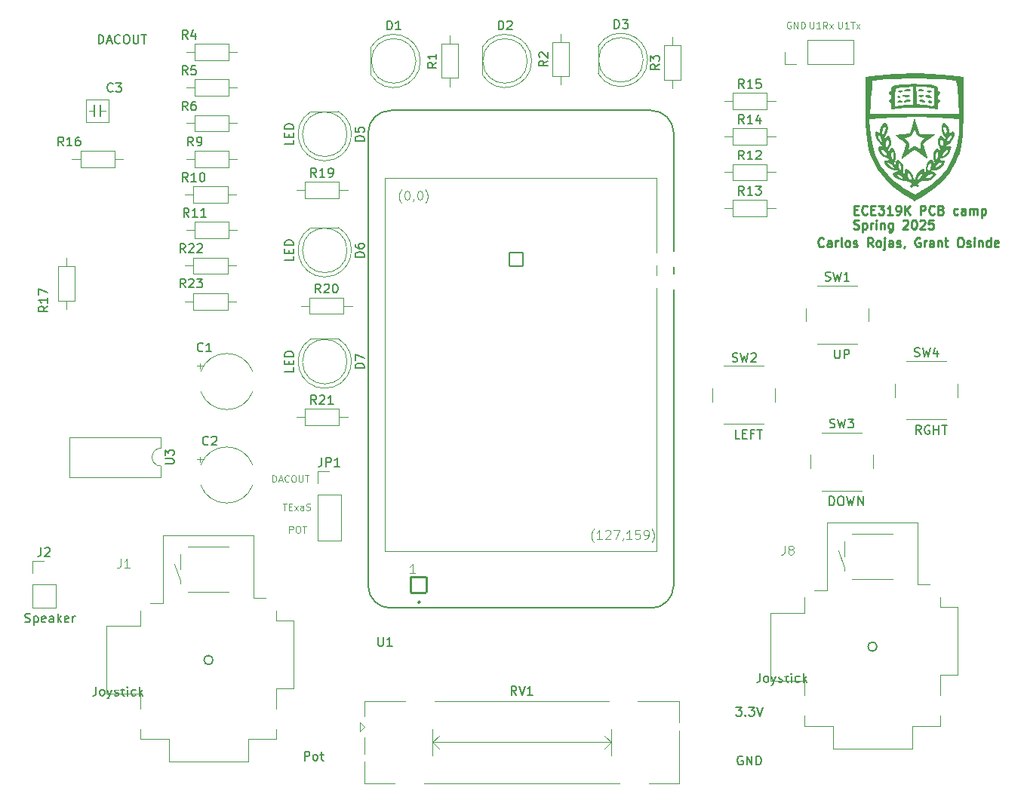
<source format=gto>
G04 #@! TF.GenerationSoftware,KiCad,Pcbnew,9.0.0*
G04 #@! TF.CreationDate,2025-03-23T13:33:12-05:00*
G04 #@! TF.ProjectId,CDR3585,43445233-3538-4352-9e6b-696361645f70,v1.0.1*
G04 #@! TF.SameCoordinates,Original*
G04 #@! TF.FileFunction,Legend,Top*
G04 #@! TF.FilePolarity,Positive*
%FSLAX46Y46*%
G04 Gerber Fmt 4.6, Leading zero omitted, Abs format (unit mm)*
G04 Created by KiCad (PCBNEW 9.0.0) date 2025-03-23 13:33:12*
%MOMM*%
%LPD*%
G01*
G04 APERTURE LIST*
G04 Aperture macros list*
%AMRoundRect*
0 Rectangle with rounded corners*
0 $1 Rounding radius*
0 $2 $3 $4 $5 $6 $7 $8 $9 X,Y pos of 4 corners*
0 Add a 4 corners polygon primitive as box body*
4,1,4,$2,$3,$4,$5,$6,$7,$8,$9,$2,$3,0*
0 Add four circle primitives for the rounded corners*
1,1,$1+$1,$2,$3*
1,1,$1+$1,$4,$5*
1,1,$1+$1,$6,$7*
1,1,$1+$1,$8,$9*
0 Add four rect primitives between the rounded corners*
20,1,$1+$1,$2,$3,$4,$5,0*
20,1,$1+$1,$4,$5,$6,$7,0*
20,1,$1+$1,$6,$7,$8,$9,0*
20,1,$1+$1,$8,$9,$2,$3,0*%
G04 Aperture macros list end*
%ADD10C,0.101600*%
%ADD11C,0.250000*%
%ADD12C,0.150000*%
%ADD13C,0.100000*%
%ADD14C,0.120000*%
%ADD15C,0.000000*%
%ADD16C,0.127000*%
%ADD17C,0.203200*%
%ADD18C,1.400000*%
%ADD19O,1.400000X1.400000*%
%ADD20C,1.700000*%
%ADD21O,1.700000X1.700000*%
%ADD22R,1.700000X1.700000*%
%ADD23R,1.800000X1.800000*%
%ADD24C,1.800000*%
%ADD25R,1.600000X2.400000*%
%ADD26O,1.600000X2.400000*%
%ADD27C,2.000000*%
%ADD28C,2.700000*%
%ADD29R,1.750000X1.750000*%
%ADD30C,1.750000*%
%ADD31C,1.778000*%
%ADD32C,2.286000*%
%ADD33C,1.600000*%
%ADD34O,1.600000X1.600000*%
%ADD35C,4.318000*%
%ADD36R,2.032000X2.032000*%
%ADD37C,2.032000*%
%ADD38C,2.200000*%
%ADD39RoundRect,0.102000X0.889000X-0.889000X0.889000X0.889000X-0.889000X0.889000X-0.889000X-0.889000X0*%
%ADD40C,1.982000*%
%ADD41RoundRect,0.102000X-0.760000X0.760000X-0.760000X-0.760000X0.760000X-0.760000X0.760000X0.760000X0*%
%ADD42C,1.724000*%
G04 APERTURE END LIST*
D10*
X139423270Y-39099461D02*
X139423270Y-39716318D01*
X139423270Y-39716318D02*
X139459556Y-39788890D01*
X139459556Y-39788890D02*
X139495842Y-39825176D01*
X139495842Y-39825176D02*
X139568413Y-39861461D01*
X139568413Y-39861461D02*
X139713556Y-39861461D01*
X139713556Y-39861461D02*
X139786127Y-39825176D01*
X139786127Y-39825176D02*
X139822413Y-39788890D01*
X139822413Y-39788890D02*
X139858699Y-39716318D01*
X139858699Y-39716318D02*
X139858699Y-39099461D01*
X140620699Y-39861461D02*
X140185270Y-39861461D01*
X140402985Y-39861461D02*
X140402985Y-39099461D01*
X140402985Y-39099461D02*
X140330413Y-39208318D01*
X140330413Y-39208318D02*
X140257842Y-39280890D01*
X140257842Y-39280890D02*
X140185270Y-39317176D01*
X141382699Y-39861461D02*
X141128699Y-39498604D01*
X140947270Y-39861461D02*
X140947270Y-39099461D01*
X140947270Y-39099461D02*
X141237556Y-39099461D01*
X141237556Y-39099461D02*
X141310127Y-39135747D01*
X141310127Y-39135747D02*
X141346413Y-39172033D01*
X141346413Y-39172033D02*
X141382699Y-39244604D01*
X141382699Y-39244604D02*
X141382699Y-39353461D01*
X141382699Y-39353461D02*
X141346413Y-39426033D01*
X141346413Y-39426033D02*
X141310127Y-39462318D01*
X141310127Y-39462318D02*
X141237556Y-39498604D01*
X141237556Y-39498604D02*
X140947270Y-39498604D01*
X141636699Y-39861461D02*
X142035842Y-39353461D01*
X141636699Y-39353461D02*
X142035842Y-39861461D01*
X137282413Y-39135747D02*
X137209842Y-39099461D01*
X137209842Y-39099461D02*
X137100984Y-39099461D01*
X137100984Y-39099461D02*
X136992127Y-39135747D01*
X136992127Y-39135747D02*
X136919556Y-39208318D01*
X136919556Y-39208318D02*
X136883270Y-39280890D01*
X136883270Y-39280890D02*
X136846984Y-39426033D01*
X136846984Y-39426033D02*
X136846984Y-39534890D01*
X136846984Y-39534890D02*
X136883270Y-39680033D01*
X136883270Y-39680033D02*
X136919556Y-39752604D01*
X136919556Y-39752604D02*
X136992127Y-39825176D01*
X136992127Y-39825176D02*
X137100984Y-39861461D01*
X137100984Y-39861461D02*
X137173556Y-39861461D01*
X137173556Y-39861461D02*
X137282413Y-39825176D01*
X137282413Y-39825176D02*
X137318699Y-39788890D01*
X137318699Y-39788890D02*
X137318699Y-39534890D01*
X137318699Y-39534890D02*
X137173556Y-39534890D01*
X137645270Y-39861461D02*
X137645270Y-39099461D01*
X137645270Y-39099461D02*
X138080699Y-39861461D01*
X138080699Y-39861461D02*
X138080699Y-39099461D01*
X138443556Y-39861461D02*
X138443556Y-39099461D01*
X138443556Y-39099461D02*
X138624985Y-39099461D01*
X138624985Y-39099461D02*
X138733842Y-39135747D01*
X138733842Y-39135747D02*
X138806413Y-39208318D01*
X138806413Y-39208318D02*
X138842699Y-39280890D01*
X138842699Y-39280890D02*
X138878985Y-39426033D01*
X138878985Y-39426033D02*
X138878985Y-39534890D01*
X138878985Y-39534890D02*
X138842699Y-39680033D01*
X138842699Y-39680033D02*
X138806413Y-39752604D01*
X138806413Y-39752604D02*
X138733842Y-39825176D01*
X138733842Y-39825176D02*
X138624985Y-39861461D01*
X138624985Y-39861461D02*
X138443556Y-39861461D01*
D11*
X140973996Y-64269380D02*
X140926377Y-64317000D01*
X140926377Y-64317000D02*
X140783520Y-64364619D01*
X140783520Y-64364619D02*
X140688282Y-64364619D01*
X140688282Y-64364619D02*
X140545425Y-64317000D01*
X140545425Y-64317000D02*
X140450187Y-64221761D01*
X140450187Y-64221761D02*
X140402568Y-64126523D01*
X140402568Y-64126523D02*
X140354949Y-63936047D01*
X140354949Y-63936047D02*
X140354949Y-63793190D01*
X140354949Y-63793190D02*
X140402568Y-63602714D01*
X140402568Y-63602714D02*
X140450187Y-63507476D01*
X140450187Y-63507476D02*
X140545425Y-63412238D01*
X140545425Y-63412238D02*
X140688282Y-63364619D01*
X140688282Y-63364619D02*
X140783520Y-63364619D01*
X140783520Y-63364619D02*
X140926377Y-63412238D01*
X140926377Y-63412238D02*
X140973996Y-63459857D01*
X141831139Y-64364619D02*
X141831139Y-63840809D01*
X141831139Y-63840809D02*
X141783520Y-63745571D01*
X141783520Y-63745571D02*
X141688282Y-63697952D01*
X141688282Y-63697952D02*
X141497806Y-63697952D01*
X141497806Y-63697952D02*
X141402568Y-63745571D01*
X141831139Y-64317000D02*
X141735901Y-64364619D01*
X141735901Y-64364619D02*
X141497806Y-64364619D01*
X141497806Y-64364619D02*
X141402568Y-64317000D01*
X141402568Y-64317000D02*
X141354949Y-64221761D01*
X141354949Y-64221761D02*
X141354949Y-64126523D01*
X141354949Y-64126523D02*
X141402568Y-64031285D01*
X141402568Y-64031285D02*
X141497806Y-63983666D01*
X141497806Y-63983666D02*
X141735901Y-63983666D01*
X141735901Y-63983666D02*
X141831139Y-63936047D01*
X142307330Y-64364619D02*
X142307330Y-63697952D01*
X142307330Y-63888428D02*
X142354949Y-63793190D01*
X142354949Y-63793190D02*
X142402568Y-63745571D01*
X142402568Y-63745571D02*
X142497806Y-63697952D01*
X142497806Y-63697952D02*
X142593044Y-63697952D01*
X143069235Y-64364619D02*
X142973997Y-64317000D01*
X142973997Y-64317000D02*
X142926378Y-64221761D01*
X142926378Y-64221761D02*
X142926378Y-63364619D01*
X143593045Y-64364619D02*
X143497807Y-64317000D01*
X143497807Y-64317000D02*
X143450188Y-64269380D01*
X143450188Y-64269380D02*
X143402569Y-64174142D01*
X143402569Y-64174142D02*
X143402569Y-63888428D01*
X143402569Y-63888428D02*
X143450188Y-63793190D01*
X143450188Y-63793190D02*
X143497807Y-63745571D01*
X143497807Y-63745571D02*
X143593045Y-63697952D01*
X143593045Y-63697952D02*
X143735902Y-63697952D01*
X143735902Y-63697952D02*
X143831140Y-63745571D01*
X143831140Y-63745571D02*
X143878759Y-63793190D01*
X143878759Y-63793190D02*
X143926378Y-63888428D01*
X143926378Y-63888428D02*
X143926378Y-64174142D01*
X143926378Y-64174142D02*
X143878759Y-64269380D01*
X143878759Y-64269380D02*
X143831140Y-64317000D01*
X143831140Y-64317000D02*
X143735902Y-64364619D01*
X143735902Y-64364619D02*
X143593045Y-64364619D01*
X144307331Y-64317000D02*
X144402569Y-64364619D01*
X144402569Y-64364619D02*
X144593045Y-64364619D01*
X144593045Y-64364619D02*
X144688283Y-64317000D01*
X144688283Y-64317000D02*
X144735902Y-64221761D01*
X144735902Y-64221761D02*
X144735902Y-64174142D01*
X144735902Y-64174142D02*
X144688283Y-64078904D01*
X144688283Y-64078904D02*
X144593045Y-64031285D01*
X144593045Y-64031285D02*
X144450188Y-64031285D01*
X144450188Y-64031285D02*
X144354950Y-63983666D01*
X144354950Y-63983666D02*
X144307331Y-63888428D01*
X144307331Y-63888428D02*
X144307331Y-63840809D01*
X144307331Y-63840809D02*
X144354950Y-63745571D01*
X144354950Y-63745571D02*
X144450188Y-63697952D01*
X144450188Y-63697952D02*
X144593045Y-63697952D01*
X144593045Y-63697952D02*
X144688283Y-63745571D01*
X146497807Y-64364619D02*
X146164474Y-63888428D01*
X145926379Y-64364619D02*
X145926379Y-63364619D01*
X145926379Y-63364619D02*
X146307331Y-63364619D01*
X146307331Y-63364619D02*
X146402569Y-63412238D01*
X146402569Y-63412238D02*
X146450188Y-63459857D01*
X146450188Y-63459857D02*
X146497807Y-63555095D01*
X146497807Y-63555095D02*
X146497807Y-63697952D01*
X146497807Y-63697952D02*
X146450188Y-63793190D01*
X146450188Y-63793190D02*
X146402569Y-63840809D01*
X146402569Y-63840809D02*
X146307331Y-63888428D01*
X146307331Y-63888428D02*
X145926379Y-63888428D01*
X147069236Y-64364619D02*
X146973998Y-64317000D01*
X146973998Y-64317000D02*
X146926379Y-64269380D01*
X146926379Y-64269380D02*
X146878760Y-64174142D01*
X146878760Y-64174142D02*
X146878760Y-63888428D01*
X146878760Y-63888428D02*
X146926379Y-63793190D01*
X146926379Y-63793190D02*
X146973998Y-63745571D01*
X146973998Y-63745571D02*
X147069236Y-63697952D01*
X147069236Y-63697952D02*
X147212093Y-63697952D01*
X147212093Y-63697952D02*
X147307331Y-63745571D01*
X147307331Y-63745571D02*
X147354950Y-63793190D01*
X147354950Y-63793190D02*
X147402569Y-63888428D01*
X147402569Y-63888428D02*
X147402569Y-64174142D01*
X147402569Y-64174142D02*
X147354950Y-64269380D01*
X147354950Y-64269380D02*
X147307331Y-64317000D01*
X147307331Y-64317000D02*
X147212093Y-64364619D01*
X147212093Y-64364619D02*
X147069236Y-64364619D01*
X147831141Y-63697952D02*
X147831141Y-64555095D01*
X147831141Y-64555095D02*
X147783522Y-64650333D01*
X147783522Y-64650333D02*
X147688284Y-64697952D01*
X147688284Y-64697952D02*
X147640665Y-64697952D01*
X147831141Y-63364619D02*
X147783522Y-63412238D01*
X147783522Y-63412238D02*
X147831141Y-63459857D01*
X147831141Y-63459857D02*
X147878760Y-63412238D01*
X147878760Y-63412238D02*
X147831141Y-63364619D01*
X147831141Y-63364619D02*
X147831141Y-63459857D01*
X148735902Y-64364619D02*
X148735902Y-63840809D01*
X148735902Y-63840809D02*
X148688283Y-63745571D01*
X148688283Y-63745571D02*
X148593045Y-63697952D01*
X148593045Y-63697952D02*
X148402569Y-63697952D01*
X148402569Y-63697952D02*
X148307331Y-63745571D01*
X148735902Y-64317000D02*
X148640664Y-64364619D01*
X148640664Y-64364619D02*
X148402569Y-64364619D01*
X148402569Y-64364619D02*
X148307331Y-64317000D01*
X148307331Y-64317000D02*
X148259712Y-64221761D01*
X148259712Y-64221761D02*
X148259712Y-64126523D01*
X148259712Y-64126523D02*
X148307331Y-64031285D01*
X148307331Y-64031285D02*
X148402569Y-63983666D01*
X148402569Y-63983666D02*
X148640664Y-63983666D01*
X148640664Y-63983666D02*
X148735902Y-63936047D01*
X149164474Y-64317000D02*
X149259712Y-64364619D01*
X149259712Y-64364619D02*
X149450188Y-64364619D01*
X149450188Y-64364619D02*
X149545426Y-64317000D01*
X149545426Y-64317000D02*
X149593045Y-64221761D01*
X149593045Y-64221761D02*
X149593045Y-64174142D01*
X149593045Y-64174142D02*
X149545426Y-64078904D01*
X149545426Y-64078904D02*
X149450188Y-64031285D01*
X149450188Y-64031285D02*
X149307331Y-64031285D01*
X149307331Y-64031285D02*
X149212093Y-63983666D01*
X149212093Y-63983666D02*
X149164474Y-63888428D01*
X149164474Y-63888428D02*
X149164474Y-63840809D01*
X149164474Y-63840809D02*
X149212093Y-63745571D01*
X149212093Y-63745571D02*
X149307331Y-63697952D01*
X149307331Y-63697952D02*
X149450188Y-63697952D01*
X149450188Y-63697952D02*
X149545426Y-63745571D01*
X150069236Y-64317000D02*
X150069236Y-64364619D01*
X150069236Y-64364619D02*
X150021617Y-64459857D01*
X150021617Y-64459857D02*
X149973998Y-64507476D01*
X151783521Y-63412238D02*
X151688283Y-63364619D01*
X151688283Y-63364619D02*
X151545426Y-63364619D01*
X151545426Y-63364619D02*
X151402569Y-63412238D01*
X151402569Y-63412238D02*
X151307331Y-63507476D01*
X151307331Y-63507476D02*
X151259712Y-63602714D01*
X151259712Y-63602714D02*
X151212093Y-63793190D01*
X151212093Y-63793190D02*
X151212093Y-63936047D01*
X151212093Y-63936047D02*
X151259712Y-64126523D01*
X151259712Y-64126523D02*
X151307331Y-64221761D01*
X151307331Y-64221761D02*
X151402569Y-64317000D01*
X151402569Y-64317000D02*
X151545426Y-64364619D01*
X151545426Y-64364619D02*
X151640664Y-64364619D01*
X151640664Y-64364619D02*
X151783521Y-64317000D01*
X151783521Y-64317000D02*
X151831140Y-64269380D01*
X151831140Y-64269380D02*
X151831140Y-63936047D01*
X151831140Y-63936047D02*
X151640664Y-63936047D01*
X152259712Y-64364619D02*
X152259712Y-63697952D01*
X152259712Y-63888428D02*
X152307331Y-63793190D01*
X152307331Y-63793190D02*
X152354950Y-63745571D01*
X152354950Y-63745571D02*
X152450188Y-63697952D01*
X152450188Y-63697952D02*
X152545426Y-63697952D01*
X153307331Y-64364619D02*
X153307331Y-63840809D01*
X153307331Y-63840809D02*
X153259712Y-63745571D01*
X153259712Y-63745571D02*
X153164474Y-63697952D01*
X153164474Y-63697952D02*
X152973998Y-63697952D01*
X152973998Y-63697952D02*
X152878760Y-63745571D01*
X153307331Y-64317000D02*
X153212093Y-64364619D01*
X153212093Y-64364619D02*
X152973998Y-64364619D01*
X152973998Y-64364619D02*
X152878760Y-64317000D01*
X152878760Y-64317000D02*
X152831141Y-64221761D01*
X152831141Y-64221761D02*
X152831141Y-64126523D01*
X152831141Y-64126523D02*
X152878760Y-64031285D01*
X152878760Y-64031285D02*
X152973998Y-63983666D01*
X152973998Y-63983666D02*
X153212093Y-63983666D01*
X153212093Y-63983666D02*
X153307331Y-63936047D01*
X153783522Y-63697952D02*
X153783522Y-64364619D01*
X153783522Y-63793190D02*
X153831141Y-63745571D01*
X153831141Y-63745571D02*
X153926379Y-63697952D01*
X153926379Y-63697952D02*
X154069236Y-63697952D01*
X154069236Y-63697952D02*
X154164474Y-63745571D01*
X154164474Y-63745571D02*
X154212093Y-63840809D01*
X154212093Y-63840809D02*
X154212093Y-64364619D01*
X154545427Y-63697952D02*
X154926379Y-63697952D01*
X154688284Y-63364619D02*
X154688284Y-64221761D01*
X154688284Y-64221761D02*
X154735903Y-64317000D01*
X154735903Y-64317000D02*
X154831141Y-64364619D01*
X154831141Y-64364619D02*
X154926379Y-64364619D01*
X156212094Y-63364619D02*
X156402570Y-63364619D01*
X156402570Y-63364619D02*
X156497808Y-63412238D01*
X156497808Y-63412238D02*
X156593046Y-63507476D01*
X156593046Y-63507476D02*
X156640665Y-63697952D01*
X156640665Y-63697952D02*
X156640665Y-64031285D01*
X156640665Y-64031285D02*
X156593046Y-64221761D01*
X156593046Y-64221761D02*
X156497808Y-64317000D01*
X156497808Y-64317000D02*
X156402570Y-64364619D01*
X156402570Y-64364619D02*
X156212094Y-64364619D01*
X156212094Y-64364619D02*
X156116856Y-64317000D01*
X156116856Y-64317000D02*
X156021618Y-64221761D01*
X156021618Y-64221761D02*
X155973999Y-64031285D01*
X155973999Y-64031285D02*
X155973999Y-63697952D01*
X155973999Y-63697952D02*
X156021618Y-63507476D01*
X156021618Y-63507476D02*
X156116856Y-63412238D01*
X156116856Y-63412238D02*
X156212094Y-63364619D01*
X157021618Y-64317000D02*
X157116856Y-64364619D01*
X157116856Y-64364619D02*
X157307332Y-64364619D01*
X157307332Y-64364619D02*
X157402570Y-64317000D01*
X157402570Y-64317000D02*
X157450189Y-64221761D01*
X157450189Y-64221761D02*
X157450189Y-64174142D01*
X157450189Y-64174142D02*
X157402570Y-64078904D01*
X157402570Y-64078904D02*
X157307332Y-64031285D01*
X157307332Y-64031285D02*
X157164475Y-64031285D01*
X157164475Y-64031285D02*
X157069237Y-63983666D01*
X157069237Y-63983666D02*
X157021618Y-63888428D01*
X157021618Y-63888428D02*
X157021618Y-63840809D01*
X157021618Y-63840809D02*
X157069237Y-63745571D01*
X157069237Y-63745571D02*
X157164475Y-63697952D01*
X157164475Y-63697952D02*
X157307332Y-63697952D01*
X157307332Y-63697952D02*
X157402570Y-63745571D01*
X157878761Y-64364619D02*
X157878761Y-63697952D01*
X157878761Y-63364619D02*
X157831142Y-63412238D01*
X157831142Y-63412238D02*
X157878761Y-63459857D01*
X157878761Y-63459857D02*
X157926380Y-63412238D01*
X157926380Y-63412238D02*
X157878761Y-63364619D01*
X157878761Y-63364619D02*
X157878761Y-63459857D01*
X158354951Y-63697952D02*
X158354951Y-64364619D01*
X158354951Y-63793190D02*
X158402570Y-63745571D01*
X158402570Y-63745571D02*
X158497808Y-63697952D01*
X158497808Y-63697952D02*
X158640665Y-63697952D01*
X158640665Y-63697952D02*
X158735903Y-63745571D01*
X158735903Y-63745571D02*
X158783522Y-63840809D01*
X158783522Y-63840809D02*
X158783522Y-64364619D01*
X159688284Y-64364619D02*
X159688284Y-63364619D01*
X159688284Y-64317000D02*
X159593046Y-64364619D01*
X159593046Y-64364619D02*
X159402570Y-64364619D01*
X159402570Y-64364619D02*
X159307332Y-64317000D01*
X159307332Y-64317000D02*
X159259713Y-64269380D01*
X159259713Y-64269380D02*
X159212094Y-64174142D01*
X159212094Y-64174142D02*
X159212094Y-63888428D01*
X159212094Y-63888428D02*
X159259713Y-63793190D01*
X159259713Y-63793190D02*
X159307332Y-63745571D01*
X159307332Y-63745571D02*
X159402570Y-63697952D01*
X159402570Y-63697952D02*
X159593046Y-63697952D01*
X159593046Y-63697952D02*
X159688284Y-63745571D01*
X160545427Y-64317000D02*
X160450189Y-64364619D01*
X160450189Y-64364619D02*
X160259713Y-64364619D01*
X160259713Y-64364619D02*
X160164475Y-64317000D01*
X160164475Y-64317000D02*
X160116856Y-64221761D01*
X160116856Y-64221761D02*
X160116856Y-63840809D01*
X160116856Y-63840809D02*
X160164475Y-63745571D01*
X160164475Y-63745571D02*
X160259713Y-63697952D01*
X160259713Y-63697952D02*
X160450189Y-63697952D01*
X160450189Y-63697952D02*
X160545427Y-63745571D01*
X160545427Y-63745571D02*
X160593046Y-63840809D01*
X160593046Y-63840809D02*
X160593046Y-63936047D01*
X160593046Y-63936047D02*
X160116856Y-64031285D01*
D10*
X81023270Y-96496461D02*
X81023270Y-95734461D01*
X81023270Y-95734461D02*
X81313556Y-95734461D01*
X81313556Y-95734461D02*
X81386127Y-95770747D01*
X81386127Y-95770747D02*
X81422413Y-95807033D01*
X81422413Y-95807033D02*
X81458699Y-95879604D01*
X81458699Y-95879604D02*
X81458699Y-95988461D01*
X81458699Y-95988461D02*
X81422413Y-96061033D01*
X81422413Y-96061033D02*
X81386127Y-96097318D01*
X81386127Y-96097318D02*
X81313556Y-96133604D01*
X81313556Y-96133604D02*
X81023270Y-96133604D01*
X81930413Y-95734461D02*
X82075556Y-95734461D01*
X82075556Y-95734461D02*
X82148127Y-95770747D01*
X82148127Y-95770747D02*
X82220699Y-95843318D01*
X82220699Y-95843318D02*
X82256984Y-95988461D01*
X82256984Y-95988461D02*
X82256984Y-96242461D01*
X82256984Y-96242461D02*
X82220699Y-96387604D01*
X82220699Y-96387604D02*
X82148127Y-96460176D01*
X82148127Y-96460176D02*
X82075556Y-96496461D01*
X82075556Y-96496461D02*
X81930413Y-96496461D01*
X81930413Y-96496461D02*
X81857842Y-96460176D01*
X81857842Y-96460176D02*
X81785270Y-96387604D01*
X81785270Y-96387604D02*
X81748984Y-96242461D01*
X81748984Y-96242461D02*
X81748984Y-95988461D01*
X81748984Y-95988461D02*
X81785270Y-95843318D01*
X81785270Y-95843318D02*
X81857842Y-95770747D01*
X81857842Y-95770747D02*
X81930413Y-95734461D01*
X82474699Y-95734461D02*
X82910128Y-95734461D01*
X82692413Y-96496461D02*
X82692413Y-95734461D01*
X142598270Y-39099461D02*
X142598270Y-39716318D01*
X142598270Y-39716318D02*
X142634556Y-39788890D01*
X142634556Y-39788890D02*
X142670842Y-39825176D01*
X142670842Y-39825176D02*
X142743413Y-39861461D01*
X142743413Y-39861461D02*
X142888556Y-39861461D01*
X142888556Y-39861461D02*
X142961127Y-39825176D01*
X142961127Y-39825176D02*
X142997413Y-39788890D01*
X142997413Y-39788890D02*
X143033699Y-39716318D01*
X143033699Y-39716318D02*
X143033699Y-39099461D01*
X143795699Y-39861461D02*
X143360270Y-39861461D01*
X143577985Y-39861461D02*
X143577985Y-39099461D01*
X143577985Y-39099461D02*
X143505413Y-39208318D01*
X143505413Y-39208318D02*
X143432842Y-39280890D01*
X143432842Y-39280890D02*
X143360270Y-39317176D01*
X144013413Y-39099461D02*
X144448842Y-39099461D01*
X144231127Y-39861461D02*
X144231127Y-39099461D01*
X144630270Y-39861461D02*
X145029413Y-39353461D01*
X144630270Y-39353461D02*
X145029413Y-39861461D01*
D11*
X144402568Y-60230865D02*
X144735901Y-60230865D01*
X144878758Y-60754675D02*
X144402568Y-60754675D01*
X144402568Y-60754675D02*
X144402568Y-59754675D01*
X144402568Y-59754675D02*
X144878758Y-59754675D01*
X145878758Y-60659436D02*
X145831139Y-60707056D01*
X145831139Y-60707056D02*
X145688282Y-60754675D01*
X145688282Y-60754675D02*
X145593044Y-60754675D01*
X145593044Y-60754675D02*
X145450187Y-60707056D01*
X145450187Y-60707056D02*
X145354949Y-60611817D01*
X145354949Y-60611817D02*
X145307330Y-60516579D01*
X145307330Y-60516579D02*
X145259711Y-60326103D01*
X145259711Y-60326103D02*
X145259711Y-60183246D01*
X145259711Y-60183246D02*
X145307330Y-59992770D01*
X145307330Y-59992770D02*
X145354949Y-59897532D01*
X145354949Y-59897532D02*
X145450187Y-59802294D01*
X145450187Y-59802294D02*
X145593044Y-59754675D01*
X145593044Y-59754675D02*
X145688282Y-59754675D01*
X145688282Y-59754675D02*
X145831139Y-59802294D01*
X145831139Y-59802294D02*
X145878758Y-59849913D01*
X146307330Y-60230865D02*
X146640663Y-60230865D01*
X146783520Y-60754675D02*
X146307330Y-60754675D01*
X146307330Y-60754675D02*
X146307330Y-59754675D01*
X146307330Y-59754675D02*
X146783520Y-59754675D01*
X147116854Y-59754675D02*
X147735901Y-59754675D01*
X147735901Y-59754675D02*
X147402568Y-60135627D01*
X147402568Y-60135627D02*
X147545425Y-60135627D01*
X147545425Y-60135627D02*
X147640663Y-60183246D01*
X147640663Y-60183246D02*
X147688282Y-60230865D01*
X147688282Y-60230865D02*
X147735901Y-60326103D01*
X147735901Y-60326103D02*
X147735901Y-60564198D01*
X147735901Y-60564198D02*
X147688282Y-60659436D01*
X147688282Y-60659436D02*
X147640663Y-60707056D01*
X147640663Y-60707056D02*
X147545425Y-60754675D01*
X147545425Y-60754675D02*
X147259711Y-60754675D01*
X147259711Y-60754675D02*
X147164473Y-60707056D01*
X147164473Y-60707056D02*
X147116854Y-60659436D01*
X148688282Y-60754675D02*
X148116854Y-60754675D01*
X148402568Y-60754675D02*
X148402568Y-59754675D01*
X148402568Y-59754675D02*
X148307330Y-59897532D01*
X148307330Y-59897532D02*
X148212092Y-59992770D01*
X148212092Y-59992770D02*
X148116854Y-60040389D01*
X149164473Y-60754675D02*
X149354949Y-60754675D01*
X149354949Y-60754675D02*
X149450187Y-60707056D01*
X149450187Y-60707056D02*
X149497806Y-60659436D01*
X149497806Y-60659436D02*
X149593044Y-60516579D01*
X149593044Y-60516579D02*
X149640663Y-60326103D01*
X149640663Y-60326103D02*
X149640663Y-59945151D01*
X149640663Y-59945151D02*
X149593044Y-59849913D01*
X149593044Y-59849913D02*
X149545425Y-59802294D01*
X149545425Y-59802294D02*
X149450187Y-59754675D01*
X149450187Y-59754675D02*
X149259711Y-59754675D01*
X149259711Y-59754675D02*
X149164473Y-59802294D01*
X149164473Y-59802294D02*
X149116854Y-59849913D01*
X149116854Y-59849913D02*
X149069235Y-59945151D01*
X149069235Y-59945151D02*
X149069235Y-60183246D01*
X149069235Y-60183246D02*
X149116854Y-60278484D01*
X149116854Y-60278484D02*
X149164473Y-60326103D01*
X149164473Y-60326103D02*
X149259711Y-60373722D01*
X149259711Y-60373722D02*
X149450187Y-60373722D01*
X149450187Y-60373722D02*
X149545425Y-60326103D01*
X149545425Y-60326103D02*
X149593044Y-60278484D01*
X149593044Y-60278484D02*
X149640663Y-60183246D01*
X150069235Y-60754675D02*
X150069235Y-59754675D01*
X150640663Y-60754675D02*
X150212092Y-60183246D01*
X150640663Y-59754675D02*
X150069235Y-60326103D01*
X151831140Y-60754675D02*
X151831140Y-59754675D01*
X151831140Y-59754675D02*
X152212092Y-59754675D01*
X152212092Y-59754675D02*
X152307330Y-59802294D01*
X152307330Y-59802294D02*
X152354949Y-59849913D01*
X152354949Y-59849913D02*
X152402568Y-59945151D01*
X152402568Y-59945151D02*
X152402568Y-60088008D01*
X152402568Y-60088008D02*
X152354949Y-60183246D01*
X152354949Y-60183246D02*
X152307330Y-60230865D01*
X152307330Y-60230865D02*
X152212092Y-60278484D01*
X152212092Y-60278484D02*
X151831140Y-60278484D01*
X153402568Y-60659436D02*
X153354949Y-60707056D01*
X153354949Y-60707056D02*
X153212092Y-60754675D01*
X153212092Y-60754675D02*
X153116854Y-60754675D01*
X153116854Y-60754675D02*
X152973997Y-60707056D01*
X152973997Y-60707056D02*
X152878759Y-60611817D01*
X152878759Y-60611817D02*
X152831140Y-60516579D01*
X152831140Y-60516579D02*
X152783521Y-60326103D01*
X152783521Y-60326103D02*
X152783521Y-60183246D01*
X152783521Y-60183246D02*
X152831140Y-59992770D01*
X152831140Y-59992770D02*
X152878759Y-59897532D01*
X152878759Y-59897532D02*
X152973997Y-59802294D01*
X152973997Y-59802294D02*
X153116854Y-59754675D01*
X153116854Y-59754675D02*
X153212092Y-59754675D01*
X153212092Y-59754675D02*
X153354949Y-59802294D01*
X153354949Y-59802294D02*
X153402568Y-59849913D01*
X154164473Y-60230865D02*
X154307330Y-60278484D01*
X154307330Y-60278484D02*
X154354949Y-60326103D01*
X154354949Y-60326103D02*
X154402568Y-60421341D01*
X154402568Y-60421341D02*
X154402568Y-60564198D01*
X154402568Y-60564198D02*
X154354949Y-60659436D01*
X154354949Y-60659436D02*
X154307330Y-60707056D01*
X154307330Y-60707056D02*
X154212092Y-60754675D01*
X154212092Y-60754675D02*
X153831140Y-60754675D01*
X153831140Y-60754675D02*
X153831140Y-59754675D01*
X153831140Y-59754675D02*
X154164473Y-59754675D01*
X154164473Y-59754675D02*
X154259711Y-59802294D01*
X154259711Y-59802294D02*
X154307330Y-59849913D01*
X154307330Y-59849913D02*
X154354949Y-59945151D01*
X154354949Y-59945151D02*
X154354949Y-60040389D01*
X154354949Y-60040389D02*
X154307330Y-60135627D01*
X154307330Y-60135627D02*
X154259711Y-60183246D01*
X154259711Y-60183246D02*
X154164473Y-60230865D01*
X154164473Y-60230865D02*
X153831140Y-60230865D01*
X156021616Y-60707056D02*
X155926378Y-60754675D01*
X155926378Y-60754675D02*
X155735902Y-60754675D01*
X155735902Y-60754675D02*
X155640664Y-60707056D01*
X155640664Y-60707056D02*
X155593045Y-60659436D01*
X155593045Y-60659436D02*
X155545426Y-60564198D01*
X155545426Y-60564198D02*
X155545426Y-60278484D01*
X155545426Y-60278484D02*
X155593045Y-60183246D01*
X155593045Y-60183246D02*
X155640664Y-60135627D01*
X155640664Y-60135627D02*
X155735902Y-60088008D01*
X155735902Y-60088008D02*
X155926378Y-60088008D01*
X155926378Y-60088008D02*
X156021616Y-60135627D01*
X156878759Y-60754675D02*
X156878759Y-60230865D01*
X156878759Y-60230865D02*
X156831140Y-60135627D01*
X156831140Y-60135627D02*
X156735902Y-60088008D01*
X156735902Y-60088008D02*
X156545426Y-60088008D01*
X156545426Y-60088008D02*
X156450188Y-60135627D01*
X156878759Y-60707056D02*
X156783521Y-60754675D01*
X156783521Y-60754675D02*
X156545426Y-60754675D01*
X156545426Y-60754675D02*
X156450188Y-60707056D01*
X156450188Y-60707056D02*
X156402569Y-60611817D01*
X156402569Y-60611817D02*
X156402569Y-60516579D01*
X156402569Y-60516579D02*
X156450188Y-60421341D01*
X156450188Y-60421341D02*
X156545426Y-60373722D01*
X156545426Y-60373722D02*
X156783521Y-60373722D01*
X156783521Y-60373722D02*
X156878759Y-60326103D01*
X157354950Y-60754675D02*
X157354950Y-60088008D01*
X157354950Y-60183246D02*
X157402569Y-60135627D01*
X157402569Y-60135627D02*
X157497807Y-60088008D01*
X157497807Y-60088008D02*
X157640664Y-60088008D01*
X157640664Y-60088008D02*
X157735902Y-60135627D01*
X157735902Y-60135627D02*
X157783521Y-60230865D01*
X157783521Y-60230865D02*
X157783521Y-60754675D01*
X157783521Y-60230865D02*
X157831140Y-60135627D01*
X157831140Y-60135627D02*
X157926378Y-60088008D01*
X157926378Y-60088008D02*
X158069235Y-60088008D01*
X158069235Y-60088008D02*
X158164474Y-60135627D01*
X158164474Y-60135627D02*
X158212093Y-60230865D01*
X158212093Y-60230865D02*
X158212093Y-60754675D01*
X158688283Y-60088008D02*
X158688283Y-61088008D01*
X158688283Y-60135627D02*
X158783521Y-60088008D01*
X158783521Y-60088008D02*
X158973997Y-60088008D01*
X158973997Y-60088008D02*
X159069235Y-60135627D01*
X159069235Y-60135627D02*
X159116854Y-60183246D01*
X159116854Y-60183246D02*
X159164473Y-60278484D01*
X159164473Y-60278484D02*
X159164473Y-60564198D01*
X159164473Y-60564198D02*
X159116854Y-60659436D01*
X159116854Y-60659436D02*
X159069235Y-60707056D01*
X159069235Y-60707056D02*
X158973997Y-60754675D01*
X158973997Y-60754675D02*
X158783521Y-60754675D01*
X158783521Y-60754675D02*
X158688283Y-60707056D01*
X144354949Y-62317000D02*
X144497806Y-62364619D01*
X144497806Y-62364619D02*
X144735901Y-62364619D01*
X144735901Y-62364619D02*
X144831139Y-62317000D01*
X144831139Y-62317000D02*
X144878758Y-62269380D01*
X144878758Y-62269380D02*
X144926377Y-62174142D01*
X144926377Y-62174142D02*
X144926377Y-62078904D01*
X144926377Y-62078904D02*
X144878758Y-61983666D01*
X144878758Y-61983666D02*
X144831139Y-61936047D01*
X144831139Y-61936047D02*
X144735901Y-61888428D01*
X144735901Y-61888428D02*
X144545425Y-61840809D01*
X144545425Y-61840809D02*
X144450187Y-61793190D01*
X144450187Y-61793190D02*
X144402568Y-61745571D01*
X144402568Y-61745571D02*
X144354949Y-61650333D01*
X144354949Y-61650333D02*
X144354949Y-61555095D01*
X144354949Y-61555095D02*
X144402568Y-61459857D01*
X144402568Y-61459857D02*
X144450187Y-61412238D01*
X144450187Y-61412238D02*
X144545425Y-61364619D01*
X144545425Y-61364619D02*
X144783520Y-61364619D01*
X144783520Y-61364619D02*
X144926377Y-61412238D01*
X145354949Y-61697952D02*
X145354949Y-62697952D01*
X145354949Y-61745571D02*
X145450187Y-61697952D01*
X145450187Y-61697952D02*
X145640663Y-61697952D01*
X145640663Y-61697952D02*
X145735901Y-61745571D01*
X145735901Y-61745571D02*
X145783520Y-61793190D01*
X145783520Y-61793190D02*
X145831139Y-61888428D01*
X145831139Y-61888428D02*
X145831139Y-62174142D01*
X145831139Y-62174142D02*
X145783520Y-62269380D01*
X145783520Y-62269380D02*
X145735901Y-62317000D01*
X145735901Y-62317000D02*
X145640663Y-62364619D01*
X145640663Y-62364619D02*
X145450187Y-62364619D01*
X145450187Y-62364619D02*
X145354949Y-62317000D01*
X146259711Y-62364619D02*
X146259711Y-61697952D01*
X146259711Y-61888428D02*
X146307330Y-61793190D01*
X146307330Y-61793190D02*
X146354949Y-61745571D01*
X146354949Y-61745571D02*
X146450187Y-61697952D01*
X146450187Y-61697952D02*
X146545425Y-61697952D01*
X146878759Y-62364619D02*
X146878759Y-61697952D01*
X146878759Y-61364619D02*
X146831140Y-61412238D01*
X146831140Y-61412238D02*
X146878759Y-61459857D01*
X146878759Y-61459857D02*
X146926378Y-61412238D01*
X146926378Y-61412238D02*
X146878759Y-61364619D01*
X146878759Y-61364619D02*
X146878759Y-61459857D01*
X147354949Y-61697952D02*
X147354949Y-62364619D01*
X147354949Y-61793190D02*
X147402568Y-61745571D01*
X147402568Y-61745571D02*
X147497806Y-61697952D01*
X147497806Y-61697952D02*
X147640663Y-61697952D01*
X147640663Y-61697952D02*
X147735901Y-61745571D01*
X147735901Y-61745571D02*
X147783520Y-61840809D01*
X147783520Y-61840809D02*
X147783520Y-62364619D01*
X148688282Y-61697952D02*
X148688282Y-62507476D01*
X148688282Y-62507476D02*
X148640663Y-62602714D01*
X148640663Y-62602714D02*
X148593044Y-62650333D01*
X148593044Y-62650333D02*
X148497806Y-62697952D01*
X148497806Y-62697952D02*
X148354949Y-62697952D01*
X148354949Y-62697952D02*
X148259711Y-62650333D01*
X148688282Y-62317000D02*
X148593044Y-62364619D01*
X148593044Y-62364619D02*
X148402568Y-62364619D01*
X148402568Y-62364619D02*
X148307330Y-62317000D01*
X148307330Y-62317000D02*
X148259711Y-62269380D01*
X148259711Y-62269380D02*
X148212092Y-62174142D01*
X148212092Y-62174142D02*
X148212092Y-61888428D01*
X148212092Y-61888428D02*
X148259711Y-61793190D01*
X148259711Y-61793190D02*
X148307330Y-61745571D01*
X148307330Y-61745571D02*
X148402568Y-61697952D01*
X148402568Y-61697952D02*
X148593044Y-61697952D01*
X148593044Y-61697952D02*
X148688282Y-61745571D01*
X149878759Y-61459857D02*
X149926378Y-61412238D01*
X149926378Y-61412238D02*
X150021616Y-61364619D01*
X150021616Y-61364619D02*
X150259711Y-61364619D01*
X150259711Y-61364619D02*
X150354949Y-61412238D01*
X150354949Y-61412238D02*
X150402568Y-61459857D01*
X150402568Y-61459857D02*
X150450187Y-61555095D01*
X150450187Y-61555095D02*
X150450187Y-61650333D01*
X150450187Y-61650333D02*
X150402568Y-61793190D01*
X150402568Y-61793190D02*
X149831140Y-62364619D01*
X149831140Y-62364619D02*
X150450187Y-62364619D01*
X151069235Y-61364619D02*
X151164473Y-61364619D01*
X151164473Y-61364619D02*
X151259711Y-61412238D01*
X151259711Y-61412238D02*
X151307330Y-61459857D01*
X151307330Y-61459857D02*
X151354949Y-61555095D01*
X151354949Y-61555095D02*
X151402568Y-61745571D01*
X151402568Y-61745571D02*
X151402568Y-61983666D01*
X151402568Y-61983666D02*
X151354949Y-62174142D01*
X151354949Y-62174142D02*
X151307330Y-62269380D01*
X151307330Y-62269380D02*
X151259711Y-62317000D01*
X151259711Y-62317000D02*
X151164473Y-62364619D01*
X151164473Y-62364619D02*
X151069235Y-62364619D01*
X151069235Y-62364619D02*
X150973997Y-62317000D01*
X150973997Y-62317000D02*
X150926378Y-62269380D01*
X150926378Y-62269380D02*
X150878759Y-62174142D01*
X150878759Y-62174142D02*
X150831140Y-61983666D01*
X150831140Y-61983666D02*
X150831140Y-61745571D01*
X150831140Y-61745571D02*
X150878759Y-61555095D01*
X150878759Y-61555095D02*
X150926378Y-61459857D01*
X150926378Y-61459857D02*
X150973997Y-61412238D01*
X150973997Y-61412238D02*
X151069235Y-61364619D01*
X151783521Y-61459857D02*
X151831140Y-61412238D01*
X151831140Y-61412238D02*
X151926378Y-61364619D01*
X151926378Y-61364619D02*
X152164473Y-61364619D01*
X152164473Y-61364619D02*
X152259711Y-61412238D01*
X152259711Y-61412238D02*
X152307330Y-61459857D01*
X152307330Y-61459857D02*
X152354949Y-61555095D01*
X152354949Y-61555095D02*
X152354949Y-61650333D01*
X152354949Y-61650333D02*
X152307330Y-61793190D01*
X152307330Y-61793190D02*
X151735902Y-62364619D01*
X151735902Y-62364619D02*
X152354949Y-62364619D01*
X153259711Y-61364619D02*
X152783521Y-61364619D01*
X152783521Y-61364619D02*
X152735902Y-61840809D01*
X152735902Y-61840809D02*
X152783521Y-61793190D01*
X152783521Y-61793190D02*
X152878759Y-61745571D01*
X152878759Y-61745571D02*
X153116854Y-61745571D01*
X153116854Y-61745571D02*
X153212092Y-61793190D01*
X153212092Y-61793190D02*
X153259711Y-61840809D01*
X153259711Y-61840809D02*
X153307330Y-61936047D01*
X153307330Y-61936047D02*
X153307330Y-62174142D01*
X153307330Y-62174142D02*
X153259711Y-62269380D01*
X153259711Y-62269380D02*
X153212092Y-62317000D01*
X153212092Y-62317000D02*
X153116854Y-62364619D01*
X153116854Y-62364619D02*
X152878759Y-62364619D01*
X152878759Y-62364619D02*
X152783521Y-62317000D01*
X152783521Y-62317000D02*
X152735902Y-62269380D01*
D10*
X79118270Y-90781461D02*
X79118270Y-90019461D01*
X79118270Y-90019461D02*
X79299699Y-90019461D01*
X79299699Y-90019461D02*
X79408556Y-90055747D01*
X79408556Y-90055747D02*
X79481127Y-90128318D01*
X79481127Y-90128318D02*
X79517413Y-90200890D01*
X79517413Y-90200890D02*
X79553699Y-90346033D01*
X79553699Y-90346033D02*
X79553699Y-90454890D01*
X79553699Y-90454890D02*
X79517413Y-90600033D01*
X79517413Y-90600033D02*
X79481127Y-90672604D01*
X79481127Y-90672604D02*
X79408556Y-90745176D01*
X79408556Y-90745176D02*
X79299699Y-90781461D01*
X79299699Y-90781461D02*
X79118270Y-90781461D01*
X79843984Y-90563747D02*
X80206842Y-90563747D01*
X79771413Y-90781461D02*
X80025413Y-90019461D01*
X80025413Y-90019461D02*
X80279413Y-90781461D01*
X80968842Y-90708890D02*
X80932556Y-90745176D01*
X80932556Y-90745176D02*
X80823699Y-90781461D01*
X80823699Y-90781461D02*
X80751127Y-90781461D01*
X80751127Y-90781461D02*
X80642270Y-90745176D01*
X80642270Y-90745176D02*
X80569699Y-90672604D01*
X80569699Y-90672604D02*
X80533413Y-90600033D01*
X80533413Y-90600033D02*
X80497127Y-90454890D01*
X80497127Y-90454890D02*
X80497127Y-90346033D01*
X80497127Y-90346033D02*
X80533413Y-90200890D01*
X80533413Y-90200890D02*
X80569699Y-90128318D01*
X80569699Y-90128318D02*
X80642270Y-90055747D01*
X80642270Y-90055747D02*
X80751127Y-90019461D01*
X80751127Y-90019461D02*
X80823699Y-90019461D01*
X80823699Y-90019461D02*
X80932556Y-90055747D01*
X80932556Y-90055747D02*
X80968842Y-90092033D01*
X81440556Y-90019461D02*
X81585699Y-90019461D01*
X81585699Y-90019461D02*
X81658270Y-90055747D01*
X81658270Y-90055747D02*
X81730842Y-90128318D01*
X81730842Y-90128318D02*
X81767127Y-90273461D01*
X81767127Y-90273461D02*
X81767127Y-90527461D01*
X81767127Y-90527461D02*
X81730842Y-90672604D01*
X81730842Y-90672604D02*
X81658270Y-90745176D01*
X81658270Y-90745176D02*
X81585699Y-90781461D01*
X81585699Y-90781461D02*
X81440556Y-90781461D01*
X81440556Y-90781461D02*
X81367985Y-90745176D01*
X81367985Y-90745176D02*
X81295413Y-90672604D01*
X81295413Y-90672604D02*
X81259127Y-90527461D01*
X81259127Y-90527461D02*
X81259127Y-90273461D01*
X81259127Y-90273461D02*
X81295413Y-90128318D01*
X81295413Y-90128318D02*
X81367985Y-90055747D01*
X81367985Y-90055747D02*
X81440556Y-90019461D01*
X82093699Y-90019461D02*
X82093699Y-90636318D01*
X82093699Y-90636318D02*
X82129985Y-90708890D01*
X82129985Y-90708890D02*
X82166271Y-90745176D01*
X82166271Y-90745176D02*
X82238842Y-90781461D01*
X82238842Y-90781461D02*
X82383985Y-90781461D01*
X82383985Y-90781461D02*
X82456556Y-90745176D01*
X82456556Y-90745176D02*
X82492842Y-90708890D01*
X82492842Y-90708890D02*
X82529128Y-90636318D01*
X82529128Y-90636318D02*
X82529128Y-90019461D01*
X82783128Y-90019461D02*
X83218557Y-90019461D01*
X83000842Y-90781461D02*
X83000842Y-90019461D01*
X80279413Y-93194461D02*
X80714842Y-93194461D01*
X80497127Y-93956461D02*
X80497127Y-93194461D01*
X80968841Y-93557318D02*
X81222841Y-93557318D01*
X81331698Y-93956461D02*
X80968841Y-93956461D01*
X80968841Y-93956461D02*
X80968841Y-93194461D01*
X80968841Y-93194461D02*
X81331698Y-93194461D01*
X81585699Y-93956461D02*
X81984842Y-93448461D01*
X81585699Y-93448461D02*
X81984842Y-93956461D01*
X82601699Y-93956461D02*
X82601699Y-93557318D01*
X82601699Y-93557318D02*
X82565413Y-93484747D01*
X82565413Y-93484747D02*
X82492841Y-93448461D01*
X82492841Y-93448461D02*
X82347699Y-93448461D01*
X82347699Y-93448461D02*
X82275127Y-93484747D01*
X82601699Y-93920176D02*
X82529127Y-93956461D01*
X82529127Y-93956461D02*
X82347699Y-93956461D01*
X82347699Y-93956461D02*
X82275127Y-93920176D01*
X82275127Y-93920176D02*
X82238841Y-93847604D01*
X82238841Y-93847604D02*
X82238841Y-93775033D01*
X82238841Y-93775033D02*
X82275127Y-93702461D01*
X82275127Y-93702461D02*
X82347699Y-93666176D01*
X82347699Y-93666176D02*
X82529127Y-93666176D01*
X82529127Y-93666176D02*
X82601699Y-93629890D01*
X82928270Y-93920176D02*
X83037128Y-93956461D01*
X83037128Y-93956461D02*
X83218556Y-93956461D01*
X83218556Y-93956461D02*
X83291128Y-93920176D01*
X83291128Y-93920176D02*
X83327413Y-93883890D01*
X83327413Y-93883890D02*
X83363699Y-93811318D01*
X83363699Y-93811318D02*
X83363699Y-93738747D01*
X83363699Y-93738747D02*
X83327413Y-93666176D01*
X83327413Y-93666176D02*
X83291128Y-93629890D01*
X83291128Y-93629890D02*
X83218556Y-93593604D01*
X83218556Y-93593604D02*
X83073413Y-93557318D01*
X83073413Y-93557318D02*
X83000842Y-93521033D01*
X83000842Y-93521033D02*
X82964556Y-93484747D01*
X82964556Y-93484747D02*
X82928270Y-93412176D01*
X82928270Y-93412176D02*
X82928270Y-93339604D01*
X82928270Y-93339604D02*
X82964556Y-93267033D01*
X82964556Y-93267033D02*
X83000842Y-93230747D01*
X83000842Y-93230747D02*
X83073413Y-93194461D01*
X83073413Y-93194461D02*
X83254842Y-93194461D01*
X83254842Y-93194461D02*
X83363699Y-93230747D01*
D12*
X84047142Y-82034819D02*
X83713809Y-81558628D01*
X83475714Y-82034819D02*
X83475714Y-81034819D01*
X83475714Y-81034819D02*
X83856666Y-81034819D01*
X83856666Y-81034819D02*
X83951904Y-81082438D01*
X83951904Y-81082438D02*
X83999523Y-81130057D01*
X83999523Y-81130057D02*
X84047142Y-81225295D01*
X84047142Y-81225295D02*
X84047142Y-81368152D01*
X84047142Y-81368152D02*
X83999523Y-81463390D01*
X83999523Y-81463390D02*
X83951904Y-81511009D01*
X83951904Y-81511009D02*
X83856666Y-81558628D01*
X83856666Y-81558628D02*
X83475714Y-81558628D01*
X84428095Y-81130057D02*
X84475714Y-81082438D01*
X84475714Y-81082438D02*
X84570952Y-81034819D01*
X84570952Y-81034819D02*
X84809047Y-81034819D01*
X84809047Y-81034819D02*
X84904285Y-81082438D01*
X84904285Y-81082438D02*
X84951904Y-81130057D01*
X84951904Y-81130057D02*
X84999523Y-81225295D01*
X84999523Y-81225295D02*
X84999523Y-81320533D01*
X84999523Y-81320533D02*
X84951904Y-81463390D01*
X84951904Y-81463390D02*
X84380476Y-82034819D01*
X84380476Y-82034819D02*
X84999523Y-82034819D01*
X85951904Y-82034819D02*
X85380476Y-82034819D01*
X85666190Y-82034819D02*
X85666190Y-81034819D01*
X85666190Y-81034819D02*
X85570952Y-81177676D01*
X85570952Y-81177676D02*
X85475714Y-81272914D01*
X85475714Y-81272914D02*
X85380476Y-81320533D01*
X69762142Y-61034819D02*
X69428809Y-60558628D01*
X69190714Y-61034819D02*
X69190714Y-60034819D01*
X69190714Y-60034819D02*
X69571666Y-60034819D01*
X69571666Y-60034819D02*
X69666904Y-60082438D01*
X69666904Y-60082438D02*
X69714523Y-60130057D01*
X69714523Y-60130057D02*
X69762142Y-60225295D01*
X69762142Y-60225295D02*
X69762142Y-60368152D01*
X69762142Y-60368152D02*
X69714523Y-60463390D01*
X69714523Y-60463390D02*
X69666904Y-60511009D01*
X69666904Y-60511009D02*
X69571666Y-60558628D01*
X69571666Y-60558628D02*
X69190714Y-60558628D01*
X70714523Y-61034819D02*
X70143095Y-61034819D01*
X70428809Y-61034819D02*
X70428809Y-60034819D01*
X70428809Y-60034819D02*
X70333571Y-60177676D01*
X70333571Y-60177676D02*
X70238333Y-60272914D01*
X70238333Y-60272914D02*
X70143095Y-60320533D01*
X71666904Y-61034819D02*
X71095476Y-61034819D01*
X71381190Y-61034819D02*
X71381190Y-60034819D01*
X71381190Y-60034819D02*
X71285952Y-60177676D01*
X71285952Y-60177676D02*
X71190714Y-60272914D01*
X71190714Y-60272914D02*
X71095476Y-60320533D01*
X82735000Y-122049819D02*
X82735000Y-121049819D01*
X82735000Y-121049819D02*
X83115952Y-121049819D01*
X83115952Y-121049819D02*
X83211190Y-121097438D01*
X83211190Y-121097438D02*
X83258809Y-121145057D01*
X83258809Y-121145057D02*
X83306428Y-121240295D01*
X83306428Y-121240295D02*
X83306428Y-121383152D01*
X83306428Y-121383152D02*
X83258809Y-121478390D01*
X83258809Y-121478390D02*
X83211190Y-121526009D01*
X83211190Y-121526009D02*
X83115952Y-121573628D01*
X83115952Y-121573628D02*
X82735000Y-121573628D01*
X83877857Y-122049819D02*
X83782619Y-122002200D01*
X83782619Y-122002200D02*
X83735000Y-121954580D01*
X83735000Y-121954580D02*
X83687381Y-121859342D01*
X83687381Y-121859342D02*
X83687381Y-121573628D01*
X83687381Y-121573628D02*
X83735000Y-121478390D01*
X83735000Y-121478390D02*
X83782619Y-121430771D01*
X83782619Y-121430771D02*
X83877857Y-121383152D01*
X83877857Y-121383152D02*
X84020714Y-121383152D01*
X84020714Y-121383152D02*
X84115952Y-121430771D01*
X84115952Y-121430771D02*
X84163571Y-121478390D01*
X84163571Y-121478390D02*
X84211190Y-121573628D01*
X84211190Y-121573628D02*
X84211190Y-121859342D01*
X84211190Y-121859342D02*
X84163571Y-121954580D01*
X84163571Y-121954580D02*
X84115952Y-122002200D01*
X84115952Y-122002200D02*
X84020714Y-122049819D01*
X84020714Y-122049819D02*
X83877857Y-122049819D01*
X84496905Y-121383152D02*
X84877857Y-121383152D01*
X84639762Y-121049819D02*
X84639762Y-121906961D01*
X84639762Y-121906961D02*
X84687381Y-122002200D01*
X84687381Y-122002200D02*
X84782619Y-122049819D01*
X84782619Y-122049819D02*
X84877857Y-122049819D01*
X69603333Y-41034819D02*
X69270000Y-40558628D01*
X69031905Y-41034819D02*
X69031905Y-40034819D01*
X69031905Y-40034819D02*
X69412857Y-40034819D01*
X69412857Y-40034819D02*
X69508095Y-40082438D01*
X69508095Y-40082438D02*
X69555714Y-40130057D01*
X69555714Y-40130057D02*
X69603333Y-40225295D01*
X69603333Y-40225295D02*
X69603333Y-40368152D01*
X69603333Y-40368152D02*
X69555714Y-40463390D01*
X69555714Y-40463390D02*
X69508095Y-40511009D01*
X69508095Y-40511009D02*
X69412857Y-40558628D01*
X69412857Y-40558628D02*
X69031905Y-40558628D01*
X70460476Y-40368152D02*
X70460476Y-41034819D01*
X70222381Y-39987200D02*
X69984286Y-40701485D01*
X69984286Y-40701485D02*
X70603333Y-40701485D01*
X69357142Y-65034819D02*
X69023809Y-64558628D01*
X68785714Y-65034819D02*
X68785714Y-64034819D01*
X68785714Y-64034819D02*
X69166666Y-64034819D01*
X69166666Y-64034819D02*
X69261904Y-64082438D01*
X69261904Y-64082438D02*
X69309523Y-64130057D01*
X69309523Y-64130057D02*
X69357142Y-64225295D01*
X69357142Y-64225295D02*
X69357142Y-64368152D01*
X69357142Y-64368152D02*
X69309523Y-64463390D01*
X69309523Y-64463390D02*
X69261904Y-64511009D01*
X69261904Y-64511009D02*
X69166666Y-64558628D01*
X69166666Y-64558628D02*
X68785714Y-64558628D01*
X69738095Y-64130057D02*
X69785714Y-64082438D01*
X69785714Y-64082438D02*
X69880952Y-64034819D01*
X69880952Y-64034819D02*
X70119047Y-64034819D01*
X70119047Y-64034819D02*
X70214285Y-64082438D01*
X70214285Y-64082438D02*
X70261904Y-64130057D01*
X70261904Y-64130057D02*
X70309523Y-64225295D01*
X70309523Y-64225295D02*
X70309523Y-64320533D01*
X70309523Y-64320533D02*
X70261904Y-64463390D01*
X70261904Y-64463390D02*
X69690476Y-65034819D01*
X69690476Y-65034819D02*
X70309523Y-65034819D01*
X70690476Y-64130057D02*
X70738095Y-64082438D01*
X70738095Y-64082438D02*
X70833333Y-64034819D01*
X70833333Y-64034819D02*
X71071428Y-64034819D01*
X71071428Y-64034819D02*
X71166666Y-64082438D01*
X71166666Y-64082438D02*
X71214285Y-64130057D01*
X71214285Y-64130057D02*
X71261904Y-64225295D01*
X71261904Y-64225295D02*
X71261904Y-64320533D01*
X71261904Y-64320533D02*
X71214285Y-64463390D01*
X71214285Y-64463390D02*
X70642857Y-65034819D01*
X70642857Y-65034819D02*
X71261904Y-65034819D01*
X89414819Y-65508094D02*
X88414819Y-65508094D01*
X88414819Y-65508094D02*
X88414819Y-65269999D01*
X88414819Y-65269999D02*
X88462438Y-65127142D01*
X88462438Y-65127142D02*
X88557676Y-65031904D01*
X88557676Y-65031904D02*
X88652914Y-64984285D01*
X88652914Y-64984285D02*
X88843390Y-64936666D01*
X88843390Y-64936666D02*
X88986247Y-64936666D01*
X88986247Y-64936666D02*
X89176723Y-64984285D01*
X89176723Y-64984285D02*
X89271961Y-65031904D01*
X89271961Y-65031904D02*
X89367200Y-65127142D01*
X89367200Y-65127142D02*
X89414819Y-65269999D01*
X89414819Y-65269999D02*
X89414819Y-65508094D01*
X88414819Y-64079523D02*
X88414819Y-64269999D01*
X88414819Y-64269999D02*
X88462438Y-64365237D01*
X88462438Y-64365237D02*
X88510057Y-64412856D01*
X88510057Y-64412856D02*
X88652914Y-64508094D01*
X88652914Y-64508094D02*
X88843390Y-64555713D01*
X88843390Y-64555713D02*
X89224342Y-64555713D01*
X89224342Y-64555713D02*
X89319580Y-64508094D01*
X89319580Y-64508094D02*
X89367200Y-64460475D01*
X89367200Y-64460475D02*
X89414819Y-64365237D01*
X89414819Y-64365237D02*
X89414819Y-64174761D01*
X89414819Y-64174761D02*
X89367200Y-64079523D01*
X89367200Y-64079523D02*
X89319580Y-64031904D01*
X89319580Y-64031904D02*
X89224342Y-63984285D01*
X89224342Y-63984285D02*
X88986247Y-63984285D01*
X88986247Y-63984285D02*
X88891009Y-64031904D01*
X88891009Y-64031904D02*
X88843390Y-64079523D01*
X88843390Y-64079523D02*
X88795771Y-64174761D01*
X88795771Y-64174761D02*
X88795771Y-64365237D01*
X88795771Y-64365237D02*
X88843390Y-64460475D01*
X88843390Y-64460475D02*
X88891009Y-64508094D01*
X88891009Y-64508094D02*
X88986247Y-64555713D01*
X81494819Y-65412857D02*
X81494819Y-65889047D01*
X81494819Y-65889047D02*
X80494819Y-65889047D01*
X80971009Y-65079523D02*
X80971009Y-64746190D01*
X81494819Y-64603333D02*
X81494819Y-65079523D01*
X81494819Y-65079523D02*
X80494819Y-65079523D01*
X80494819Y-65079523D02*
X80494819Y-64603333D01*
X81494819Y-64174761D02*
X80494819Y-64174761D01*
X80494819Y-64174761D02*
X80494819Y-63936666D01*
X80494819Y-63936666D02*
X80542438Y-63793809D01*
X80542438Y-63793809D02*
X80637676Y-63698571D01*
X80637676Y-63698571D02*
X80732914Y-63650952D01*
X80732914Y-63650952D02*
X80923390Y-63603333D01*
X80923390Y-63603333D02*
X81066247Y-63603333D01*
X81066247Y-63603333D02*
X81256723Y-63650952D01*
X81256723Y-63650952D02*
X81351961Y-63698571D01*
X81351961Y-63698571D02*
X81447200Y-63793809D01*
X81447200Y-63793809D02*
X81494819Y-63936666D01*
X81494819Y-63936666D02*
X81494819Y-64174761D01*
X69603333Y-49049819D02*
X69270000Y-48573628D01*
X69031905Y-49049819D02*
X69031905Y-48049819D01*
X69031905Y-48049819D02*
X69412857Y-48049819D01*
X69412857Y-48049819D02*
X69508095Y-48097438D01*
X69508095Y-48097438D02*
X69555714Y-48145057D01*
X69555714Y-48145057D02*
X69603333Y-48240295D01*
X69603333Y-48240295D02*
X69603333Y-48383152D01*
X69603333Y-48383152D02*
X69555714Y-48478390D01*
X69555714Y-48478390D02*
X69508095Y-48526009D01*
X69508095Y-48526009D02*
X69412857Y-48573628D01*
X69412857Y-48573628D02*
X69031905Y-48573628D01*
X70460476Y-48049819D02*
X70270000Y-48049819D01*
X70270000Y-48049819D02*
X70174762Y-48097438D01*
X70174762Y-48097438D02*
X70127143Y-48145057D01*
X70127143Y-48145057D02*
X70031905Y-48287914D01*
X70031905Y-48287914D02*
X69984286Y-48478390D01*
X69984286Y-48478390D02*
X69984286Y-48859342D01*
X69984286Y-48859342D02*
X70031905Y-48954580D01*
X70031905Y-48954580D02*
X70079524Y-49002200D01*
X70079524Y-49002200D02*
X70174762Y-49049819D01*
X70174762Y-49049819D02*
X70365238Y-49049819D01*
X70365238Y-49049819D02*
X70460476Y-49002200D01*
X70460476Y-49002200D02*
X70508095Y-48954580D01*
X70508095Y-48954580D02*
X70555714Y-48859342D01*
X70555714Y-48859342D02*
X70555714Y-48621247D01*
X70555714Y-48621247D02*
X70508095Y-48526009D01*
X70508095Y-48526009D02*
X70460476Y-48478390D01*
X70460476Y-48478390D02*
X70365238Y-48430771D01*
X70365238Y-48430771D02*
X70174762Y-48430771D01*
X70174762Y-48430771D02*
X70079524Y-48478390D01*
X70079524Y-48478390D02*
X70031905Y-48526009D01*
X70031905Y-48526009D02*
X69984286Y-48621247D01*
X67084819Y-88746904D02*
X67894342Y-88746904D01*
X67894342Y-88746904D02*
X67989580Y-88699285D01*
X67989580Y-88699285D02*
X68037200Y-88651666D01*
X68037200Y-88651666D02*
X68084819Y-88556428D01*
X68084819Y-88556428D02*
X68084819Y-88365952D01*
X68084819Y-88365952D02*
X68037200Y-88270714D01*
X68037200Y-88270714D02*
X67989580Y-88223095D01*
X67989580Y-88223095D02*
X67894342Y-88175476D01*
X67894342Y-88175476D02*
X67084819Y-88175476D01*
X67084819Y-87794523D02*
X67084819Y-87175476D01*
X67084819Y-87175476D02*
X67465771Y-87508809D01*
X67465771Y-87508809D02*
X67465771Y-87365952D01*
X67465771Y-87365952D02*
X67513390Y-87270714D01*
X67513390Y-87270714D02*
X67561009Y-87223095D01*
X67561009Y-87223095D02*
X67656247Y-87175476D01*
X67656247Y-87175476D02*
X67894342Y-87175476D01*
X67894342Y-87175476D02*
X67989580Y-87223095D01*
X67989580Y-87223095D02*
X68037200Y-87270714D01*
X68037200Y-87270714D02*
X68084819Y-87365952D01*
X68084819Y-87365952D02*
X68084819Y-87651666D01*
X68084819Y-87651666D02*
X68037200Y-87746904D01*
X68037200Y-87746904D02*
X67989580Y-87794523D01*
X53914819Y-71047857D02*
X53438628Y-71381190D01*
X53914819Y-71619285D02*
X52914819Y-71619285D01*
X52914819Y-71619285D02*
X52914819Y-71238333D01*
X52914819Y-71238333D02*
X52962438Y-71143095D01*
X52962438Y-71143095D02*
X53010057Y-71095476D01*
X53010057Y-71095476D02*
X53105295Y-71047857D01*
X53105295Y-71047857D02*
X53248152Y-71047857D01*
X53248152Y-71047857D02*
X53343390Y-71095476D01*
X53343390Y-71095476D02*
X53391009Y-71143095D01*
X53391009Y-71143095D02*
X53438628Y-71238333D01*
X53438628Y-71238333D02*
X53438628Y-71619285D01*
X53914819Y-70095476D02*
X53914819Y-70666904D01*
X53914819Y-70381190D02*
X52914819Y-70381190D01*
X52914819Y-70381190D02*
X53057676Y-70476428D01*
X53057676Y-70476428D02*
X53152914Y-70571666D01*
X53152914Y-70571666D02*
X53200533Y-70666904D01*
X52914819Y-69762142D02*
X52914819Y-69095476D01*
X52914819Y-69095476D02*
X53914819Y-69524047D01*
X130741667Y-77252200D02*
X130884524Y-77299819D01*
X130884524Y-77299819D02*
X131122619Y-77299819D01*
X131122619Y-77299819D02*
X131217857Y-77252200D01*
X131217857Y-77252200D02*
X131265476Y-77204580D01*
X131265476Y-77204580D02*
X131313095Y-77109342D01*
X131313095Y-77109342D02*
X131313095Y-77014104D01*
X131313095Y-77014104D02*
X131265476Y-76918866D01*
X131265476Y-76918866D02*
X131217857Y-76871247D01*
X131217857Y-76871247D02*
X131122619Y-76823628D01*
X131122619Y-76823628D02*
X130932143Y-76776009D01*
X130932143Y-76776009D02*
X130836905Y-76728390D01*
X130836905Y-76728390D02*
X130789286Y-76680771D01*
X130789286Y-76680771D02*
X130741667Y-76585533D01*
X130741667Y-76585533D02*
X130741667Y-76490295D01*
X130741667Y-76490295D02*
X130789286Y-76395057D01*
X130789286Y-76395057D02*
X130836905Y-76347438D01*
X130836905Y-76347438D02*
X130932143Y-76299819D01*
X130932143Y-76299819D02*
X131170238Y-76299819D01*
X131170238Y-76299819D02*
X131313095Y-76347438D01*
X131646429Y-76299819D02*
X131884524Y-77299819D01*
X131884524Y-77299819D02*
X132075000Y-76585533D01*
X132075000Y-76585533D02*
X132265476Y-77299819D01*
X132265476Y-77299819D02*
X132503572Y-76299819D01*
X132836905Y-76395057D02*
X132884524Y-76347438D01*
X132884524Y-76347438D02*
X132979762Y-76299819D01*
X132979762Y-76299819D02*
X133217857Y-76299819D01*
X133217857Y-76299819D02*
X133313095Y-76347438D01*
X133313095Y-76347438D02*
X133360714Y-76395057D01*
X133360714Y-76395057D02*
X133408333Y-76490295D01*
X133408333Y-76490295D02*
X133408333Y-76585533D01*
X133408333Y-76585533D02*
X133360714Y-76728390D01*
X133360714Y-76728390D02*
X132789286Y-77299819D01*
X132789286Y-77299819D02*
X133408333Y-77299819D01*
X131547618Y-85904819D02*
X131071428Y-85904819D01*
X131071428Y-85904819D02*
X131071428Y-84904819D01*
X131880952Y-85381009D02*
X132214285Y-85381009D01*
X132357142Y-85904819D02*
X131880952Y-85904819D01*
X131880952Y-85904819D02*
X131880952Y-84904819D01*
X131880952Y-84904819D02*
X132357142Y-84904819D01*
X133119047Y-85381009D02*
X132785714Y-85381009D01*
X132785714Y-85904819D02*
X132785714Y-84904819D01*
X132785714Y-84904819D02*
X133261904Y-84904819D01*
X133500000Y-84904819D02*
X134071428Y-84904819D01*
X133785714Y-85904819D02*
X133785714Y-84904819D01*
X141166667Y-68157200D02*
X141309524Y-68204819D01*
X141309524Y-68204819D02*
X141547619Y-68204819D01*
X141547619Y-68204819D02*
X141642857Y-68157200D01*
X141642857Y-68157200D02*
X141690476Y-68109580D01*
X141690476Y-68109580D02*
X141738095Y-68014342D01*
X141738095Y-68014342D02*
X141738095Y-67919104D01*
X141738095Y-67919104D02*
X141690476Y-67823866D01*
X141690476Y-67823866D02*
X141642857Y-67776247D01*
X141642857Y-67776247D02*
X141547619Y-67728628D01*
X141547619Y-67728628D02*
X141357143Y-67681009D01*
X141357143Y-67681009D02*
X141261905Y-67633390D01*
X141261905Y-67633390D02*
X141214286Y-67585771D01*
X141214286Y-67585771D02*
X141166667Y-67490533D01*
X141166667Y-67490533D02*
X141166667Y-67395295D01*
X141166667Y-67395295D02*
X141214286Y-67300057D01*
X141214286Y-67300057D02*
X141261905Y-67252438D01*
X141261905Y-67252438D02*
X141357143Y-67204819D01*
X141357143Y-67204819D02*
X141595238Y-67204819D01*
X141595238Y-67204819D02*
X141738095Y-67252438D01*
X142071429Y-67204819D02*
X142309524Y-68204819D01*
X142309524Y-68204819D02*
X142500000Y-67490533D01*
X142500000Y-67490533D02*
X142690476Y-68204819D01*
X142690476Y-68204819D02*
X142928572Y-67204819D01*
X143833333Y-68204819D02*
X143261905Y-68204819D01*
X143547619Y-68204819D02*
X143547619Y-67204819D01*
X143547619Y-67204819D02*
X143452381Y-67347676D01*
X143452381Y-67347676D02*
X143357143Y-67442914D01*
X143357143Y-67442914D02*
X143261905Y-67490533D01*
X142214286Y-75904819D02*
X142214286Y-76714342D01*
X142214286Y-76714342D02*
X142261905Y-76809580D01*
X142261905Y-76809580D02*
X142309524Y-76857200D01*
X142309524Y-76857200D02*
X142404762Y-76904819D01*
X142404762Y-76904819D02*
X142595238Y-76904819D01*
X142595238Y-76904819D02*
X142690476Y-76857200D01*
X142690476Y-76857200D02*
X142738095Y-76809580D01*
X142738095Y-76809580D02*
X142785714Y-76714342D01*
X142785714Y-76714342D02*
X142785714Y-75904819D01*
X143261905Y-76904819D02*
X143261905Y-75904819D01*
X143261905Y-75904819D02*
X143642857Y-75904819D01*
X143642857Y-75904819D02*
X143738095Y-75952438D01*
X143738095Y-75952438D02*
X143785714Y-76000057D01*
X143785714Y-76000057D02*
X143833333Y-76095295D01*
X143833333Y-76095295D02*
X143833333Y-76238152D01*
X143833333Y-76238152D02*
X143785714Y-76333390D01*
X143785714Y-76333390D02*
X143738095Y-76381009D01*
X143738095Y-76381009D02*
X143642857Y-76428628D01*
X143642857Y-76428628D02*
X143261905Y-76428628D01*
X69357142Y-68954819D02*
X69023809Y-68478628D01*
X68785714Y-68954819D02*
X68785714Y-67954819D01*
X68785714Y-67954819D02*
X69166666Y-67954819D01*
X69166666Y-67954819D02*
X69261904Y-68002438D01*
X69261904Y-68002438D02*
X69309523Y-68050057D01*
X69309523Y-68050057D02*
X69357142Y-68145295D01*
X69357142Y-68145295D02*
X69357142Y-68288152D01*
X69357142Y-68288152D02*
X69309523Y-68383390D01*
X69309523Y-68383390D02*
X69261904Y-68431009D01*
X69261904Y-68431009D02*
X69166666Y-68478628D01*
X69166666Y-68478628D02*
X68785714Y-68478628D01*
X69738095Y-68050057D02*
X69785714Y-68002438D01*
X69785714Y-68002438D02*
X69880952Y-67954819D01*
X69880952Y-67954819D02*
X70119047Y-67954819D01*
X70119047Y-67954819D02*
X70214285Y-68002438D01*
X70214285Y-68002438D02*
X70261904Y-68050057D01*
X70261904Y-68050057D02*
X70309523Y-68145295D01*
X70309523Y-68145295D02*
X70309523Y-68240533D01*
X70309523Y-68240533D02*
X70261904Y-68383390D01*
X70261904Y-68383390D02*
X69690476Y-68954819D01*
X69690476Y-68954819D02*
X70309523Y-68954819D01*
X70642857Y-67954819D02*
X71261904Y-67954819D01*
X71261904Y-67954819D02*
X70928571Y-68335771D01*
X70928571Y-68335771D02*
X71071428Y-68335771D01*
X71071428Y-68335771D02*
X71166666Y-68383390D01*
X71166666Y-68383390D02*
X71214285Y-68431009D01*
X71214285Y-68431009D02*
X71261904Y-68526247D01*
X71261904Y-68526247D02*
X71261904Y-68764342D01*
X71261904Y-68764342D02*
X71214285Y-68859580D01*
X71214285Y-68859580D02*
X71166666Y-68907200D01*
X71166666Y-68907200D02*
X71071428Y-68954819D01*
X71071428Y-68954819D02*
X70785714Y-68954819D01*
X70785714Y-68954819D02*
X70690476Y-68907200D01*
X70690476Y-68907200D02*
X70642857Y-68859580D01*
X106509761Y-114704819D02*
X106176428Y-114228628D01*
X105938333Y-114704819D02*
X105938333Y-113704819D01*
X105938333Y-113704819D02*
X106319285Y-113704819D01*
X106319285Y-113704819D02*
X106414523Y-113752438D01*
X106414523Y-113752438D02*
X106462142Y-113800057D01*
X106462142Y-113800057D02*
X106509761Y-113895295D01*
X106509761Y-113895295D02*
X106509761Y-114038152D01*
X106509761Y-114038152D02*
X106462142Y-114133390D01*
X106462142Y-114133390D02*
X106414523Y-114181009D01*
X106414523Y-114181009D02*
X106319285Y-114228628D01*
X106319285Y-114228628D02*
X105938333Y-114228628D01*
X106795476Y-113704819D02*
X107128809Y-114704819D01*
X107128809Y-114704819D02*
X107462142Y-113704819D01*
X108319285Y-114704819D02*
X107747857Y-114704819D01*
X108033571Y-114704819D02*
X108033571Y-113704819D01*
X108033571Y-113704819D02*
X107938333Y-113847676D01*
X107938333Y-113847676D02*
X107843095Y-113942914D01*
X107843095Y-113942914D02*
X107747857Y-113990533D01*
X69627142Y-57049819D02*
X69293809Y-56573628D01*
X69055714Y-57049819D02*
X69055714Y-56049819D01*
X69055714Y-56049819D02*
X69436666Y-56049819D01*
X69436666Y-56049819D02*
X69531904Y-56097438D01*
X69531904Y-56097438D02*
X69579523Y-56145057D01*
X69579523Y-56145057D02*
X69627142Y-56240295D01*
X69627142Y-56240295D02*
X69627142Y-56383152D01*
X69627142Y-56383152D02*
X69579523Y-56478390D01*
X69579523Y-56478390D02*
X69531904Y-56526009D01*
X69531904Y-56526009D02*
X69436666Y-56573628D01*
X69436666Y-56573628D02*
X69055714Y-56573628D01*
X70579523Y-57049819D02*
X70008095Y-57049819D01*
X70293809Y-57049819D02*
X70293809Y-56049819D01*
X70293809Y-56049819D02*
X70198571Y-56192676D01*
X70198571Y-56192676D02*
X70103333Y-56287914D01*
X70103333Y-56287914D02*
X70008095Y-56335533D01*
X71198571Y-56049819D02*
X71293809Y-56049819D01*
X71293809Y-56049819D02*
X71389047Y-56097438D01*
X71389047Y-56097438D02*
X71436666Y-56145057D01*
X71436666Y-56145057D02*
X71484285Y-56240295D01*
X71484285Y-56240295D02*
X71531904Y-56430771D01*
X71531904Y-56430771D02*
X71531904Y-56668866D01*
X71531904Y-56668866D02*
X71484285Y-56859342D01*
X71484285Y-56859342D02*
X71436666Y-56954580D01*
X71436666Y-56954580D02*
X71389047Y-57002200D01*
X71389047Y-57002200D02*
X71293809Y-57049819D01*
X71293809Y-57049819D02*
X71198571Y-57049819D01*
X71198571Y-57049819D02*
X71103333Y-57002200D01*
X71103333Y-57002200D02*
X71055714Y-56954580D01*
X71055714Y-56954580D02*
X71008095Y-56859342D01*
X71008095Y-56859342D02*
X70960476Y-56668866D01*
X70960476Y-56668866D02*
X70960476Y-56430771D01*
X70960476Y-56430771D02*
X71008095Y-56240295D01*
X71008095Y-56240295D02*
X71055714Y-56145057D01*
X71055714Y-56145057D02*
X71103333Y-56097438D01*
X71103333Y-56097438D02*
X71198571Y-56049819D01*
X97534819Y-43666666D02*
X97058628Y-43999999D01*
X97534819Y-44238094D02*
X96534819Y-44238094D01*
X96534819Y-44238094D02*
X96534819Y-43857142D01*
X96534819Y-43857142D02*
X96582438Y-43761904D01*
X96582438Y-43761904D02*
X96630057Y-43714285D01*
X96630057Y-43714285D02*
X96725295Y-43666666D01*
X96725295Y-43666666D02*
X96868152Y-43666666D01*
X96868152Y-43666666D02*
X96963390Y-43714285D01*
X96963390Y-43714285D02*
X97011009Y-43761904D01*
X97011009Y-43761904D02*
X97058628Y-43857142D01*
X97058628Y-43857142D02*
X97058628Y-44238094D01*
X97534819Y-42714285D02*
X97534819Y-43285713D01*
X97534819Y-42999999D02*
X96534819Y-42999999D01*
X96534819Y-42999999D02*
X96677676Y-43095237D01*
X96677676Y-43095237D02*
X96772914Y-43190475D01*
X96772914Y-43190475D02*
X96820533Y-43285713D01*
X59615952Y-41549819D02*
X59615952Y-40549819D01*
X59615952Y-40549819D02*
X59854047Y-40549819D01*
X59854047Y-40549819D02*
X59996904Y-40597438D01*
X59996904Y-40597438D02*
X60092142Y-40692676D01*
X60092142Y-40692676D02*
X60139761Y-40787914D01*
X60139761Y-40787914D02*
X60187380Y-40978390D01*
X60187380Y-40978390D02*
X60187380Y-41121247D01*
X60187380Y-41121247D02*
X60139761Y-41311723D01*
X60139761Y-41311723D02*
X60092142Y-41406961D01*
X60092142Y-41406961D02*
X59996904Y-41502200D01*
X59996904Y-41502200D02*
X59854047Y-41549819D01*
X59854047Y-41549819D02*
X59615952Y-41549819D01*
X60568333Y-41264104D02*
X61044523Y-41264104D01*
X60473095Y-41549819D02*
X60806428Y-40549819D01*
X60806428Y-40549819D02*
X61139761Y-41549819D01*
X62044523Y-41454580D02*
X61996904Y-41502200D01*
X61996904Y-41502200D02*
X61854047Y-41549819D01*
X61854047Y-41549819D02*
X61758809Y-41549819D01*
X61758809Y-41549819D02*
X61615952Y-41502200D01*
X61615952Y-41502200D02*
X61520714Y-41406961D01*
X61520714Y-41406961D02*
X61473095Y-41311723D01*
X61473095Y-41311723D02*
X61425476Y-41121247D01*
X61425476Y-41121247D02*
X61425476Y-40978390D01*
X61425476Y-40978390D02*
X61473095Y-40787914D01*
X61473095Y-40787914D02*
X61520714Y-40692676D01*
X61520714Y-40692676D02*
X61615952Y-40597438D01*
X61615952Y-40597438D02*
X61758809Y-40549819D01*
X61758809Y-40549819D02*
X61854047Y-40549819D01*
X61854047Y-40549819D02*
X61996904Y-40597438D01*
X61996904Y-40597438D02*
X62044523Y-40645057D01*
X62663571Y-40549819D02*
X62854047Y-40549819D01*
X62854047Y-40549819D02*
X62949285Y-40597438D01*
X62949285Y-40597438D02*
X63044523Y-40692676D01*
X63044523Y-40692676D02*
X63092142Y-40883152D01*
X63092142Y-40883152D02*
X63092142Y-41216485D01*
X63092142Y-41216485D02*
X63044523Y-41406961D01*
X63044523Y-41406961D02*
X62949285Y-41502200D01*
X62949285Y-41502200D02*
X62854047Y-41549819D01*
X62854047Y-41549819D02*
X62663571Y-41549819D01*
X62663571Y-41549819D02*
X62568333Y-41502200D01*
X62568333Y-41502200D02*
X62473095Y-41406961D01*
X62473095Y-41406961D02*
X62425476Y-41216485D01*
X62425476Y-41216485D02*
X62425476Y-40883152D01*
X62425476Y-40883152D02*
X62473095Y-40692676D01*
X62473095Y-40692676D02*
X62568333Y-40597438D01*
X62568333Y-40597438D02*
X62663571Y-40549819D01*
X63520714Y-40549819D02*
X63520714Y-41359342D01*
X63520714Y-41359342D02*
X63568333Y-41454580D01*
X63568333Y-41454580D02*
X63615952Y-41502200D01*
X63615952Y-41502200D02*
X63711190Y-41549819D01*
X63711190Y-41549819D02*
X63901666Y-41549819D01*
X63901666Y-41549819D02*
X63996904Y-41502200D01*
X63996904Y-41502200D02*
X64044523Y-41454580D01*
X64044523Y-41454580D02*
X64092142Y-41359342D01*
X64092142Y-41359342D02*
X64092142Y-40549819D01*
X64425476Y-40549819D02*
X64996904Y-40549819D01*
X64711190Y-41549819D02*
X64711190Y-40549819D01*
D13*
X62094166Y-99432419D02*
X62094166Y-100146704D01*
X62094166Y-100146704D02*
X62046547Y-100289561D01*
X62046547Y-100289561D02*
X61951309Y-100384800D01*
X61951309Y-100384800D02*
X61808452Y-100432419D01*
X61808452Y-100432419D02*
X61713214Y-100432419D01*
X63094166Y-100432419D02*
X62522738Y-100432419D01*
X62808452Y-100432419D02*
X62808452Y-99432419D01*
X62808452Y-99432419D02*
X62713214Y-99575276D01*
X62713214Y-99575276D02*
X62617976Y-99670514D01*
X62617976Y-99670514D02*
X62522738Y-99718133D01*
D12*
X59340118Y-113764819D02*
X59340118Y-114479104D01*
X59340118Y-114479104D02*
X59292499Y-114621961D01*
X59292499Y-114621961D02*
X59197261Y-114717200D01*
X59197261Y-114717200D02*
X59054404Y-114764819D01*
X59054404Y-114764819D02*
X58959166Y-114764819D01*
X59959166Y-114764819D02*
X59863928Y-114717200D01*
X59863928Y-114717200D02*
X59816309Y-114669580D01*
X59816309Y-114669580D02*
X59768690Y-114574342D01*
X59768690Y-114574342D02*
X59768690Y-114288628D01*
X59768690Y-114288628D02*
X59816309Y-114193390D01*
X59816309Y-114193390D02*
X59863928Y-114145771D01*
X59863928Y-114145771D02*
X59959166Y-114098152D01*
X59959166Y-114098152D02*
X60102023Y-114098152D01*
X60102023Y-114098152D02*
X60197261Y-114145771D01*
X60197261Y-114145771D02*
X60244880Y-114193390D01*
X60244880Y-114193390D02*
X60292499Y-114288628D01*
X60292499Y-114288628D02*
X60292499Y-114574342D01*
X60292499Y-114574342D02*
X60244880Y-114669580D01*
X60244880Y-114669580D02*
X60197261Y-114717200D01*
X60197261Y-114717200D02*
X60102023Y-114764819D01*
X60102023Y-114764819D02*
X59959166Y-114764819D01*
X60625833Y-114098152D02*
X60863928Y-114764819D01*
X61102023Y-114098152D02*
X60863928Y-114764819D01*
X60863928Y-114764819D02*
X60768690Y-115002914D01*
X60768690Y-115002914D02*
X60721071Y-115050533D01*
X60721071Y-115050533D02*
X60625833Y-115098152D01*
X61435357Y-114717200D02*
X61530595Y-114764819D01*
X61530595Y-114764819D02*
X61721071Y-114764819D01*
X61721071Y-114764819D02*
X61816309Y-114717200D01*
X61816309Y-114717200D02*
X61863928Y-114621961D01*
X61863928Y-114621961D02*
X61863928Y-114574342D01*
X61863928Y-114574342D02*
X61816309Y-114479104D01*
X61816309Y-114479104D02*
X61721071Y-114431485D01*
X61721071Y-114431485D02*
X61578214Y-114431485D01*
X61578214Y-114431485D02*
X61482976Y-114383866D01*
X61482976Y-114383866D02*
X61435357Y-114288628D01*
X61435357Y-114288628D02*
X61435357Y-114241009D01*
X61435357Y-114241009D02*
X61482976Y-114145771D01*
X61482976Y-114145771D02*
X61578214Y-114098152D01*
X61578214Y-114098152D02*
X61721071Y-114098152D01*
X61721071Y-114098152D02*
X61816309Y-114145771D01*
X62149643Y-114098152D02*
X62530595Y-114098152D01*
X62292500Y-113764819D02*
X62292500Y-114621961D01*
X62292500Y-114621961D02*
X62340119Y-114717200D01*
X62340119Y-114717200D02*
X62435357Y-114764819D01*
X62435357Y-114764819D02*
X62530595Y-114764819D01*
X62863929Y-114764819D02*
X62863929Y-114098152D01*
X62863929Y-113764819D02*
X62816310Y-113812438D01*
X62816310Y-113812438D02*
X62863929Y-113860057D01*
X62863929Y-113860057D02*
X62911548Y-113812438D01*
X62911548Y-113812438D02*
X62863929Y-113764819D01*
X62863929Y-113764819D02*
X62863929Y-113860057D01*
X63768690Y-114717200D02*
X63673452Y-114764819D01*
X63673452Y-114764819D02*
X63482976Y-114764819D01*
X63482976Y-114764819D02*
X63387738Y-114717200D01*
X63387738Y-114717200D02*
X63340119Y-114669580D01*
X63340119Y-114669580D02*
X63292500Y-114574342D01*
X63292500Y-114574342D02*
X63292500Y-114288628D01*
X63292500Y-114288628D02*
X63340119Y-114193390D01*
X63340119Y-114193390D02*
X63387738Y-114145771D01*
X63387738Y-114145771D02*
X63482976Y-114098152D01*
X63482976Y-114098152D02*
X63673452Y-114098152D01*
X63673452Y-114098152D02*
X63768690Y-114145771D01*
X64197262Y-114764819D02*
X64197262Y-113764819D01*
X64292500Y-114383866D02*
X64578214Y-114764819D01*
X64578214Y-114098152D02*
X64197262Y-114479104D01*
X131153810Y-116049819D02*
X131772857Y-116049819D01*
X131772857Y-116049819D02*
X131439524Y-116430771D01*
X131439524Y-116430771D02*
X131582381Y-116430771D01*
X131582381Y-116430771D02*
X131677619Y-116478390D01*
X131677619Y-116478390D02*
X131725238Y-116526009D01*
X131725238Y-116526009D02*
X131772857Y-116621247D01*
X131772857Y-116621247D02*
X131772857Y-116859342D01*
X131772857Y-116859342D02*
X131725238Y-116954580D01*
X131725238Y-116954580D02*
X131677619Y-117002200D01*
X131677619Y-117002200D02*
X131582381Y-117049819D01*
X131582381Y-117049819D02*
X131296667Y-117049819D01*
X131296667Y-117049819D02*
X131201429Y-117002200D01*
X131201429Y-117002200D02*
X131153810Y-116954580D01*
X132201429Y-116954580D02*
X132249048Y-117002200D01*
X132249048Y-117002200D02*
X132201429Y-117049819D01*
X132201429Y-117049819D02*
X132153810Y-117002200D01*
X132153810Y-117002200D02*
X132201429Y-116954580D01*
X132201429Y-116954580D02*
X132201429Y-117049819D01*
X132582381Y-116049819D02*
X133201428Y-116049819D01*
X133201428Y-116049819D02*
X132868095Y-116430771D01*
X132868095Y-116430771D02*
X133010952Y-116430771D01*
X133010952Y-116430771D02*
X133106190Y-116478390D01*
X133106190Y-116478390D02*
X133153809Y-116526009D01*
X133153809Y-116526009D02*
X133201428Y-116621247D01*
X133201428Y-116621247D02*
X133201428Y-116859342D01*
X133201428Y-116859342D02*
X133153809Y-116954580D01*
X133153809Y-116954580D02*
X133106190Y-117002200D01*
X133106190Y-117002200D02*
X133010952Y-117049819D01*
X133010952Y-117049819D02*
X132725238Y-117049819D01*
X132725238Y-117049819D02*
X132630000Y-117002200D01*
X132630000Y-117002200D02*
X132582381Y-116954580D01*
X133487143Y-116049819D02*
X133820476Y-117049819D01*
X133820476Y-117049819D02*
X134153809Y-116049819D01*
X61222133Y-46884580D02*
X61174514Y-46932200D01*
X61174514Y-46932200D02*
X61031657Y-46979819D01*
X61031657Y-46979819D02*
X60936419Y-46979819D01*
X60936419Y-46979819D02*
X60793562Y-46932200D01*
X60793562Y-46932200D02*
X60698324Y-46836961D01*
X60698324Y-46836961D02*
X60650705Y-46741723D01*
X60650705Y-46741723D02*
X60603086Y-46551247D01*
X60603086Y-46551247D02*
X60603086Y-46408390D01*
X60603086Y-46408390D02*
X60650705Y-46217914D01*
X60650705Y-46217914D02*
X60698324Y-46122676D01*
X60698324Y-46122676D02*
X60793562Y-46027438D01*
X60793562Y-46027438D02*
X60936419Y-45979819D01*
X60936419Y-45979819D02*
X61031657Y-45979819D01*
X61031657Y-45979819D02*
X61174514Y-46027438D01*
X61174514Y-46027438D02*
X61222133Y-46075057D01*
X61555467Y-45979819D02*
X62174514Y-45979819D01*
X62174514Y-45979819D02*
X61841181Y-46360771D01*
X61841181Y-46360771D02*
X61984038Y-46360771D01*
X61984038Y-46360771D02*
X62079276Y-46408390D01*
X62079276Y-46408390D02*
X62126895Y-46456009D01*
X62126895Y-46456009D02*
X62174514Y-46551247D01*
X62174514Y-46551247D02*
X62174514Y-46789342D01*
X62174514Y-46789342D02*
X62126895Y-46884580D01*
X62126895Y-46884580D02*
X62079276Y-46932200D01*
X62079276Y-46932200D02*
X61984038Y-46979819D01*
X61984038Y-46979819D02*
X61698324Y-46979819D01*
X61698324Y-46979819D02*
X61603086Y-46932200D01*
X61603086Y-46932200D02*
X61555467Y-46884580D01*
X89414819Y-52468094D02*
X88414819Y-52468094D01*
X88414819Y-52468094D02*
X88414819Y-52229999D01*
X88414819Y-52229999D02*
X88462438Y-52087142D01*
X88462438Y-52087142D02*
X88557676Y-51991904D01*
X88557676Y-51991904D02*
X88652914Y-51944285D01*
X88652914Y-51944285D02*
X88843390Y-51896666D01*
X88843390Y-51896666D02*
X88986247Y-51896666D01*
X88986247Y-51896666D02*
X89176723Y-51944285D01*
X89176723Y-51944285D02*
X89271961Y-51991904D01*
X89271961Y-51991904D02*
X89367200Y-52087142D01*
X89367200Y-52087142D02*
X89414819Y-52229999D01*
X89414819Y-52229999D02*
X89414819Y-52468094D01*
X88414819Y-50991904D02*
X88414819Y-51468094D01*
X88414819Y-51468094D02*
X88891009Y-51515713D01*
X88891009Y-51515713D02*
X88843390Y-51468094D01*
X88843390Y-51468094D02*
X88795771Y-51372856D01*
X88795771Y-51372856D02*
X88795771Y-51134761D01*
X88795771Y-51134761D02*
X88843390Y-51039523D01*
X88843390Y-51039523D02*
X88891009Y-50991904D01*
X88891009Y-50991904D02*
X88986247Y-50944285D01*
X88986247Y-50944285D02*
X89224342Y-50944285D01*
X89224342Y-50944285D02*
X89319580Y-50991904D01*
X89319580Y-50991904D02*
X89367200Y-51039523D01*
X89367200Y-51039523D02*
X89414819Y-51134761D01*
X89414819Y-51134761D02*
X89414819Y-51372856D01*
X89414819Y-51372856D02*
X89367200Y-51468094D01*
X89367200Y-51468094D02*
X89319580Y-51515713D01*
X81494819Y-52372857D02*
X81494819Y-52849047D01*
X81494819Y-52849047D02*
X80494819Y-52849047D01*
X80971009Y-52039523D02*
X80971009Y-51706190D01*
X81494819Y-51563333D02*
X81494819Y-52039523D01*
X81494819Y-52039523D02*
X80494819Y-52039523D01*
X80494819Y-52039523D02*
X80494819Y-51563333D01*
X81494819Y-51134761D02*
X80494819Y-51134761D01*
X80494819Y-51134761D02*
X80494819Y-50896666D01*
X80494819Y-50896666D02*
X80542438Y-50753809D01*
X80542438Y-50753809D02*
X80637676Y-50658571D01*
X80637676Y-50658571D02*
X80732914Y-50610952D01*
X80732914Y-50610952D02*
X80923390Y-50563333D01*
X80923390Y-50563333D02*
X81066247Y-50563333D01*
X81066247Y-50563333D02*
X81256723Y-50610952D01*
X81256723Y-50610952D02*
X81351961Y-50658571D01*
X81351961Y-50658571D02*
X81447200Y-50753809D01*
X81447200Y-50753809D02*
X81494819Y-50896666D01*
X81494819Y-50896666D02*
X81494819Y-51134761D01*
X132047142Y-54549819D02*
X131713809Y-54073628D01*
X131475714Y-54549819D02*
X131475714Y-53549819D01*
X131475714Y-53549819D02*
X131856666Y-53549819D01*
X131856666Y-53549819D02*
X131951904Y-53597438D01*
X131951904Y-53597438D02*
X131999523Y-53645057D01*
X131999523Y-53645057D02*
X132047142Y-53740295D01*
X132047142Y-53740295D02*
X132047142Y-53883152D01*
X132047142Y-53883152D02*
X131999523Y-53978390D01*
X131999523Y-53978390D02*
X131951904Y-54026009D01*
X131951904Y-54026009D02*
X131856666Y-54073628D01*
X131856666Y-54073628D02*
X131475714Y-54073628D01*
X132999523Y-54549819D02*
X132428095Y-54549819D01*
X132713809Y-54549819D02*
X132713809Y-53549819D01*
X132713809Y-53549819D02*
X132618571Y-53692676D01*
X132618571Y-53692676D02*
X132523333Y-53787914D01*
X132523333Y-53787914D02*
X132428095Y-53835533D01*
X133380476Y-53645057D02*
X133428095Y-53597438D01*
X133428095Y-53597438D02*
X133523333Y-53549819D01*
X133523333Y-53549819D02*
X133761428Y-53549819D01*
X133761428Y-53549819D02*
X133856666Y-53597438D01*
X133856666Y-53597438D02*
X133904285Y-53645057D01*
X133904285Y-53645057D02*
X133951904Y-53740295D01*
X133951904Y-53740295D02*
X133951904Y-53835533D01*
X133951904Y-53835533D02*
X133904285Y-53978390D01*
X133904285Y-53978390D02*
X133332857Y-54549819D01*
X133332857Y-54549819D02*
X133951904Y-54549819D01*
X71928333Y-86549580D02*
X71880714Y-86597200D01*
X71880714Y-86597200D02*
X71737857Y-86644819D01*
X71737857Y-86644819D02*
X71642619Y-86644819D01*
X71642619Y-86644819D02*
X71499762Y-86597200D01*
X71499762Y-86597200D02*
X71404524Y-86501961D01*
X71404524Y-86501961D02*
X71356905Y-86406723D01*
X71356905Y-86406723D02*
X71309286Y-86216247D01*
X71309286Y-86216247D02*
X71309286Y-86073390D01*
X71309286Y-86073390D02*
X71356905Y-85882914D01*
X71356905Y-85882914D02*
X71404524Y-85787676D01*
X71404524Y-85787676D02*
X71499762Y-85692438D01*
X71499762Y-85692438D02*
X71642619Y-85644819D01*
X71642619Y-85644819D02*
X71737857Y-85644819D01*
X71737857Y-85644819D02*
X71880714Y-85692438D01*
X71880714Y-85692438D02*
X71928333Y-85740057D01*
X72309286Y-85740057D02*
X72356905Y-85692438D01*
X72356905Y-85692438D02*
X72452143Y-85644819D01*
X72452143Y-85644819D02*
X72690238Y-85644819D01*
X72690238Y-85644819D02*
X72785476Y-85692438D01*
X72785476Y-85692438D02*
X72833095Y-85740057D01*
X72833095Y-85740057D02*
X72880714Y-85835295D01*
X72880714Y-85835295D02*
X72880714Y-85930533D01*
X72880714Y-85930533D02*
X72833095Y-86073390D01*
X72833095Y-86073390D02*
X72261667Y-86644819D01*
X72261667Y-86644819D02*
X72880714Y-86644819D01*
X84047142Y-56534819D02*
X83713809Y-56058628D01*
X83475714Y-56534819D02*
X83475714Y-55534819D01*
X83475714Y-55534819D02*
X83856666Y-55534819D01*
X83856666Y-55534819D02*
X83951904Y-55582438D01*
X83951904Y-55582438D02*
X83999523Y-55630057D01*
X83999523Y-55630057D02*
X84047142Y-55725295D01*
X84047142Y-55725295D02*
X84047142Y-55868152D01*
X84047142Y-55868152D02*
X83999523Y-55963390D01*
X83999523Y-55963390D02*
X83951904Y-56011009D01*
X83951904Y-56011009D02*
X83856666Y-56058628D01*
X83856666Y-56058628D02*
X83475714Y-56058628D01*
X84999523Y-56534819D02*
X84428095Y-56534819D01*
X84713809Y-56534819D02*
X84713809Y-55534819D01*
X84713809Y-55534819D02*
X84618571Y-55677676D01*
X84618571Y-55677676D02*
X84523333Y-55772914D01*
X84523333Y-55772914D02*
X84428095Y-55820533D01*
X85475714Y-56534819D02*
X85666190Y-56534819D01*
X85666190Y-56534819D02*
X85761428Y-56487200D01*
X85761428Y-56487200D02*
X85809047Y-56439580D01*
X85809047Y-56439580D02*
X85904285Y-56296723D01*
X85904285Y-56296723D02*
X85951904Y-56106247D01*
X85951904Y-56106247D02*
X85951904Y-55725295D01*
X85951904Y-55725295D02*
X85904285Y-55630057D01*
X85904285Y-55630057D02*
X85856666Y-55582438D01*
X85856666Y-55582438D02*
X85761428Y-55534819D01*
X85761428Y-55534819D02*
X85570952Y-55534819D01*
X85570952Y-55534819D02*
X85475714Y-55582438D01*
X85475714Y-55582438D02*
X85428095Y-55630057D01*
X85428095Y-55630057D02*
X85380476Y-55725295D01*
X85380476Y-55725295D02*
X85380476Y-55963390D01*
X85380476Y-55963390D02*
X85428095Y-56058628D01*
X85428095Y-56058628D02*
X85475714Y-56106247D01*
X85475714Y-56106247D02*
X85570952Y-56153866D01*
X85570952Y-56153866D02*
X85761428Y-56153866D01*
X85761428Y-56153866D02*
X85856666Y-56106247D01*
X85856666Y-56106247D02*
X85904285Y-56058628D01*
X85904285Y-56058628D02*
X85951904Y-55963390D01*
X131873095Y-121597438D02*
X131777857Y-121549819D01*
X131777857Y-121549819D02*
X131635000Y-121549819D01*
X131635000Y-121549819D02*
X131492143Y-121597438D01*
X131492143Y-121597438D02*
X131396905Y-121692676D01*
X131396905Y-121692676D02*
X131349286Y-121787914D01*
X131349286Y-121787914D02*
X131301667Y-121978390D01*
X131301667Y-121978390D02*
X131301667Y-122121247D01*
X131301667Y-122121247D02*
X131349286Y-122311723D01*
X131349286Y-122311723D02*
X131396905Y-122406961D01*
X131396905Y-122406961D02*
X131492143Y-122502200D01*
X131492143Y-122502200D02*
X131635000Y-122549819D01*
X131635000Y-122549819D02*
X131730238Y-122549819D01*
X131730238Y-122549819D02*
X131873095Y-122502200D01*
X131873095Y-122502200D02*
X131920714Y-122454580D01*
X131920714Y-122454580D02*
X131920714Y-122121247D01*
X131920714Y-122121247D02*
X131730238Y-122121247D01*
X132349286Y-122549819D02*
X132349286Y-121549819D01*
X132349286Y-121549819D02*
X132920714Y-122549819D01*
X132920714Y-122549819D02*
X132920714Y-121549819D01*
X133396905Y-122549819D02*
X133396905Y-121549819D01*
X133396905Y-121549819D02*
X133635000Y-121549819D01*
X133635000Y-121549819D02*
X133777857Y-121597438D01*
X133777857Y-121597438D02*
X133873095Y-121692676D01*
X133873095Y-121692676D02*
X133920714Y-121787914D01*
X133920714Y-121787914D02*
X133968333Y-121978390D01*
X133968333Y-121978390D02*
X133968333Y-122121247D01*
X133968333Y-122121247D02*
X133920714Y-122311723D01*
X133920714Y-122311723D02*
X133873095Y-122406961D01*
X133873095Y-122406961D02*
X133777857Y-122502200D01*
X133777857Y-122502200D02*
X133635000Y-122549819D01*
X133635000Y-122549819D02*
X133396905Y-122549819D01*
X117491905Y-39874819D02*
X117491905Y-38874819D01*
X117491905Y-38874819D02*
X117730000Y-38874819D01*
X117730000Y-38874819D02*
X117872857Y-38922438D01*
X117872857Y-38922438D02*
X117968095Y-39017676D01*
X117968095Y-39017676D02*
X118015714Y-39112914D01*
X118015714Y-39112914D02*
X118063333Y-39303390D01*
X118063333Y-39303390D02*
X118063333Y-39446247D01*
X118063333Y-39446247D02*
X118015714Y-39636723D01*
X118015714Y-39636723D02*
X117968095Y-39731961D01*
X117968095Y-39731961D02*
X117872857Y-39827200D01*
X117872857Y-39827200D02*
X117730000Y-39874819D01*
X117730000Y-39874819D02*
X117491905Y-39874819D01*
X118396667Y-38874819D02*
X119015714Y-38874819D01*
X119015714Y-38874819D02*
X118682381Y-39255771D01*
X118682381Y-39255771D02*
X118825238Y-39255771D01*
X118825238Y-39255771D02*
X118920476Y-39303390D01*
X118920476Y-39303390D02*
X118968095Y-39351009D01*
X118968095Y-39351009D02*
X119015714Y-39446247D01*
X119015714Y-39446247D02*
X119015714Y-39684342D01*
X119015714Y-39684342D02*
X118968095Y-39779580D01*
X118968095Y-39779580D02*
X118920476Y-39827200D01*
X118920476Y-39827200D02*
X118825238Y-39874819D01*
X118825238Y-39874819D02*
X118539524Y-39874819D01*
X118539524Y-39874819D02*
X118444286Y-39827200D01*
X118444286Y-39827200D02*
X118396667Y-39779580D01*
X71333333Y-76049580D02*
X71285714Y-76097200D01*
X71285714Y-76097200D02*
X71142857Y-76144819D01*
X71142857Y-76144819D02*
X71047619Y-76144819D01*
X71047619Y-76144819D02*
X70904762Y-76097200D01*
X70904762Y-76097200D02*
X70809524Y-76001961D01*
X70809524Y-76001961D02*
X70761905Y-75906723D01*
X70761905Y-75906723D02*
X70714286Y-75716247D01*
X70714286Y-75716247D02*
X70714286Y-75573390D01*
X70714286Y-75573390D02*
X70761905Y-75382914D01*
X70761905Y-75382914D02*
X70809524Y-75287676D01*
X70809524Y-75287676D02*
X70904762Y-75192438D01*
X70904762Y-75192438D02*
X71047619Y-75144819D01*
X71047619Y-75144819D02*
X71142857Y-75144819D01*
X71142857Y-75144819D02*
X71285714Y-75192438D01*
X71285714Y-75192438D02*
X71333333Y-75240057D01*
X72285714Y-76144819D02*
X71714286Y-76144819D01*
X72000000Y-76144819D02*
X72000000Y-75144819D01*
X72000000Y-75144819D02*
X71904762Y-75287676D01*
X71904762Y-75287676D02*
X71809524Y-75382914D01*
X71809524Y-75382914D02*
X71714286Y-75430533D01*
D13*
X136594166Y-97932419D02*
X136594166Y-98646704D01*
X136594166Y-98646704D02*
X136546547Y-98789561D01*
X136546547Y-98789561D02*
X136451309Y-98884800D01*
X136451309Y-98884800D02*
X136308452Y-98932419D01*
X136308452Y-98932419D02*
X136213214Y-98932419D01*
X137213214Y-98360990D02*
X137117976Y-98313371D01*
X137117976Y-98313371D02*
X137070357Y-98265752D01*
X137070357Y-98265752D02*
X137022738Y-98170514D01*
X137022738Y-98170514D02*
X137022738Y-98122895D01*
X137022738Y-98122895D02*
X137070357Y-98027657D01*
X137070357Y-98027657D02*
X137117976Y-97980038D01*
X137117976Y-97980038D02*
X137213214Y-97932419D01*
X137213214Y-97932419D02*
X137403690Y-97932419D01*
X137403690Y-97932419D02*
X137498928Y-97980038D01*
X137498928Y-97980038D02*
X137546547Y-98027657D01*
X137546547Y-98027657D02*
X137594166Y-98122895D01*
X137594166Y-98122895D02*
X137594166Y-98170514D01*
X137594166Y-98170514D02*
X137546547Y-98265752D01*
X137546547Y-98265752D02*
X137498928Y-98313371D01*
X137498928Y-98313371D02*
X137403690Y-98360990D01*
X137403690Y-98360990D02*
X137213214Y-98360990D01*
X137213214Y-98360990D02*
X137117976Y-98408609D01*
X137117976Y-98408609D02*
X137070357Y-98456228D01*
X137070357Y-98456228D02*
X137022738Y-98551466D01*
X137022738Y-98551466D02*
X137022738Y-98741942D01*
X137022738Y-98741942D02*
X137070357Y-98837180D01*
X137070357Y-98837180D02*
X137117976Y-98884800D01*
X137117976Y-98884800D02*
X137213214Y-98932419D01*
X137213214Y-98932419D02*
X137403690Y-98932419D01*
X137403690Y-98932419D02*
X137498928Y-98884800D01*
X137498928Y-98884800D02*
X137546547Y-98837180D01*
X137546547Y-98837180D02*
X137594166Y-98741942D01*
X137594166Y-98741942D02*
X137594166Y-98551466D01*
X137594166Y-98551466D02*
X137546547Y-98456228D01*
X137546547Y-98456228D02*
X137498928Y-98408609D01*
X137498928Y-98408609D02*
X137403690Y-98360990D01*
D12*
X133840118Y-112264819D02*
X133840118Y-112979104D01*
X133840118Y-112979104D02*
X133792499Y-113121961D01*
X133792499Y-113121961D02*
X133697261Y-113217200D01*
X133697261Y-113217200D02*
X133554404Y-113264819D01*
X133554404Y-113264819D02*
X133459166Y-113264819D01*
X134459166Y-113264819D02*
X134363928Y-113217200D01*
X134363928Y-113217200D02*
X134316309Y-113169580D01*
X134316309Y-113169580D02*
X134268690Y-113074342D01*
X134268690Y-113074342D02*
X134268690Y-112788628D01*
X134268690Y-112788628D02*
X134316309Y-112693390D01*
X134316309Y-112693390D02*
X134363928Y-112645771D01*
X134363928Y-112645771D02*
X134459166Y-112598152D01*
X134459166Y-112598152D02*
X134602023Y-112598152D01*
X134602023Y-112598152D02*
X134697261Y-112645771D01*
X134697261Y-112645771D02*
X134744880Y-112693390D01*
X134744880Y-112693390D02*
X134792499Y-112788628D01*
X134792499Y-112788628D02*
X134792499Y-113074342D01*
X134792499Y-113074342D02*
X134744880Y-113169580D01*
X134744880Y-113169580D02*
X134697261Y-113217200D01*
X134697261Y-113217200D02*
X134602023Y-113264819D01*
X134602023Y-113264819D02*
X134459166Y-113264819D01*
X135125833Y-112598152D02*
X135363928Y-113264819D01*
X135602023Y-112598152D02*
X135363928Y-113264819D01*
X135363928Y-113264819D02*
X135268690Y-113502914D01*
X135268690Y-113502914D02*
X135221071Y-113550533D01*
X135221071Y-113550533D02*
X135125833Y-113598152D01*
X135935357Y-113217200D02*
X136030595Y-113264819D01*
X136030595Y-113264819D02*
X136221071Y-113264819D01*
X136221071Y-113264819D02*
X136316309Y-113217200D01*
X136316309Y-113217200D02*
X136363928Y-113121961D01*
X136363928Y-113121961D02*
X136363928Y-113074342D01*
X136363928Y-113074342D02*
X136316309Y-112979104D01*
X136316309Y-112979104D02*
X136221071Y-112931485D01*
X136221071Y-112931485D02*
X136078214Y-112931485D01*
X136078214Y-112931485D02*
X135982976Y-112883866D01*
X135982976Y-112883866D02*
X135935357Y-112788628D01*
X135935357Y-112788628D02*
X135935357Y-112741009D01*
X135935357Y-112741009D02*
X135982976Y-112645771D01*
X135982976Y-112645771D02*
X136078214Y-112598152D01*
X136078214Y-112598152D02*
X136221071Y-112598152D01*
X136221071Y-112598152D02*
X136316309Y-112645771D01*
X136649643Y-112598152D02*
X137030595Y-112598152D01*
X136792500Y-112264819D02*
X136792500Y-113121961D01*
X136792500Y-113121961D02*
X136840119Y-113217200D01*
X136840119Y-113217200D02*
X136935357Y-113264819D01*
X136935357Y-113264819D02*
X137030595Y-113264819D01*
X137363929Y-113264819D02*
X137363929Y-112598152D01*
X137363929Y-112264819D02*
X137316310Y-112312438D01*
X137316310Y-112312438D02*
X137363929Y-112360057D01*
X137363929Y-112360057D02*
X137411548Y-112312438D01*
X137411548Y-112312438D02*
X137363929Y-112264819D01*
X137363929Y-112264819D02*
X137363929Y-112360057D01*
X138268690Y-113217200D02*
X138173452Y-113264819D01*
X138173452Y-113264819D02*
X137982976Y-113264819D01*
X137982976Y-113264819D02*
X137887738Y-113217200D01*
X137887738Y-113217200D02*
X137840119Y-113169580D01*
X137840119Y-113169580D02*
X137792500Y-113074342D01*
X137792500Y-113074342D02*
X137792500Y-112788628D01*
X137792500Y-112788628D02*
X137840119Y-112693390D01*
X137840119Y-112693390D02*
X137887738Y-112645771D01*
X137887738Y-112645771D02*
X137982976Y-112598152D01*
X137982976Y-112598152D02*
X138173452Y-112598152D01*
X138173452Y-112598152D02*
X138268690Y-112645771D01*
X138697262Y-113264819D02*
X138697262Y-112264819D01*
X138792500Y-112883866D02*
X139078214Y-113264819D01*
X139078214Y-112598152D02*
X138697262Y-112979104D01*
X151166667Y-76657200D02*
X151309524Y-76704819D01*
X151309524Y-76704819D02*
X151547619Y-76704819D01*
X151547619Y-76704819D02*
X151642857Y-76657200D01*
X151642857Y-76657200D02*
X151690476Y-76609580D01*
X151690476Y-76609580D02*
X151738095Y-76514342D01*
X151738095Y-76514342D02*
X151738095Y-76419104D01*
X151738095Y-76419104D02*
X151690476Y-76323866D01*
X151690476Y-76323866D02*
X151642857Y-76276247D01*
X151642857Y-76276247D02*
X151547619Y-76228628D01*
X151547619Y-76228628D02*
X151357143Y-76181009D01*
X151357143Y-76181009D02*
X151261905Y-76133390D01*
X151261905Y-76133390D02*
X151214286Y-76085771D01*
X151214286Y-76085771D02*
X151166667Y-75990533D01*
X151166667Y-75990533D02*
X151166667Y-75895295D01*
X151166667Y-75895295D02*
X151214286Y-75800057D01*
X151214286Y-75800057D02*
X151261905Y-75752438D01*
X151261905Y-75752438D02*
X151357143Y-75704819D01*
X151357143Y-75704819D02*
X151595238Y-75704819D01*
X151595238Y-75704819D02*
X151738095Y-75752438D01*
X152071429Y-75704819D02*
X152309524Y-76704819D01*
X152309524Y-76704819D02*
X152500000Y-75990533D01*
X152500000Y-75990533D02*
X152690476Y-76704819D01*
X152690476Y-76704819D02*
X152928572Y-75704819D01*
X153738095Y-76038152D02*
X153738095Y-76704819D01*
X153500000Y-75657200D02*
X153261905Y-76371485D01*
X153261905Y-76371485D02*
X153880952Y-76371485D01*
X151904761Y-85404819D02*
X151571428Y-84928628D01*
X151333333Y-85404819D02*
X151333333Y-84404819D01*
X151333333Y-84404819D02*
X151714285Y-84404819D01*
X151714285Y-84404819D02*
X151809523Y-84452438D01*
X151809523Y-84452438D02*
X151857142Y-84500057D01*
X151857142Y-84500057D02*
X151904761Y-84595295D01*
X151904761Y-84595295D02*
X151904761Y-84738152D01*
X151904761Y-84738152D02*
X151857142Y-84833390D01*
X151857142Y-84833390D02*
X151809523Y-84881009D01*
X151809523Y-84881009D02*
X151714285Y-84928628D01*
X151714285Y-84928628D02*
X151333333Y-84928628D01*
X152857142Y-84452438D02*
X152761904Y-84404819D01*
X152761904Y-84404819D02*
X152619047Y-84404819D01*
X152619047Y-84404819D02*
X152476190Y-84452438D01*
X152476190Y-84452438D02*
X152380952Y-84547676D01*
X152380952Y-84547676D02*
X152333333Y-84642914D01*
X152333333Y-84642914D02*
X152285714Y-84833390D01*
X152285714Y-84833390D02*
X152285714Y-84976247D01*
X152285714Y-84976247D02*
X152333333Y-85166723D01*
X152333333Y-85166723D02*
X152380952Y-85261961D01*
X152380952Y-85261961D02*
X152476190Y-85357200D01*
X152476190Y-85357200D02*
X152619047Y-85404819D01*
X152619047Y-85404819D02*
X152714285Y-85404819D01*
X152714285Y-85404819D02*
X152857142Y-85357200D01*
X152857142Y-85357200D02*
X152904761Y-85309580D01*
X152904761Y-85309580D02*
X152904761Y-84976247D01*
X152904761Y-84976247D02*
X152714285Y-84976247D01*
X153333333Y-85404819D02*
X153333333Y-84404819D01*
X153333333Y-84881009D02*
X153904761Y-84881009D01*
X153904761Y-85404819D02*
X153904761Y-84404819D01*
X154238095Y-84404819D02*
X154809523Y-84404819D01*
X154523809Y-85404819D02*
X154523809Y-84404819D01*
X122534819Y-43856666D02*
X122058628Y-44189999D01*
X122534819Y-44428094D02*
X121534819Y-44428094D01*
X121534819Y-44428094D02*
X121534819Y-44047142D01*
X121534819Y-44047142D02*
X121582438Y-43951904D01*
X121582438Y-43951904D02*
X121630057Y-43904285D01*
X121630057Y-43904285D02*
X121725295Y-43856666D01*
X121725295Y-43856666D02*
X121868152Y-43856666D01*
X121868152Y-43856666D02*
X121963390Y-43904285D01*
X121963390Y-43904285D02*
X122011009Y-43951904D01*
X122011009Y-43951904D02*
X122058628Y-44047142D01*
X122058628Y-44047142D02*
X122058628Y-44428094D01*
X121534819Y-43523332D02*
X121534819Y-42904285D01*
X121534819Y-42904285D02*
X121915771Y-43237618D01*
X121915771Y-43237618D02*
X121915771Y-43094761D01*
X121915771Y-43094761D02*
X121963390Y-42999523D01*
X121963390Y-42999523D02*
X122011009Y-42951904D01*
X122011009Y-42951904D02*
X122106247Y-42904285D01*
X122106247Y-42904285D02*
X122344342Y-42904285D01*
X122344342Y-42904285D02*
X122439580Y-42951904D01*
X122439580Y-42951904D02*
X122487200Y-42999523D01*
X122487200Y-42999523D02*
X122534819Y-43094761D01*
X122534819Y-43094761D02*
X122534819Y-43380475D01*
X122534819Y-43380475D02*
X122487200Y-43475713D01*
X122487200Y-43475713D02*
X122439580Y-43523332D01*
X132047142Y-58549819D02*
X131713809Y-58073628D01*
X131475714Y-58549819D02*
X131475714Y-57549819D01*
X131475714Y-57549819D02*
X131856666Y-57549819D01*
X131856666Y-57549819D02*
X131951904Y-57597438D01*
X131951904Y-57597438D02*
X131999523Y-57645057D01*
X131999523Y-57645057D02*
X132047142Y-57740295D01*
X132047142Y-57740295D02*
X132047142Y-57883152D01*
X132047142Y-57883152D02*
X131999523Y-57978390D01*
X131999523Y-57978390D02*
X131951904Y-58026009D01*
X131951904Y-58026009D02*
X131856666Y-58073628D01*
X131856666Y-58073628D02*
X131475714Y-58073628D01*
X132999523Y-58549819D02*
X132428095Y-58549819D01*
X132713809Y-58549819D02*
X132713809Y-57549819D01*
X132713809Y-57549819D02*
X132618571Y-57692676D01*
X132618571Y-57692676D02*
X132523333Y-57787914D01*
X132523333Y-57787914D02*
X132428095Y-57835533D01*
X133332857Y-57549819D02*
X133951904Y-57549819D01*
X133951904Y-57549819D02*
X133618571Y-57930771D01*
X133618571Y-57930771D02*
X133761428Y-57930771D01*
X133761428Y-57930771D02*
X133856666Y-57978390D01*
X133856666Y-57978390D02*
X133904285Y-58026009D01*
X133904285Y-58026009D02*
X133951904Y-58121247D01*
X133951904Y-58121247D02*
X133951904Y-58359342D01*
X133951904Y-58359342D02*
X133904285Y-58454580D01*
X133904285Y-58454580D02*
X133856666Y-58502200D01*
X133856666Y-58502200D02*
X133761428Y-58549819D01*
X133761428Y-58549819D02*
X133475714Y-58549819D01*
X133475714Y-58549819D02*
X133380476Y-58502200D01*
X133380476Y-58502200D02*
X133332857Y-58454580D01*
X110034819Y-43476666D02*
X109558628Y-43809999D01*
X110034819Y-44048094D02*
X109034819Y-44048094D01*
X109034819Y-44048094D02*
X109034819Y-43667142D01*
X109034819Y-43667142D02*
X109082438Y-43571904D01*
X109082438Y-43571904D02*
X109130057Y-43524285D01*
X109130057Y-43524285D02*
X109225295Y-43476666D01*
X109225295Y-43476666D02*
X109368152Y-43476666D01*
X109368152Y-43476666D02*
X109463390Y-43524285D01*
X109463390Y-43524285D02*
X109511009Y-43571904D01*
X109511009Y-43571904D02*
X109558628Y-43667142D01*
X109558628Y-43667142D02*
X109558628Y-44048094D01*
X109130057Y-43095713D02*
X109082438Y-43048094D01*
X109082438Y-43048094D02*
X109034819Y-42952856D01*
X109034819Y-42952856D02*
X109034819Y-42714761D01*
X109034819Y-42714761D02*
X109082438Y-42619523D01*
X109082438Y-42619523D02*
X109130057Y-42571904D01*
X109130057Y-42571904D02*
X109225295Y-42524285D01*
X109225295Y-42524285D02*
X109320533Y-42524285D01*
X109320533Y-42524285D02*
X109463390Y-42571904D01*
X109463390Y-42571904D02*
X110034819Y-43143332D01*
X110034819Y-43143332D02*
X110034819Y-42524285D01*
X55682142Y-53034819D02*
X55348809Y-52558628D01*
X55110714Y-53034819D02*
X55110714Y-52034819D01*
X55110714Y-52034819D02*
X55491666Y-52034819D01*
X55491666Y-52034819D02*
X55586904Y-52082438D01*
X55586904Y-52082438D02*
X55634523Y-52130057D01*
X55634523Y-52130057D02*
X55682142Y-52225295D01*
X55682142Y-52225295D02*
X55682142Y-52368152D01*
X55682142Y-52368152D02*
X55634523Y-52463390D01*
X55634523Y-52463390D02*
X55586904Y-52511009D01*
X55586904Y-52511009D02*
X55491666Y-52558628D01*
X55491666Y-52558628D02*
X55110714Y-52558628D01*
X56634523Y-53034819D02*
X56063095Y-53034819D01*
X56348809Y-53034819D02*
X56348809Y-52034819D01*
X56348809Y-52034819D02*
X56253571Y-52177676D01*
X56253571Y-52177676D02*
X56158333Y-52272914D01*
X56158333Y-52272914D02*
X56063095Y-52320533D01*
X57491666Y-52034819D02*
X57301190Y-52034819D01*
X57301190Y-52034819D02*
X57205952Y-52082438D01*
X57205952Y-52082438D02*
X57158333Y-52130057D01*
X57158333Y-52130057D02*
X57063095Y-52272914D01*
X57063095Y-52272914D02*
X57015476Y-52463390D01*
X57015476Y-52463390D02*
X57015476Y-52844342D01*
X57015476Y-52844342D02*
X57063095Y-52939580D01*
X57063095Y-52939580D02*
X57110714Y-52987200D01*
X57110714Y-52987200D02*
X57205952Y-53034819D01*
X57205952Y-53034819D02*
X57396428Y-53034819D01*
X57396428Y-53034819D02*
X57491666Y-52987200D01*
X57491666Y-52987200D02*
X57539285Y-52939580D01*
X57539285Y-52939580D02*
X57586904Y-52844342D01*
X57586904Y-52844342D02*
X57586904Y-52606247D01*
X57586904Y-52606247D02*
X57539285Y-52511009D01*
X57539285Y-52511009D02*
X57491666Y-52463390D01*
X57491666Y-52463390D02*
X57396428Y-52415771D01*
X57396428Y-52415771D02*
X57205952Y-52415771D01*
X57205952Y-52415771D02*
X57110714Y-52463390D01*
X57110714Y-52463390D02*
X57063095Y-52511009D01*
X57063095Y-52511009D02*
X57015476Y-52606247D01*
X132047142Y-46549819D02*
X131713809Y-46073628D01*
X131475714Y-46549819D02*
X131475714Y-45549819D01*
X131475714Y-45549819D02*
X131856666Y-45549819D01*
X131856666Y-45549819D02*
X131951904Y-45597438D01*
X131951904Y-45597438D02*
X131999523Y-45645057D01*
X131999523Y-45645057D02*
X132047142Y-45740295D01*
X132047142Y-45740295D02*
X132047142Y-45883152D01*
X132047142Y-45883152D02*
X131999523Y-45978390D01*
X131999523Y-45978390D02*
X131951904Y-46026009D01*
X131951904Y-46026009D02*
X131856666Y-46073628D01*
X131856666Y-46073628D02*
X131475714Y-46073628D01*
X132999523Y-46549819D02*
X132428095Y-46549819D01*
X132713809Y-46549819D02*
X132713809Y-45549819D01*
X132713809Y-45549819D02*
X132618571Y-45692676D01*
X132618571Y-45692676D02*
X132523333Y-45787914D01*
X132523333Y-45787914D02*
X132428095Y-45835533D01*
X133904285Y-45549819D02*
X133428095Y-45549819D01*
X133428095Y-45549819D02*
X133380476Y-46026009D01*
X133380476Y-46026009D02*
X133428095Y-45978390D01*
X133428095Y-45978390D02*
X133523333Y-45930771D01*
X133523333Y-45930771D02*
X133761428Y-45930771D01*
X133761428Y-45930771D02*
X133856666Y-45978390D01*
X133856666Y-45978390D02*
X133904285Y-46026009D01*
X133904285Y-46026009D02*
X133951904Y-46121247D01*
X133951904Y-46121247D02*
X133951904Y-46359342D01*
X133951904Y-46359342D02*
X133904285Y-46454580D01*
X133904285Y-46454580D02*
X133856666Y-46502200D01*
X133856666Y-46502200D02*
X133761428Y-46549819D01*
X133761428Y-46549819D02*
X133523333Y-46549819D01*
X133523333Y-46549819D02*
X133428095Y-46502200D01*
X133428095Y-46502200D02*
X133380476Y-46454580D01*
X70238333Y-53034819D02*
X69905000Y-52558628D01*
X69666905Y-53034819D02*
X69666905Y-52034819D01*
X69666905Y-52034819D02*
X70047857Y-52034819D01*
X70047857Y-52034819D02*
X70143095Y-52082438D01*
X70143095Y-52082438D02*
X70190714Y-52130057D01*
X70190714Y-52130057D02*
X70238333Y-52225295D01*
X70238333Y-52225295D02*
X70238333Y-52368152D01*
X70238333Y-52368152D02*
X70190714Y-52463390D01*
X70190714Y-52463390D02*
X70143095Y-52511009D01*
X70143095Y-52511009D02*
X70047857Y-52558628D01*
X70047857Y-52558628D02*
X69666905Y-52558628D01*
X70714524Y-53034819D02*
X70905000Y-53034819D01*
X70905000Y-53034819D02*
X71000238Y-52987200D01*
X71000238Y-52987200D02*
X71047857Y-52939580D01*
X71047857Y-52939580D02*
X71143095Y-52796723D01*
X71143095Y-52796723D02*
X71190714Y-52606247D01*
X71190714Y-52606247D02*
X71190714Y-52225295D01*
X71190714Y-52225295D02*
X71143095Y-52130057D01*
X71143095Y-52130057D02*
X71095476Y-52082438D01*
X71095476Y-52082438D02*
X71000238Y-52034819D01*
X71000238Y-52034819D02*
X70809762Y-52034819D01*
X70809762Y-52034819D02*
X70714524Y-52082438D01*
X70714524Y-52082438D02*
X70666905Y-52130057D01*
X70666905Y-52130057D02*
X70619286Y-52225295D01*
X70619286Y-52225295D02*
X70619286Y-52463390D01*
X70619286Y-52463390D02*
X70666905Y-52558628D01*
X70666905Y-52558628D02*
X70714524Y-52606247D01*
X70714524Y-52606247D02*
X70809762Y-52653866D01*
X70809762Y-52653866D02*
X71000238Y-52653866D01*
X71000238Y-52653866D02*
X71095476Y-52606247D01*
X71095476Y-52606247D02*
X71143095Y-52558628D01*
X71143095Y-52558628D02*
X71190714Y-52463390D01*
X132047142Y-50549819D02*
X131713809Y-50073628D01*
X131475714Y-50549819D02*
X131475714Y-49549819D01*
X131475714Y-49549819D02*
X131856666Y-49549819D01*
X131856666Y-49549819D02*
X131951904Y-49597438D01*
X131951904Y-49597438D02*
X131999523Y-49645057D01*
X131999523Y-49645057D02*
X132047142Y-49740295D01*
X132047142Y-49740295D02*
X132047142Y-49883152D01*
X132047142Y-49883152D02*
X131999523Y-49978390D01*
X131999523Y-49978390D02*
X131951904Y-50026009D01*
X131951904Y-50026009D02*
X131856666Y-50073628D01*
X131856666Y-50073628D02*
X131475714Y-50073628D01*
X132999523Y-50549819D02*
X132428095Y-50549819D01*
X132713809Y-50549819D02*
X132713809Y-49549819D01*
X132713809Y-49549819D02*
X132618571Y-49692676D01*
X132618571Y-49692676D02*
X132523333Y-49787914D01*
X132523333Y-49787914D02*
X132428095Y-49835533D01*
X133856666Y-49883152D02*
X133856666Y-50549819D01*
X133618571Y-49502200D02*
X133380476Y-50216485D01*
X133380476Y-50216485D02*
X133999523Y-50216485D01*
X141666667Y-84657200D02*
X141809524Y-84704819D01*
X141809524Y-84704819D02*
X142047619Y-84704819D01*
X142047619Y-84704819D02*
X142142857Y-84657200D01*
X142142857Y-84657200D02*
X142190476Y-84609580D01*
X142190476Y-84609580D02*
X142238095Y-84514342D01*
X142238095Y-84514342D02*
X142238095Y-84419104D01*
X142238095Y-84419104D02*
X142190476Y-84323866D01*
X142190476Y-84323866D02*
X142142857Y-84276247D01*
X142142857Y-84276247D02*
X142047619Y-84228628D01*
X142047619Y-84228628D02*
X141857143Y-84181009D01*
X141857143Y-84181009D02*
X141761905Y-84133390D01*
X141761905Y-84133390D02*
X141714286Y-84085771D01*
X141714286Y-84085771D02*
X141666667Y-83990533D01*
X141666667Y-83990533D02*
X141666667Y-83895295D01*
X141666667Y-83895295D02*
X141714286Y-83800057D01*
X141714286Y-83800057D02*
X141761905Y-83752438D01*
X141761905Y-83752438D02*
X141857143Y-83704819D01*
X141857143Y-83704819D02*
X142095238Y-83704819D01*
X142095238Y-83704819D02*
X142238095Y-83752438D01*
X142571429Y-83704819D02*
X142809524Y-84704819D01*
X142809524Y-84704819D02*
X143000000Y-83990533D01*
X143000000Y-83990533D02*
X143190476Y-84704819D01*
X143190476Y-84704819D02*
X143428572Y-83704819D01*
X143714286Y-83704819D02*
X144333333Y-83704819D01*
X144333333Y-83704819D02*
X144000000Y-84085771D01*
X144000000Y-84085771D02*
X144142857Y-84085771D01*
X144142857Y-84085771D02*
X144238095Y-84133390D01*
X144238095Y-84133390D02*
X144285714Y-84181009D01*
X144285714Y-84181009D02*
X144333333Y-84276247D01*
X144333333Y-84276247D02*
X144333333Y-84514342D01*
X144333333Y-84514342D02*
X144285714Y-84609580D01*
X144285714Y-84609580D02*
X144238095Y-84657200D01*
X144238095Y-84657200D02*
X144142857Y-84704819D01*
X144142857Y-84704819D02*
X143857143Y-84704819D01*
X143857143Y-84704819D02*
X143761905Y-84657200D01*
X143761905Y-84657200D02*
X143714286Y-84609580D01*
X141619048Y-93404819D02*
X141619048Y-92404819D01*
X141619048Y-92404819D02*
X141857143Y-92404819D01*
X141857143Y-92404819D02*
X142000000Y-92452438D01*
X142000000Y-92452438D02*
X142095238Y-92547676D01*
X142095238Y-92547676D02*
X142142857Y-92642914D01*
X142142857Y-92642914D02*
X142190476Y-92833390D01*
X142190476Y-92833390D02*
X142190476Y-92976247D01*
X142190476Y-92976247D02*
X142142857Y-93166723D01*
X142142857Y-93166723D02*
X142095238Y-93261961D01*
X142095238Y-93261961D02*
X142000000Y-93357200D01*
X142000000Y-93357200D02*
X141857143Y-93404819D01*
X141857143Y-93404819D02*
X141619048Y-93404819D01*
X142809524Y-92404819D02*
X143000000Y-92404819D01*
X143000000Y-92404819D02*
X143095238Y-92452438D01*
X143095238Y-92452438D02*
X143190476Y-92547676D01*
X143190476Y-92547676D02*
X143238095Y-92738152D01*
X143238095Y-92738152D02*
X143238095Y-93071485D01*
X143238095Y-93071485D02*
X143190476Y-93261961D01*
X143190476Y-93261961D02*
X143095238Y-93357200D01*
X143095238Y-93357200D02*
X143000000Y-93404819D01*
X143000000Y-93404819D02*
X142809524Y-93404819D01*
X142809524Y-93404819D02*
X142714286Y-93357200D01*
X142714286Y-93357200D02*
X142619048Y-93261961D01*
X142619048Y-93261961D02*
X142571429Y-93071485D01*
X142571429Y-93071485D02*
X142571429Y-92738152D01*
X142571429Y-92738152D02*
X142619048Y-92547676D01*
X142619048Y-92547676D02*
X142714286Y-92452438D01*
X142714286Y-92452438D02*
X142809524Y-92404819D01*
X143571429Y-92404819D02*
X143809524Y-93404819D01*
X143809524Y-93404819D02*
X144000000Y-92690533D01*
X144000000Y-92690533D02*
X144190476Y-93404819D01*
X144190476Y-93404819D02*
X144428572Y-92404819D01*
X144809524Y-93404819D02*
X144809524Y-92404819D01*
X144809524Y-92404819D02*
X145380952Y-93404819D01*
X145380952Y-93404819D02*
X145380952Y-92404819D01*
X69603333Y-45049819D02*
X69270000Y-44573628D01*
X69031905Y-45049819D02*
X69031905Y-44049819D01*
X69031905Y-44049819D02*
X69412857Y-44049819D01*
X69412857Y-44049819D02*
X69508095Y-44097438D01*
X69508095Y-44097438D02*
X69555714Y-44145057D01*
X69555714Y-44145057D02*
X69603333Y-44240295D01*
X69603333Y-44240295D02*
X69603333Y-44383152D01*
X69603333Y-44383152D02*
X69555714Y-44478390D01*
X69555714Y-44478390D02*
X69508095Y-44526009D01*
X69508095Y-44526009D02*
X69412857Y-44573628D01*
X69412857Y-44573628D02*
X69031905Y-44573628D01*
X70508095Y-44049819D02*
X70031905Y-44049819D01*
X70031905Y-44049819D02*
X69984286Y-44526009D01*
X69984286Y-44526009D02*
X70031905Y-44478390D01*
X70031905Y-44478390D02*
X70127143Y-44430771D01*
X70127143Y-44430771D02*
X70365238Y-44430771D01*
X70365238Y-44430771D02*
X70460476Y-44478390D01*
X70460476Y-44478390D02*
X70508095Y-44526009D01*
X70508095Y-44526009D02*
X70555714Y-44621247D01*
X70555714Y-44621247D02*
X70555714Y-44859342D01*
X70555714Y-44859342D02*
X70508095Y-44954580D01*
X70508095Y-44954580D02*
X70460476Y-45002200D01*
X70460476Y-45002200D02*
X70365238Y-45049819D01*
X70365238Y-45049819D02*
X70127143Y-45049819D01*
X70127143Y-45049819D02*
X70031905Y-45002200D01*
X70031905Y-45002200D02*
X69984286Y-44954580D01*
X53166666Y-98124819D02*
X53166666Y-98839104D01*
X53166666Y-98839104D02*
X53119047Y-98981961D01*
X53119047Y-98981961D02*
X53023809Y-99077200D01*
X53023809Y-99077200D02*
X52880952Y-99124819D01*
X52880952Y-99124819D02*
X52785714Y-99124819D01*
X53595238Y-98220057D02*
X53642857Y-98172438D01*
X53642857Y-98172438D02*
X53738095Y-98124819D01*
X53738095Y-98124819D02*
X53976190Y-98124819D01*
X53976190Y-98124819D02*
X54071428Y-98172438D01*
X54071428Y-98172438D02*
X54119047Y-98220057D01*
X54119047Y-98220057D02*
X54166666Y-98315295D01*
X54166666Y-98315295D02*
X54166666Y-98410533D01*
X54166666Y-98410533D02*
X54119047Y-98553390D01*
X54119047Y-98553390D02*
X53547619Y-99124819D01*
X53547619Y-99124819D02*
X54166666Y-99124819D01*
X51373095Y-106487200D02*
X51515952Y-106534819D01*
X51515952Y-106534819D02*
X51754047Y-106534819D01*
X51754047Y-106534819D02*
X51849285Y-106487200D01*
X51849285Y-106487200D02*
X51896904Y-106439580D01*
X51896904Y-106439580D02*
X51944523Y-106344342D01*
X51944523Y-106344342D02*
X51944523Y-106249104D01*
X51944523Y-106249104D02*
X51896904Y-106153866D01*
X51896904Y-106153866D02*
X51849285Y-106106247D01*
X51849285Y-106106247D02*
X51754047Y-106058628D01*
X51754047Y-106058628D02*
X51563571Y-106011009D01*
X51563571Y-106011009D02*
X51468333Y-105963390D01*
X51468333Y-105963390D02*
X51420714Y-105915771D01*
X51420714Y-105915771D02*
X51373095Y-105820533D01*
X51373095Y-105820533D02*
X51373095Y-105725295D01*
X51373095Y-105725295D02*
X51420714Y-105630057D01*
X51420714Y-105630057D02*
X51468333Y-105582438D01*
X51468333Y-105582438D02*
X51563571Y-105534819D01*
X51563571Y-105534819D02*
X51801666Y-105534819D01*
X51801666Y-105534819D02*
X51944523Y-105582438D01*
X52373095Y-105868152D02*
X52373095Y-106868152D01*
X52373095Y-105915771D02*
X52468333Y-105868152D01*
X52468333Y-105868152D02*
X52658809Y-105868152D01*
X52658809Y-105868152D02*
X52754047Y-105915771D01*
X52754047Y-105915771D02*
X52801666Y-105963390D01*
X52801666Y-105963390D02*
X52849285Y-106058628D01*
X52849285Y-106058628D02*
X52849285Y-106344342D01*
X52849285Y-106344342D02*
X52801666Y-106439580D01*
X52801666Y-106439580D02*
X52754047Y-106487200D01*
X52754047Y-106487200D02*
X52658809Y-106534819D01*
X52658809Y-106534819D02*
X52468333Y-106534819D01*
X52468333Y-106534819D02*
X52373095Y-106487200D01*
X53658809Y-106487200D02*
X53563571Y-106534819D01*
X53563571Y-106534819D02*
X53373095Y-106534819D01*
X53373095Y-106534819D02*
X53277857Y-106487200D01*
X53277857Y-106487200D02*
X53230238Y-106391961D01*
X53230238Y-106391961D02*
X53230238Y-106011009D01*
X53230238Y-106011009D02*
X53277857Y-105915771D01*
X53277857Y-105915771D02*
X53373095Y-105868152D01*
X53373095Y-105868152D02*
X53563571Y-105868152D01*
X53563571Y-105868152D02*
X53658809Y-105915771D01*
X53658809Y-105915771D02*
X53706428Y-106011009D01*
X53706428Y-106011009D02*
X53706428Y-106106247D01*
X53706428Y-106106247D02*
X53230238Y-106201485D01*
X54563571Y-106534819D02*
X54563571Y-106011009D01*
X54563571Y-106011009D02*
X54515952Y-105915771D01*
X54515952Y-105915771D02*
X54420714Y-105868152D01*
X54420714Y-105868152D02*
X54230238Y-105868152D01*
X54230238Y-105868152D02*
X54135000Y-105915771D01*
X54563571Y-106487200D02*
X54468333Y-106534819D01*
X54468333Y-106534819D02*
X54230238Y-106534819D01*
X54230238Y-106534819D02*
X54135000Y-106487200D01*
X54135000Y-106487200D02*
X54087381Y-106391961D01*
X54087381Y-106391961D02*
X54087381Y-106296723D01*
X54087381Y-106296723D02*
X54135000Y-106201485D01*
X54135000Y-106201485D02*
X54230238Y-106153866D01*
X54230238Y-106153866D02*
X54468333Y-106153866D01*
X54468333Y-106153866D02*
X54563571Y-106106247D01*
X55039762Y-106534819D02*
X55039762Y-105534819D01*
X55135000Y-106153866D02*
X55420714Y-106534819D01*
X55420714Y-105868152D02*
X55039762Y-106249104D01*
X56230238Y-106487200D02*
X56135000Y-106534819D01*
X56135000Y-106534819D02*
X55944524Y-106534819D01*
X55944524Y-106534819D02*
X55849286Y-106487200D01*
X55849286Y-106487200D02*
X55801667Y-106391961D01*
X55801667Y-106391961D02*
X55801667Y-106011009D01*
X55801667Y-106011009D02*
X55849286Y-105915771D01*
X55849286Y-105915771D02*
X55944524Y-105868152D01*
X55944524Y-105868152D02*
X56135000Y-105868152D01*
X56135000Y-105868152D02*
X56230238Y-105915771D01*
X56230238Y-105915771D02*
X56277857Y-106011009D01*
X56277857Y-106011009D02*
X56277857Y-106106247D01*
X56277857Y-106106247D02*
X55801667Y-106201485D01*
X56706429Y-106534819D02*
X56706429Y-105868152D01*
X56706429Y-106058628D02*
X56754048Y-105963390D01*
X56754048Y-105963390D02*
X56801667Y-105915771D01*
X56801667Y-105915771D02*
X56896905Y-105868152D01*
X56896905Y-105868152D02*
X56992143Y-105868152D01*
X89414819Y-78008094D02*
X88414819Y-78008094D01*
X88414819Y-78008094D02*
X88414819Y-77769999D01*
X88414819Y-77769999D02*
X88462438Y-77627142D01*
X88462438Y-77627142D02*
X88557676Y-77531904D01*
X88557676Y-77531904D02*
X88652914Y-77484285D01*
X88652914Y-77484285D02*
X88843390Y-77436666D01*
X88843390Y-77436666D02*
X88986247Y-77436666D01*
X88986247Y-77436666D02*
X89176723Y-77484285D01*
X89176723Y-77484285D02*
X89271961Y-77531904D01*
X89271961Y-77531904D02*
X89367200Y-77627142D01*
X89367200Y-77627142D02*
X89414819Y-77769999D01*
X89414819Y-77769999D02*
X89414819Y-78008094D01*
X88414819Y-77103332D02*
X88414819Y-76436666D01*
X88414819Y-76436666D02*
X89414819Y-76865237D01*
X81494819Y-77912857D02*
X81494819Y-78389047D01*
X81494819Y-78389047D02*
X80494819Y-78389047D01*
X80971009Y-77579523D02*
X80971009Y-77246190D01*
X81494819Y-77103333D02*
X81494819Y-77579523D01*
X81494819Y-77579523D02*
X80494819Y-77579523D01*
X80494819Y-77579523D02*
X80494819Y-77103333D01*
X81494819Y-76674761D02*
X80494819Y-76674761D01*
X80494819Y-76674761D02*
X80494819Y-76436666D01*
X80494819Y-76436666D02*
X80542438Y-76293809D01*
X80542438Y-76293809D02*
X80637676Y-76198571D01*
X80637676Y-76198571D02*
X80732914Y-76150952D01*
X80732914Y-76150952D02*
X80923390Y-76103333D01*
X80923390Y-76103333D02*
X81066247Y-76103333D01*
X81066247Y-76103333D02*
X81256723Y-76150952D01*
X81256723Y-76150952D02*
X81351961Y-76198571D01*
X81351961Y-76198571D02*
X81447200Y-76293809D01*
X81447200Y-76293809D02*
X81494819Y-76436666D01*
X81494819Y-76436666D02*
X81494819Y-76674761D01*
X91991905Y-39994819D02*
X91991905Y-38994819D01*
X91991905Y-38994819D02*
X92230000Y-38994819D01*
X92230000Y-38994819D02*
X92372857Y-39042438D01*
X92372857Y-39042438D02*
X92468095Y-39137676D01*
X92468095Y-39137676D02*
X92515714Y-39232914D01*
X92515714Y-39232914D02*
X92563333Y-39423390D01*
X92563333Y-39423390D02*
X92563333Y-39566247D01*
X92563333Y-39566247D02*
X92515714Y-39756723D01*
X92515714Y-39756723D02*
X92468095Y-39851961D01*
X92468095Y-39851961D02*
X92372857Y-39947200D01*
X92372857Y-39947200D02*
X92230000Y-39994819D01*
X92230000Y-39994819D02*
X91991905Y-39994819D01*
X93515714Y-39994819D02*
X92944286Y-39994819D01*
X93230000Y-39994819D02*
X93230000Y-38994819D01*
X93230000Y-38994819D02*
X93134762Y-39137676D01*
X93134762Y-39137676D02*
X93039524Y-39232914D01*
X93039524Y-39232914D02*
X92944286Y-39280533D01*
X84666666Y-88044819D02*
X84666666Y-88759104D01*
X84666666Y-88759104D02*
X84619047Y-88901961D01*
X84619047Y-88901961D02*
X84523809Y-88997200D01*
X84523809Y-88997200D02*
X84380952Y-89044819D01*
X84380952Y-89044819D02*
X84285714Y-89044819D01*
X85142857Y-89044819D02*
X85142857Y-88044819D01*
X85142857Y-88044819D02*
X85523809Y-88044819D01*
X85523809Y-88044819D02*
X85619047Y-88092438D01*
X85619047Y-88092438D02*
X85666666Y-88140057D01*
X85666666Y-88140057D02*
X85714285Y-88235295D01*
X85714285Y-88235295D02*
X85714285Y-88378152D01*
X85714285Y-88378152D02*
X85666666Y-88473390D01*
X85666666Y-88473390D02*
X85619047Y-88521009D01*
X85619047Y-88521009D02*
X85523809Y-88568628D01*
X85523809Y-88568628D02*
X85142857Y-88568628D01*
X86666666Y-89044819D02*
X86095238Y-89044819D01*
X86380952Y-89044819D02*
X86380952Y-88044819D01*
X86380952Y-88044819D02*
X86285714Y-88187676D01*
X86285714Y-88187676D02*
X86190476Y-88282914D01*
X86190476Y-88282914D02*
X86095238Y-88330533D01*
X104491905Y-39994819D02*
X104491905Y-38994819D01*
X104491905Y-38994819D02*
X104730000Y-38994819D01*
X104730000Y-38994819D02*
X104872857Y-39042438D01*
X104872857Y-39042438D02*
X104968095Y-39137676D01*
X104968095Y-39137676D02*
X105015714Y-39232914D01*
X105015714Y-39232914D02*
X105063333Y-39423390D01*
X105063333Y-39423390D02*
X105063333Y-39566247D01*
X105063333Y-39566247D02*
X105015714Y-39756723D01*
X105015714Y-39756723D02*
X104968095Y-39851961D01*
X104968095Y-39851961D02*
X104872857Y-39947200D01*
X104872857Y-39947200D02*
X104730000Y-39994819D01*
X104730000Y-39994819D02*
X104491905Y-39994819D01*
X105444286Y-39090057D02*
X105491905Y-39042438D01*
X105491905Y-39042438D02*
X105587143Y-38994819D01*
X105587143Y-38994819D02*
X105825238Y-38994819D01*
X105825238Y-38994819D02*
X105920476Y-39042438D01*
X105920476Y-39042438D02*
X105968095Y-39090057D01*
X105968095Y-39090057D02*
X106015714Y-39185295D01*
X106015714Y-39185295D02*
X106015714Y-39280533D01*
X106015714Y-39280533D02*
X105968095Y-39423390D01*
X105968095Y-39423390D02*
X105396667Y-39994819D01*
X105396667Y-39994819D02*
X106015714Y-39994819D01*
X84547142Y-69534819D02*
X84213809Y-69058628D01*
X83975714Y-69534819D02*
X83975714Y-68534819D01*
X83975714Y-68534819D02*
X84356666Y-68534819D01*
X84356666Y-68534819D02*
X84451904Y-68582438D01*
X84451904Y-68582438D02*
X84499523Y-68630057D01*
X84499523Y-68630057D02*
X84547142Y-68725295D01*
X84547142Y-68725295D02*
X84547142Y-68868152D01*
X84547142Y-68868152D02*
X84499523Y-68963390D01*
X84499523Y-68963390D02*
X84451904Y-69011009D01*
X84451904Y-69011009D02*
X84356666Y-69058628D01*
X84356666Y-69058628D02*
X83975714Y-69058628D01*
X84928095Y-68630057D02*
X84975714Y-68582438D01*
X84975714Y-68582438D02*
X85070952Y-68534819D01*
X85070952Y-68534819D02*
X85309047Y-68534819D01*
X85309047Y-68534819D02*
X85404285Y-68582438D01*
X85404285Y-68582438D02*
X85451904Y-68630057D01*
X85451904Y-68630057D02*
X85499523Y-68725295D01*
X85499523Y-68725295D02*
X85499523Y-68820533D01*
X85499523Y-68820533D02*
X85451904Y-68963390D01*
X85451904Y-68963390D02*
X84880476Y-69534819D01*
X84880476Y-69534819D02*
X85499523Y-69534819D01*
X86118571Y-68534819D02*
X86213809Y-68534819D01*
X86213809Y-68534819D02*
X86309047Y-68582438D01*
X86309047Y-68582438D02*
X86356666Y-68630057D01*
X86356666Y-68630057D02*
X86404285Y-68725295D01*
X86404285Y-68725295D02*
X86451904Y-68915771D01*
X86451904Y-68915771D02*
X86451904Y-69153866D01*
X86451904Y-69153866D02*
X86404285Y-69344342D01*
X86404285Y-69344342D02*
X86356666Y-69439580D01*
X86356666Y-69439580D02*
X86309047Y-69487200D01*
X86309047Y-69487200D02*
X86213809Y-69534819D01*
X86213809Y-69534819D02*
X86118571Y-69534819D01*
X86118571Y-69534819D02*
X86023333Y-69487200D01*
X86023333Y-69487200D02*
X85975714Y-69439580D01*
X85975714Y-69439580D02*
X85928095Y-69344342D01*
X85928095Y-69344342D02*
X85880476Y-69153866D01*
X85880476Y-69153866D02*
X85880476Y-68915771D01*
X85880476Y-68915771D02*
X85928095Y-68725295D01*
X85928095Y-68725295D02*
X85975714Y-68630057D01*
X85975714Y-68630057D02*
X86023333Y-68582438D01*
X86023333Y-68582438D02*
X86118571Y-68534819D01*
X90998095Y-108204819D02*
X90998095Y-109014342D01*
X90998095Y-109014342D02*
X91045714Y-109109580D01*
X91045714Y-109109580D02*
X91093333Y-109157200D01*
X91093333Y-109157200D02*
X91188571Y-109204819D01*
X91188571Y-109204819D02*
X91379047Y-109204819D01*
X91379047Y-109204819D02*
X91474285Y-109157200D01*
X91474285Y-109157200D02*
X91521904Y-109109580D01*
X91521904Y-109109580D02*
X91569523Y-109014342D01*
X91569523Y-109014342D02*
X91569523Y-108204819D01*
X92569523Y-109204819D02*
X91998095Y-109204819D01*
X92283809Y-109204819D02*
X92283809Y-108204819D01*
X92283809Y-108204819D02*
X92188571Y-108347676D01*
X92188571Y-108347676D02*
X92093333Y-108442914D01*
X92093333Y-108442914D02*
X91998095Y-108490533D01*
D13*
X95127693Y-101002419D02*
X94556265Y-101002419D01*
X94841979Y-101002419D02*
X94841979Y-100002419D01*
X94841979Y-100002419D02*
X94746741Y-100145276D01*
X94746741Y-100145276D02*
X94651503Y-100240514D01*
X94651503Y-100240514D02*
X94556265Y-100288133D01*
X93619598Y-59473371D02*
X93571979Y-59425752D01*
X93571979Y-59425752D02*
X93476741Y-59282895D01*
X93476741Y-59282895D02*
X93429122Y-59187657D01*
X93429122Y-59187657D02*
X93381503Y-59044800D01*
X93381503Y-59044800D02*
X93333884Y-58806704D01*
X93333884Y-58806704D02*
X93333884Y-58616228D01*
X93333884Y-58616228D02*
X93381503Y-58378133D01*
X93381503Y-58378133D02*
X93429122Y-58235276D01*
X93429122Y-58235276D02*
X93476741Y-58140038D01*
X93476741Y-58140038D02*
X93571979Y-57997180D01*
X93571979Y-57997180D02*
X93619598Y-57949561D01*
X94191027Y-58092419D02*
X94286265Y-58092419D01*
X94286265Y-58092419D02*
X94381503Y-58140038D01*
X94381503Y-58140038D02*
X94429122Y-58187657D01*
X94429122Y-58187657D02*
X94476741Y-58282895D01*
X94476741Y-58282895D02*
X94524360Y-58473371D01*
X94524360Y-58473371D02*
X94524360Y-58711466D01*
X94524360Y-58711466D02*
X94476741Y-58901942D01*
X94476741Y-58901942D02*
X94429122Y-58997180D01*
X94429122Y-58997180D02*
X94381503Y-59044800D01*
X94381503Y-59044800D02*
X94286265Y-59092419D01*
X94286265Y-59092419D02*
X94191027Y-59092419D01*
X94191027Y-59092419D02*
X94095789Y-59044800D01*
X94095789Y-59044800D02*
X94048170Y-58997180D01*
X94048170Y-58997180D02*
X94000551Y-58901942D01*
X94000551Y-58901942D02*
X93952932Y-58711466D01*
X93952932Y-58711466D02*
X93952932Y-58473371D01*
X93952932Y-58473371D02*
X94000551Y-58282895D01*
X94000551Y-58282895D02*
X94048170Y-58187657D01*
X94048170Y-58187657D02*
X94095789Y-58140038D01*
X94095789Y-58140038D02*
X94191027Y-58092419D01*
X95000551Y-59044800D02*
X95000551Y-59092419D01*
X95000551Y-59092419D02*
X94952932Y-59187657D01*
X94952932Y-59187657D02*
X94905313Y-59235276D01*
X95619598Y-58092419D02*
X95714836Y-58092419D01*
X95714836Y-58092419D02*
X95810074Y-58140038D01*
X95810074Y-58140038D02*
X95857693Y-58187657D01*
X95857693Y-58187657D02*
X95905312Y-58282895D01*
X95905312Y-58282895D02*
X95952931Y-58473371D01*
X95952931Y-58473371D02*
X95952931Y-58711466D01*
X95952931Y-58711466D02*
X95905312Y-58901942D01*
X95905312Y-58901942D02*
X95857693Y-58997180D01*
X95857693Y-58997180D02*
X95810074Y-59044800D01*
X95810074Y-59044800D02*
X95714836Y-59092419D01*
X95714836Y-59092419D02*
X95619598Y-59092419D01*
X95619598Y-59092419D02*
X95524360Y-59044800D01*
X95524360Y-59044800D02*
X95476741Y-58997180D01*
X95476741Y-58997180D02*
X95429122Y-58901942D01*
X95429122Y-58901942D02*
X95381503Y-58711466D01*
X95381503Y-58711466D02*
X95381503Y-58473371D01*
X95381503Y-58473371D02*
X95429122Y-58282895D01*
X95429122Y-58282895D02*
X95476741Y-58187657D01*
X95476741Y-58187657D02*
X95524360Y-58140038D01*
X95524360Y-58140038D02*
X95619598Y-58092419D01*
X96286265Y-59473371D02*
X96333884Y-59425752D01*
X96333884Y-59425752D02*
X96429122Y-59282895D01*
X96429122Y-59282895D02*
X96476741Y-59187657D01*
X96476741Y-59187657D02*
X96524360Y-59044800D01*
X96524360Y-59044800D02*
X96571979Y-58806704D01*
X96571979Y-58806704D02*
X96571979Y-58616228D01*
X96571979Y-58616228D02*
X96524360Y-58378133D01*
X96524360Y-58378133D02*
X96476741Y-58235276D01*
X96476741Y-58235276D02*
X96429122Y-58140038D01*
X96429122Y-58140038D02*
X96333884Y-57997180D01*
X96333884Y-57997180D02*
X96286265Y-57949561D01*
X115209598Y-97573371D02*
X115161979Y-97525752D01*
X115161979Y-97525752D02*
X115066741Y-97382895D01*
X115066741Y-97382895D02*
X115019122Y-97287657D01*
X115019122Y-97287657D02*
X114971503Y-97144800D01*
X114971503Y-97144800D02*
X114923884Y-96906704D01*
X114923884Y-96906704D02*
X114923884Y-96716228D01*
X114923884Y-96716228D02*
X114971503Y-96478133D01*
X114971503Y-96478133D02*
X115019122Y-96335276D01*
X115019122Y-96335276D02*
X115066741Y-96240038D01*
X115066741Y-96240038D02*
X115161979Y-96097180D01*
X115161979Y-96097180D02*
X115209598Y-96049561D01*
X116114360Y-97192419D02*
X115542932Y-97192419D01*
X115828646Y-97192419D02*
X115828646Y-96192419D01*
X115828646Y-96192419D02*
X115733408Y-96335276D01*
X115733408Y-96335276D02*
X115638170Y-96430514D01*
X115638170Y-96430514D02*
X115542932Y-96478133D01*
X116495313Y-96287657D02*
X116542932Y-96240038D01*
X116542932Y-96240038D02*
X116638170Y-96192419D01*
X116638170Y-96192419D02*
X116876265Y-96192419D01*
X116876265Y-96192419D02*
X116971503Y-96240038D01*
X116971503Y-96240038D02*
X117019122Y-96287657D01*
X117019122Y-96287657D02*
X117066741Y-96382895D01*
X117066741Y-96382895D02*
X117066741Y-96478133D01*
X117066741Y-96478133D02*
X117019122Y-96620990D01*
X117019122Y-96620990D02*
X116447694Y-97192419D01*
X116447694Y-97192419D02*
X117066741Y-97192419D01*
X117400075Y-96192419D02*
X118066741Y-96192419D01*
X118066741Y-96192419D02*
X117638170Y-97192419D01*
X118495313Y-97144800D02*
X118495313Y-97192419D01*
X118495313Y-97192419D02*
X118447694Y-97287657D01*
X118447694Y-97287657D02*
X118400075Y-97335276D01*
X119447693Y-97192419D02*
X118876265Y-97192419D01*
X119161979Y-97192419D02*
X119161979Y-96192419D01*
X119161979Y-96192419D02*
X119066741Y-96335276D01*
X119066741Y-96335276D02*
X118971503Y-96430514D01*
X118971503Y-96430514D02*
X118876265Y-96478133D01*
X120352455Y-96192419D02*
X119876265Y-96192419D01*
X119876265Y-96192419D02*
X119828646Y-96668609D01*
X119828646Y-96668609D02*
X119876265Y-96620990D01*
X119876265Y-96620990D02*
X119971503Y-96573371D01*
X119971503Y-96573371D02*
X120209598Y-96573371D01*
X120209598Y-96573371D02*
X120304836Y-96620990D01*
X120304836Y-96620990D02*
X120352455Y-96668609D01*
X120352455Y-96668609D02*
X120400074Y-96763847D01*
X120400074Y-96763847D02*
X120400074Y-97001942D01*
X120400074Y-97001942D02*
X120352455Y-97097180D01*
X120352455Y-97097180D02*
X120304836Y-97144800D01*
X120304836Y-97144800D02*
X120209598Y-97192419D01*
X120209598Y-97192419D02*
X119971503Y-97192419D01*
X119971503Y-97192419D02*
X119876265Y-97144800D01*
X119876265Y-97144800D02*
X119828646Y-97097180D01*
X120876265Y-97192419D02*
X121066741Y-97192419D01*
X121066741Y-97192419D02*
X121161979Y-97144800D01*
X121161979Y-97144800D02*
X121209598Y-97097180D01*
X121209598Y-97097180D02*
X121304836Y-96954323D01*
X121304836Y-96954323D02*
X121352455Y-96763847D01*
X121352455Y-96763847D02*
X121352455Y-96382895D01*
X121352455Y-96382895D02*
X121304836Y-96287657D01*
X121304836Y-96287657D02*
X121257217Y-96240038D01*
X121257217Y-96240038D02*
X121161979Y-96192419D01*
X121161979Y-96192419D02*
X120971503Y-96192419D01*
X120971503Y-96192419D02*
X120876265Y-96240038D01*
X120876265Y-96240038D02*
X120828646Y-96287657D01*
X120828646Y-96287657D02*
X120781027Y-96382895D01*
X120781027Y-96382895D02*
X120781027Y-96620990D01*
X120781027Y-96620990D02*
X120828646Y-96716228D01*
X120828646Y-96716228D02*
X120876265Y-96763847D01*
X120876265Y-96763847D02*
X120971503Y-96811466D01*
X120971503Y-96811466D02*
X121161979Y-96811466D01*
X121161979Y-96811466D02*
X121257217Y-96763847D01*
X121257217Y-96763847D02*
X121304836Y-96716228D01*
X121304836Y-96716228D02*
X121352455Y-96620990D01*
X121685789Y-97573371D02*
X121733408Y-97525752D01*
X121733408Y-97525752D02*
X121828646Y-97382895D01*
X121828646Y-97382895D02*
X121876265Y-97287657D01*
X121876265Y-97287657D02*
X121923884Y-97144800D01*
X121923884Y-97144800D02*
X121971503Y-96906704D01*
X121971503Y-96906704D02*
X121971503Y-96716228D01*
X121971503Y-96716228D02*
X121923884Y-96478133D01*
X121923884Y-96478133D02*
X121876265Y-96335276D01*
X121876265Y-96335276D02*
X121828646Y-96240038D01*
X121828646Y-96240038D02*
X121733408Y-96097180D01*
X121733408Y-96097180D02*
X121685789Y-96049561D01*
D14*
X81820000Y-83500000D02*
X82770000Y-83500000D01*
X82770000Y-82580000D02*
X82770000Y-84420000D01*
X82770000Y-84420000D02*
X86610000Y-84420000D01*
X86610000Y-82580000D02*
X82770000Y-82580000D01*
X86610000Y-84420000D02*
X86610000Y-82580000D01*
X87560000Y-83500000D02*
X86610000Y-83500000D01*
X69440000Y-62500000D02*
X70390000Y-62500000D01*
X70390000Y-61580000D02*
X70390000Y-63420000D01*
X70390000Y-63420000D02*
X74230000Y-63420000D01*
X74230000Y-61580000D02*
X70390000Y-61580000D01*
X74230000Y-63420000D02*
X74230000Y-61580000D01*
X75180000Y-62500000D02*
X74230000Y-62500000D01*
X69440000Y-42500000D02*
X70390000Y-42500000D01*
X70390000Y-41580000D02*
X70390000Y-43420000D01*
X70390000Y-43420000D02*
X74230000Y-43420000D01*
X74230000Y-41580000D02*
X70390000Y-41580000D01*
X74230000Y-43420000D02*
X74230000Y-41580000D01*
X75180000Y-42500000D02*
X74230000Y-42500000D01*
X136590000Y-43830000D02*
X136590000Y-42500000D01*
X137920000Y-43830000D02*
X136590000Y-43830000D01*
X139190000Y-41170000D02*
X144330000Y-41170000D01*
X139190000Y-43830000D02*
X139190000Y-41170000D01*
X139190000Y-43830000D02*
X144330000Y-43830000D01*
X144330000Y-43830000D02*
X144330000Y-41170000D01*
D15*
G36*
X149565507Y-47488576D02*
G01*
X149587000Y-47547000D01*
X149484135Y-47659671D01*
X149396500Y-47674000D01*
X149227492Y-47605423D01*
X149206000Y-47547000D01*
X149308864Y-47434328D01*
X149396500Y-47420000D01*
X149565507Y-47488576D01*
G37*
G36*
X149793370Y-46838184D02*
G01*
X149841000Y-46912000D01*
X149734631Y-47015185D01*
X149587000Y-47039000D01*
X149380629Y-46985815D01*
X149333000Y-46912000D01*
X149439368Y-46808814D01*
X149587000Y-46785000D01*
X149793370Y-46838184D01*
G37*
G36*
X149796761Y-47982628D02*
G01*
X149841000Y-48055000D01*
X149732091Y-48149659D01*
X149516004Y-48182000D01*
X149299928Y-48141685D01*
X149269500Y-48055000D01*
X149448629Y-47948311D01*
X149594495Y-47928000D01*
X149796761Y-47982628D01*
G37*
G36*
X152175172Y-46701473D02*
G01*
X152254000Y-46785000D01*
X152145315Y-46880468D01*
X151936500Y-46912000D01*
X151697827Y-46868526D01*
X151619000Y-46785000D01*
X151727684Y-46689531D01*
X151936500Y-46658000D01*
X152175172Y-46701473D01*
G37*
G36*
X152175172Y-47336473D02*
G01*
X152254000Y-47420000D01*
X152145315Y-47515468D01*
X151936500Y-47547000D01*
X151697827Y-47503526D01*
X151619000Y-47420000D01*
X151727684Y-47324531D01*
X151936500Y-47293000D01*
X152175172Y-47336473D01*
G37*
G36*
X153064172Y-46828473D02*
G01*
X153143000Y-46912000D01*
X153034315Y-47007468D01*
X152825500Y-47039000D01*
X152586827Y-46995526D01*
X152508000Y-46912000D01*
X152616684Y-46816531D01*
X152825500Y-46785000D01*
X153064172Y-46828473D01*
G37*
G36*
X153095856Y-48007409D02*
G01*
X153143000Y-48118500D01*
X153125960Y-48279273D01*
X153111250Y-48294267D01*
X152978593Y-48254129D01*
X152857250Y-48221455D01*
X152658248Y-48106308D01*
X152681038Y-47980586D01*
X152889000Y-47928000D01*
X153095856Y-48007409D01*
G37*
G36*
X150616572Y-46690628D02*
G01*
X150729972Y-46769238D01*
X150730000Y-46770585D01*
X150619696Y-46865808D01*
X150353908Y-46938360D01*
X150349000Y-46939090D01*
X150054143Y-46938081D01*
X149968000Y-46826504D01*
X150081734Y-46699476D01*
X150349000Y-46658000D01*
X150616572Y-46690628D01*
G37*
G36*
X152295369Y-47904199D02*
G01*
X152381000Y-48051014D01*
X152354024Y-48146451D01*
X152229344Y-48155903D01*
X151941331Y-48080508D01*
X151873000Y-48059821D01*
X151666361Y-47980138D01*
X151686614Y-47912286D01*
X151777750Y-47868393D01*
X152059363Y-47825470D01*
X152295369Y-47904199D01*
G37*
G36*
X152847042Y-47354288D02*
G01*
X153070967Y-47453417D01*
X153143000Y-47549419D01*
X153042292Y-47652264D01*
X152808287Y-47659468D01*
X152543157Y-47570622D01*
X152511677Y-47551960D01*
X152393922Y-47412695D01*
X152410513Y-47348153D01*
X152586748Y-47308170D01*
X152847042Y-47354288D01*
G37*
G36*
X150726621Y-47896377D02*
G01*
X150730000Y-47919564D01*
X150628046Y-48041499D01*
X150549887Y-48055000D01*
X150275565Y-48099334D01*
X150151557Y-48138737D01*
X149991191Y-48154182D01*
X149992214Y-48043487D01*
X150127729Y-47912147D01*
X150365074Y-47832129D01*
X150599591Y-47821013D01*
X150726621Y-47896377D01*
G37*
G36*
X150540110Y-47321167D02*
G01*
X150717046Y-47391531D01*
X150730000Y-47420000D01*
X150617331Y-47499527D01*
X150335872Y-47543761D01*
X150222000Y-47547000D01*
X149903889Y-47518832D01*
X149726953Y-47448468D01*
X149714000Y-47420000D01*
X149826668Y-47340472D01*
X150108127Y-47296238D01*
X150222000Y-47293000D01*
X150540110Y-47321167D01*
G37*
G36*
X151470883Y-50817250D02*
G01*
X151753310Y-51738000D01*
X152659330Y-51738000D01*
X153565349Y-51738000D01*
X152846174Y-52252989D01*
X152490025Y-52512861D01*
X152232815Y-52709768D01*
X152127349Y-52803211D01*
X152127000Y-52804607D01*
X152164954Y-52934126D01*
X152263722Y-53234461D01*
X152381000Y-53579500D01*
X152515346Y-53986932D01*
X152607415Y-54298560D01*
X152635000Y-54428996D01*
X152543929Y-54415737D01*
X152304776Y-54275038D01*
X151968625Y-54037093D01*
X151956709Y-54028114D01*
X151600419Y-53768465D01*
X151323918Y-53584197D01*
X151189286Y-53516000D01*
X151049305Y-53586229D01*
X150768072Y-53770329D01*
X150407077Y-54028006D01*
X150061791Y-54276710D01*
X149813503Y-54443390D01*
X149714142Y-54493252D01*
X149714000Y-54492388D01*
X149752062Y-54356758D01*
X149851086Y-54051695D01*
X149968000Y-53706500D01*
X150102240Y-53300405D01*
X150194300Y-52991471D01*
X150222000Y-52863580D01*
X150127655Y-52738917D01*
X149881757Y-52517964D01*
X149579131Y-52280212D01*
X149405119Y-52150634D01*
X150042853Y-52150634D01*
X150337052Y-52388862D01*
X150531928Y-52598059D01*
X150577583Y-52849417D01*
X150545110Y-53086256D01*
X150458970Y-53545421D01*
X150830195Y-53281086D01*
X151098422Y-53115184D01*
X151279556Y-53101785D01*
X151441960Y-53198836D01*
X151714366Y-53363384D01*
X151838317Y-53325245D01*
X151823000Y-53080889D01*
X151816690Y-53054936D01*
X151813831Y-52728354D01*
X152014570Y-52420990D01*
X152296294Y-52121108D01*
X151881096Y-52038069D01*
X151536886Y-51897665D01*
X151344406Y-51605538D01*
X151334201Y-51577240D01*
X151202503Y-51199451D01*
X151041180Y-51583124D01*
X150807421Y-51910324D01*
X150461355Y-52058716D01*
X150042853Y-52150634D01*
X149405119Y-52150634D01*
X148936263Y-51801500D01*
X149793425Y-51738000D01*
X150650586Y-51674500D01*
X150919521Y-50785500D01*
X151188456Y-49896500D01*
X151470883Y-50817250D01*
G37*
G36*
X151824444Y-46101347D02*
G01*
X152509770Y-46126510D01*
X153046309Y-46171263D01*
X153174750Y-46189918D01*
X153542634Y-46269069D01*
X153721702Y-46371214D01*
X153776268Y-46540317D01*
X153778000Y-46602281D01*
X153822466Y-46837205D01*
X153905000Y-46912000D01*
X154017671Y-47014864D01*
X154032000Y-47102500D01*
X153963423Y-47271507D01*
X153905000Y-47293000D01*
X153801814Y-47399368D01*
X153778000Y-47547000D01*
X153831184Y-47753370D01*
X153905000Y-47801000D01*
X154017671Y-47903864D01*
X154032000Y-47991500D01*
X153963423Y-48160507D01*
X153905000Y-48182000D01*
X153816220Y-48292458D01*
X153778029Y-48559021D01*
X153778000Y-48567374D01*
X153777999Y-48952748D01*
X153111250Y-48854180D01*
X152505143Y-48795237D01*
X151740353Y-48764827D01*
X150910572Y-48762810D01*
X150109494Y-48789043D01*
X149430811Y-48843385D01*
X149301250Y-48859932D01*
X148571000Y-48962276D01*
X148571000Y-48573001D01*
X148942556Y-48573001D01*
X149614028Y-48476208D01*
X150072110Y-48421612D01*
X150482188Y-48391587D01*
X150634750Y-48389480D01*
X150984000Y-48399546D01*
X150984000Y-47383353D01*
X150984000Y-46404000D01*
X151354315Y-46404000D01*
X151391407Y-47373314D01*
X151428500Y-48342629D01*
X152125230Y-48398129D01*
X152519066Y-48437924D01*
X152795676Y-48481650D01*
X152876647Y-48508314D01*
X153034378Y-48554884D01*
X153164166Y-48563000D01*
X153281540Y-48535586D01*
X153351542Y-48419583D01*
X153385979Y-48164345D01*
X153396658Y-47719227D01*
X153397000Y-47564262D01*
X153397000Y-46565524D01*
X152807774Y-46484762D01*
X152338624Y-46433816D01*
X151891568Y-46405842D01*
X151786432Y-46404000D01*
X151354315Y-46404000D01*
X150984000Y-46404000D01*
X150984000Y-46367160D01*
X150074236Y-46443431D01*
X149614678Y-46499713D01*
X149259384Y-46576228D01*
X149080264Y-46657150D01*
X149075802Y-46663173D01*
X149028208Y-46855666D01*
X148988403Y-47222958D01*
X148964946Y-47685851D01*
X148964845Y-47689822D01*
X148942556Y-48573001D01*
X148571000Y-48573001D01*
X148571000Y-48572138D01*
X148535008Y-48300701D01*
X148448005Y-48182192D01*
X148444000Y-48182000D01*
X148331328Y-48079135D01*
X148317000Y-47991500D01*
X148385576Y-47822492D01*
X148444000Y-47801000D01*
X148547185Y-47694631D01*
X148571000Y-47547000D01*
X148517815Y-47340629D01*
X148444000Y-47293000D01*
X148331328Y-47190135D01*
X148317000Y-47102500D01*
X148385576Y-46933492D01*
X148444000Y-46912000D01*
X148540330Y-46803558D01*
X148571000Y-46602281D01*
X148602788Y-46408309D01*
X148741137Y-46293973D01*
X149050521Y-46215713D01*
X149174250Y-46194711D01*
X149665234Y-46142457D01*
X150323227Y-46109416D01*
X151069280Y-46095681D01*
X151824444Y-46101347D01*
G37*
G36*
X154268175Y-45020470D02*
G01*
X156105825Y-45208730D01*
X156719150Y-45287606D01*
X156667560Y-48925553D01*
X156648240Y-50102087D01*
X156623359Y-51061893D01*
X156587335Y-51842241D01*
X156534591Y-52480402D01*
X156459547Y-53013647D01*
X156356624Y-53479248D01*
X156220243Y-53914474D01*
X156044825Y-54356597D01*
X155824790Y-54842889D01*
X155761792Y-54976500D01*
X155163245Y-56008031D01*
X154379454Y-56950509D01*
X153387812Y-57827063D01*
X152165716Y-58660824D01*
X152154245Y-58667812D01*
X151732104Y-58922605D01*
X151402701Y-59117350D01*
X151217962Y-59221516D01*
X151196436Y-59231000D01*
X151081651Y-59168908D01*
X150799257Y-59001851D01*
X150397548Y-58758656D01*
X150114638Y-58585290D01*
X148858757Y-57706838D01*
X147835136Y-56754410D01*
X147028237Y-55709804D01*
X146422517Y-54554817D01*
X146222207Y-54026080D01*
X146047943Y-53459435D01*
X145910955Y-52875390D01*
X145807382Y-52234958D01*
X145733364Y-51499151D01*
X145685039Y-50628982D01*
X145669232Y-50006367D01*
X146123768Y-50006367D01*
X146205069Y-51162957D01*
X146414751Y-52708680D01*
X146814812Y-54086524D01*
X147405469Y-55296998D01*
X148186940Y-56340612D01*
X148584151Y-56740470D01*
X148978866Y-57073990D01*
X149461724Y-57435295D01*
X149978553Y-57789274D01*
X150475180Y-58100818D01*
X150897434Y-58334817D01*
X151191142Y-58456161D01*
X151245471Y-58465317D01*
X151381864Y-58406366D01*
X151672652Y-58248024D01*
X152055929Y-58024057D01*
X152070971Y-58015016D01*
X153003964Y-57408108D01*
X153744298Y-56815756D01*
X154345574Y-56190301D01*
X154782800Y-55603869D01*
X155432980Y-54411457D01*
X155890166Y-53083134D01*
X156142123Y-51661430D01*
X156190040Y-50711806D01*
X156191000Y-50003113D01*
X153682750Y-49871986D01*
X151439375Y-49805106D01*
X149213182Y-49846875D01*
X148649134Y-49873613D01*
X146123768Y-50006367D01*
X145669232Y-50006367D01*
X145658546Y-49585463D01*
X145657640Y-49452000D01*
X146152056Y-49452000D01*
X151183749Y-49452000D01*
X156215442Y-49452000D01*
X156125000Y-48086750D01*
X156078934Y-47462606D01*
X156027477Y-46877822D01*
X155978148Y-46413187D01*
X155950722Y-46213500D01*
X155866886Y-45705500D01*
X154981193Y-45597067D01*
X154520395Y-45559406D01*
X153856622Y-45530241D01*
X153040756Y-45509560D01*
X152123680Y-45497351D01*
X151156276Y-45493600D01*
X150189426Y-45498296D01*
X149274013Y-45511425D01*
X148460919Y-45532977D01*
X147801027Y-45562937D01*
X147364500Y-45598923D01*
X146475500Y-45705500D01*
X146397491Y-46531000D01*
X146347388Y-47082895D01*
X146289976Y-47747406D01*
X146237398Y-48383895D01*
X146235769Y-48404250D01*
X146152056Y-49452000D01*
X145657640Y-49452000D01*
X145650024Y-48329605D01*
X145650000Y-48248227D01*
X145650000Y-45284834D01*
X146253250Y-45206293D01*
X148866553Y-44965320D01*
X151568647Y-44903387D01*
X154268175Y-45020470D01*
G37*
G36*
X148009535Y-50523832D02*
G01*
X148021277Y-50539805D01*
X148176160Y-50956720D01*
X148114953Y-51452571D01*
X147937391Y-51833250D01*
X147788584Y-52120020D01*
X147775271Y-52242122D01*
X147887073Y-52174795D01*
X148017249Y-52023750D01*
X148160043Y-51875718D01*
X148279375Y-51925103D01*
X148380500Y-52048023D01*
X148549287Y-52453583D01*
X148527517Y-52906419D01*
X148384539Y-53205976D01*
X148238967Y-53474878D01*
X148202634Y-53643000D01*
X148245386Y-53701916D01*
X148345002Y-53547750D01*
X148494647Y-53329774D01*
X148608156Y-53262000D01*
X148822472Y-53374731D01*
X148979815Y-53662132D01*
X149063021Y-54048009D01*
X149054923Y-54456168D01*
X148951656Y-54786641D01*
X148893398Y-55028162D01*
X148951656Y-55103287D01*
X149052824Y-55065621D01*
X149079000Y-54927990D01*
X149146063Y-54652043D01*
X149324398Y-54588548D01*
X149579720Y-54741799D01*
X149684945Y-54852093D01*
X149898999Y-55175171D01*
X149947479Y-55520283D01*
X149930232Y-55697920D01*
X149915462Y-56026223D01*
X149960304Y-56233007D01*
X149980088Y-56253970D01*
X150059161Y-56196342D01*
X150076552Y-56081094D01*
X150379108Y-56081094D01*
X150397263Y-56346979D01*
X150512433Y-56623144D01*
X150671667Y-56799791D01*
X150734468Y-56818000D01*
X150854409Y-56762461D01*
X150857000Y-56748193D01*
X150802915Y-56600267D01*
X150669883Y-56326686D01*
X150641138Y-56271943D01*
X150490781Y-56029152D01*
X150405739Y-56007709D01*
X150379108Y-56081094D01*
X150076552Y-56081094D01*
X150094833Y-55959949D01*
X150095000Y-55939217D01*
X150111724Y-55677757D01*
X150207892Y-55620127D01*
X150422024Y-55702447D01*
X150767645Y-55979940D01*
X151023712Y-56407503D01*
X151125732Y-56843443D01*
X151142628Y-57033027D01*
X151173781Y-56978533D01*
X151196355Y-56881500D01*
X151255235Y-56705069D01*
X151492000Y-56705069D01*
X151560410Y-56817047D01*
X151712956Y-56762217D01*
X151868531Y-56572349D01*
X151875125Y-56556166D01*
X152449341Y-56556166D01*
X152457439Y-56663825D01*
X152621074Y-56681175D01*
X152861338Y-56615634D01*
X153070228Y-56497773D01*
X153231986Y-56333294D01*
X153246592Y-56244258D01*
X153085330Y-56232609D01*
X152822088Y-56314627D01*
X152568539Y-56446622D01*
X152449341Y-56556166D01*
X151875125Y-56556166D01*
X151986681Y-56282392D01*
X151976128Y-56138887D01*
X151853185Y-56177876D01*
X151741774Y-56292319D01*
X151564462Y-56538744D01*
X151492000Y-56705069D01*
X151255235Y-56705069D01*
X151405545Y-56254671D01*
X151713706Y-55847486D01*
X151890888Y-55729249D01*
X152140707Y-55613653D01*
X152237549Y-55658364D01*
X152253984Y-55906882D01*
X152254000Y-55946905D01*
X152274038Y-56221120D01*
X152321596Y-56279786D01*
X152377836Y-56157087D01*
X152423922Y-55887208D01*
X152439587Y-55623788D01*
X152637801Y-55623788D01*
X152695455Y-55785425D01*
X152748412Y-55802000D01*
X152885821Y-55700501D01*
X152938912Y-55601112D01*
X152974842Y-55432669D01*
X153524000Y-55432669D01*
X153605604Y-55486125D01*
X153800086Y-55407858D01*
X154031948Y-55236532D01*
X154153245Y-55110433D01*
X154238329Y-54953688D01*
X154202808Y-54913000D01*
X153998162Y-54987145D01*
X153750840Y-55156888D01*
X153564088Y-55343189D01*
X153524000Y-55432669D01*
X152974842Y-55432669D01*
X153001742Y-55306559D01*
X153011960Y-55124862D01*
X152998028Y-54933651D01*
X152927437Y-54961104D01*
X152821460Y-55096023D01*
X152682954Y-55363527D01*
X152637801Y-55623788D01*
X152439587Y-55623788D01*
X152440499Y-55608445D01*
X152512445Y-55110545D01*
X152720778Y-54770777D01*
X152984175Y-54598790D01*
X153186180Y-54627144D01*
X153269909Y-54846907D01*
X153270000Y-54856995D01*
X153343452Y-55021098D01*
X153401468Y-55040000D01*
X153468068Y-54962257D01*
X153401468Y-54794349D01*
X153279177Y-54337700D01*
X153299795Y-54133648D01*
X153534549Y-54133648D01*
X153539576Y-54401144D01*
X153621298Y-54530253D01*
X153636187Y-54532000D01*
X153758314Y-54427381D01*
X153807025Y-54307722D01*
X153812936Y-54100497D01*
X154283550Y-54100497D01*
X154354355Y-54156186D01*
X154564187Y-54044704D01*
X154688749Y-53940816D01*
X154870225Y-53703695D01*
X154921000Y-53537678D01*
X154875546Y-53447925D01*
X154717664Y-53540802D01*
X154603500Y-53643000D01*
X154362891Y-53916485D01*
X154283550Y-54100497D01*
X153812936Y-54100497D01*
X153815877Y-53997392D01*
X153780545Y-53840757D01*
X153705606Y-53673518D01*
X153641255Y-53742620D01*
X153609707Y-53821422D01*
X153534549Y-54133648D01*
X153299795Y-54133648D01*
X153328919Y-53845418D01*
X153467701Y-53544258D01*
X153678960Y-53307266D01*
X153843163Y-53307987D01*
X154003491Y-53546701D01*
X154003997Y-53547750D01*
X154107005Y-53704185D01*
X154146365Y-53643000D01*
X154077440Y-53396577D01*
X153964460Y-53205976D01*
X153799063Y-52798387D01*
X153806915Y-52634736D01*
X154056714Y-52634736D01*
X154085963Y-52824718D01*
X154200901Y-53075319D01*
X154327824Y-53116913D01*
X154406120Y-52944925D01*
X154411055Y-52849250D01*
X154370151Y-52589159D01*
X154794000Y-52589159D01*
X154856702Y-52604404D01*
X155003942Y-52478777D01*
X155174421Y-52279367D01*
X155306840Y-52073262D01*
X155338464Y-51993276D01*
X155337138Y-51823356D01*
X155231352Y-51823824D01*
X155075753Y-51967075D01*
X154938202Y-52195462D01*
X154831448Y-52455200D01*
X154794000Y-52589159D01*
X154370151Y-52589159D01*
X154362556Y-52540866D01*
X154299930Y-52391191D01*
X154174300Y-52298036D01*
X154083406Y-52399119D01*
X154056714Y-52634736D01*
X153806915Y-52634736D01*
X153820919Y-52342888D01*
X153957029Y-52049709D01*
X154098024Y-51885483D01*
X154223969Y-51896818D01*
X154401529Y-52045119D01*
X154603595Y-52195943D01*
X154656540Y-52164144D01*
X154559367Y-51973435D01*
X154413000Y-51772654D01*
X154200112Y-51336734D01*
X154190278Y-51047849D01*
X154413000Y-51047849D01*
X154470888Y-51313369D01*
X154561279Y-51523760D01*
X154689991Y-51677356D01*
X154770390Y-51619700D01*
X154782119Y-51391998D01*
X154740480Y-51161050D01*
X154630902Y-50924378D01*
X154502083Y-50852806D01*
X154419186Y-50968858D01*
X154413000Y-51047849D01*
X154190278Y-51047849D01*
X154184455Y-50876772D01*
X154327722Y-50539805D01*
X154453120Y-50401975D01*
X154569499Y-50426975D01*
X154753061Y-50635353D01*
X154772222Y-50659659D01*
X154963356Y-50988249D01*
X155047786Y-51302798D01*
X155048000Y-51315095D01*
X155075905Y-51527161D01*
X155204626Y-51531713D01*
X155303884Y-51482991D01*
X155519522Y-51413376D01*
X155630112Y-51529504D01*
X155632961Y-51536785D01*
X155648010Y-51875925D01*
X155512547Y-52274836D01*
X155273109Y-52633012D01*
X155037421Y-52822970D01*
X154749059Y-52999189D01*
X154686740Y-53104038D01*
X154852489Y-53123449D01*
X154997343Y-53101461D01*
X155220223Y-53079386D01*
X155286711Y-53178038D01*
X155251479Y-53435906D01*
X155089512Y-53818875D01*
X154800946Y-54155285D01*
X154462916Y-54368277D01*
X154278918Y-54405000D01*
X154065674Y-54455801D01*
X154058576Y-54563872D01*
X154241961Y-54662715D01*
X154344225Y-54682314D01*
X154546443Y-54723880D01*
X154587917Y-54825490D01*
X154489771Y-55064341D01*
X154463539Y-55118366D01*
X154126646Y-55536664D01*
X153626545Y-55771137D01*
X153295774Y-55815510D01*
X152952500Y-55829020D01*
X153301750Y-55967026D01*
X153561003Y-56091776D01*
X153624854Y-56223987D01*
X153494662Y-56424292D01*
X153316181Y-56610181D01*
X152981715Y-56855446D01*
X152573981Y-56942157D01*
X152451455Y-56945000D01*
X152106145Y-56984552D01*
X151796066Y-57082923D01*
X151577923Y-57209682D01*
X151508424Y-57334399D01*
X151588041Y-57408325D01*
X151690956Y-57535037D01*
X151675583Y-57591190D01*
X151516866Y-57635782D01*
X151365000Y-57580000D01*
X151123011Y-57521440D01*
X151047712Y-57579656D01*
X150865882Y-57701971D01*
X150682678Y-57605243D01*
X150673203Y-57590847D01*
X150699747Y-57447857D01*
X150760958Y-57408325D01*
X150835332Y-57305087D01*
X150721912Y-57174086D01*
X150479365Y-57048983D01*
X150166356Y-56963442D01*
X149953470Y-56945000D01*
X149423778Y-56833186D01*
X149088744Y-56616210D01*
X148803592Y-56353386D01*
X148776516Y-56296489D01*
X149206000Y-56296489D01*
X149312769Y-56494426D01*
X149558094Y-56650252D01*
X149754950Y-56691000D01*
X149919102Y-56657271D01*
X149860748Y-56524406D01*
X149852390Y-56514224D01*
X149664469Y-56367040D01*
X149431168Y-56267309D01*
X149249878Y-56247837D01*
X149206000Y-56296489D01*
X148776516Y-56296489D01*
X148723244Y-56184542D01*
X148844399Y-56058027D01*
X149047250Y-55967026D01*
X149396500Y-55829020D01*
X148993494Y-55815510D01*
X148662692Y-55742193D01*
X148339309Y-55570863D01*
X148057685Y-55341959D01*
X147852163Y-55095922D01*
X147798486Y-54970179D01*
X148121415Y-54970179D01*
X148246710Y-55134022D01*
X148355831Y-55234513D01*
X148644591Y-55454879D01*
X148831289Y-55538769D01*
X148881163Y-55486591D01*
X148759448Y-55298753D01*
X148698000Y-55230500D01*
X148592377Y-55142240D01*
X149357792Y-55142240D01*
X149370516Y-55387752D01*
X149452903Y-55607376D01*
X149563350Y-55739087D01*
X149660254Y-55720862D01*
X149690280Y-55637932D01*
X149661734Y-55376455D01*
X149566071Y-55141905D01*
X149402082Y-54849500D01*
X149357792Y-55142240D01*
X148592377Y-55142240D01*
X148439067Y-55014133D01*
X148212880Y-54917393D01*
X148199612Y-54917013D01*
X148121415Y-54970179D01*
X147798486Y-54970179D01*
X147757083Y-54873190D01*
X147806787Y-54714204D01*
X148011389Y-54659000D01*
X148264005Y-54616403D01*
X148294258Y-54518082D01*
X148113305Y-54408239D01*
X147936073Y-54360564D01*
X147537917Y-54155878D01*
X147299737Y-53868439D01*
X147159909Y-53576284D01*
X147428000Y-53576284D01*
X147509457Y-53746105D01*
X147695749Y-53938932D01*
X147899751Y-54080110D01*
X148033877Y-54095455D01*
X148032455Y-54080004D01*
X148571000Y-54080004D01*
X148602406Y-54376769D01*
X148679792Y-54527334D01*
X148698000Y-54532000D01*
X148787852Y-54421814D01*
X148825000Y-54158495D01*
X148785851Y-53865202D01*
X148698000Y-53706500D01*
X148611581Y-53760154D01*
X148571937Y-54018885D01*
X148571000Y-54080004D01*
X148032455Y-54080004D01*
X148021384Y-53959755D01*
X147949817Y-53795818D01*
X147774319Y-53573116D01*
X147583415Y-53461507D01*
X147450209Y-53491745D01*
X147428000Y-53576284D01*
X147159909Y-53576284D01*
X147107391Y-53466554D01*
X147107311Y-53209733D01*
X147297616Y-53108768D01*
X147431130Y-53115052D01*
X147600716Y-53127093D01*
X147618474Y-53071797D01*
X147469147Y-52911958D01*
X147334749Y-52788867D01*
X147957942Y-52788867D01*
X147965431Y-53043864D01*
X148060580Y-53135000D01*
X148181714Y-53027411D01*
X148263036Y-52824718D01*
X148291646Y-52543729D01*
X148244372Y-52351025D01*
X148152406Y-52302220D01*
X148050018Y-52444929D01*
X147957942Y-52788867D01*
X147334749Y-52788867D01*
X147274899Y-52734052D01*
X146927504Y-52339294D01*
X146780784Y-51919791D01*
X146780723Y-51906199D01*
X147074006Y-51906199D01*
X147115882Y-52171551D01*
X147246756Y-52383227D01*
X147446672Y-52564122D01*
X147518551Y-52538403D01*
X147456664Y-52322074D01*
X147348502Y-52099052D01*
X147197035Y-51846190D01*
X147112040Y-51807437D01*
X147074006Y-51906199D01*
X146780723Y-51906199D01*
X146778942Y-51511281D01*
X146845488Y-51412686D01*
X147047000Y-51484000D01*
X147236160Y-51551564D01*
X147248961Y-51526137D01*
X147559039Y-51526137D01*
X147572971Y-51717348D01*
X147643562Y-51689895D01*
X147749539Y-51554976D01*
X147898203Y-51266948D01*
X147936000Y-51078726D01*
X147883985Y-50885823D01*
X147822587Y-50849000D01*
X147678711Y-50962140D01*
X147581766Y-51247018D01*
X147559039Y-51526137D01*
X147248961Y-51526137D01*
X147297386Y-51429945D01*
X147300999Y-51315095D01*
X147378441Y-51005367D01*
X147565899Y-50673725D01*
X147576777Y-50659659D01*
X147768696Y-50436268D01*
X147887548Y-50397842D01*
X148009535Y-50523832D01*
G37*
D14*
X69320000Y-66500000D02*
X70270000Y-66500000D01*
X70270000Y-65580000D02*
X70270000Y-67420000D01*
X70270000Y-67420000D02*
X74110000Y-67420000D01*
X74110000Y-65580000D02*
X70270000Y-65580000D01*
X74110000Y-67420000D02*
X74110000Y-65580000D01*
X75060000Y-66500000D02*
X74110000Y-66500000D01*
X86545000Y-62210000D02*
X83455000Y-62210000D01*
X85000462Y-67760000D02*
G75*
G02*
X83455170Y-62210000I-462J2990000D01*
G01*
X86544830Y-62210000D02*
G75*
G02*
X84999538Y-67760000I-1544830J-2560000D01*
G01*
X87500000Y-64770000D02*
G75*
G02*
X82500000Y-64770000I-2500000J0D01*
G01*
X82500000Y-64770000D02*
G75*
G02*
X87500000Y-64770000I2500000J0D01*
G01*
X69440000Y-50500000D02*
X70390000Y-50500000D01*
X70390000Y-49580000D02*
X70390000Y-51420000D01*
X70390000Y-51420000D02*
X74230000Y-51420000D01*
X74230000Y-49580000D02*
X70390000Y-49580000D01*
X74230000Y-51420000D02*
X74230000Y-49580000D01*
X75180000Y-50500000D02*
X74230000Y-50500000D01*
X56350000Y-85735000D02*
X56350000Y-90235000D01*
X56350000Y-90235000D02*
X66630000Y-90235000D01*
X66630000Y-85735000D02*
X56350000Y-85735000D01*
X66630000Y-86985000D02*
X66630000Y-85735000D01*
X66630000Y-90235000D02*
X66630000Y-88985000D01*
X66630000Y-88985000D02*
G75*
G02*
X66630000Y-86985000I0J1000000D01*
G01*
X55080000Y-66580000D02*
X55080000Y-70420000D01*
X55080000Y-70420000D02*
X56920000Y-70420000D01*
X56000000Y-65630000D02*
X56000000Y-66580000D01*
X56000000Y-71370000D02*
X56000000Y-70420000D01*
X56920000Y-66580000D02*
X55080000Y-66580000D01*
X56920000Y-70420000D02*
X56920000Y-66580000D01*
X128500000Y-80250000D02*
X128500000Y-81750000D01*
X129750000Y-84250000D02*
X134250000Y-84250000D01*
X134250000Y-77750000D02*
X129750000Y-77750000D01*
X135500000Y-81750000D02*
X135500000Y-80250000D01*
X139000000Y-71250000D02*
X139000000Y-72750000D01*
X140250000Y-75250000D02*
X144750000Y-75250000D01*
X144750000Y-68750000D02*
X140250000Y-68750000D01*
X146000000Y-72750000D02*
X146000000Y-71250000D01*
X69320000Y-70500000D02*
X70270000Y-70500000D01*
X70270000Y-69580000D02*
X70270000Y-71420000D01*
X70270000Y-71420000D02*
X74110000Y-71420000D01*
X74110000Y-69580000D02*
X70270000Y-69580000D01*
X74110000Y-71420000D02*
X74110000Y-69580000D01*
X75060000Y-70500000D02*
X74110000Y-70500000D01*
X88930000Y-117750000D02*
X88930000Y-118750000D01*
X88930000Y-118750000D02*
X89430000Y-118250000D01*
X89430000Y-118250000D02*
X88930000Y-117750000D01*
X89485000Y-115380000D02*
X89485000Y-117075000D01*
X89485000Y-115380000D02*
X94070000Y-115380000D01*
X89485000Y-119425000D02*
X89485000Y-121295000D01*
X89485000Y-122206000D02*
X89485000Y-124620000D01*
X89485000Y-124620000D02*
X92870000Y-124620000D01*
X96141000Y-124620000D02*
X118070000Y-124620000D01*
X97105000Y-118500000D02*
X97105000Y-121500000D01*
X97105000Y-120000000D02*
X97855000Y-120750000D01*
X97105000Y-120000000D02*
X117105000Y-120000000D01*
X97341000Y-115380000D02*
X116870000Y-115380000D01*
X97855000Y-119250000D02*
X97105000Y-120000000D01*
X116355000Y-119250000D02*
X117105000Y-120000000D01*
X117105000Y-118500000D02*
X117105000Y-121500000D01*
X117105000Y-120000000D02*
X116355000Y-120750000D01*
X120141000Y-115380000D02*
X124725000Y-115380000D01*
X121341000Y-124620000D02*
X124725000Y-124620000D01*
X124725000Y-115380000D02*
X124725000Y-117794000D01*
X124725000Y-118706000D02*
X124725000Y-124620000D01*
X69320000Y-58500000D02*
X70270000Y-58500000D01*
X70270000Y-57580000D02*
X70270000Y-59420000D01*
X70270000Y-59420000D02*
X74110000Y-59420000D01*
X74110000Y-57580000D02*
X70270000Y-57580000D01*
X74110000Y-59420000D02*
X74110000Y-57580000D01*
X75060000Y-58500000D02*
X74110000Y-58500000D01*
X98080000Y-41580000D02*
X98080000Y-45420000D01*
X98080000Y-45420000D02*
X99920000Y-45420000D01*
X99000000Y-40630000D02*
X99000000Y-41580000D01*
X99000000Y-46370000D02*
X99000000Y-45420000D01*
X99920000Y-41580000D02*
X98080000Y-41580000D01*
X99920000Y-45420000D02*
X99920000Y-41580000D01*
D13*
X60522500Y-106960000D02*
X60522500Y-114580000D01*
X60522500Y-114580000D02*
X64332500Y-114580000D01*
X64332500Y-104420000D02*
X64332500Y-106960000D01*
X64332500Y-106960000D02*
X60522500Y-106960000D01*
X64332500Y-114580000D02*
X64332500Y-119660000D01*
X64332500Y-119660000D02*
X67507500Y-119660000D01*
X66872500Y-96800000D02*
X66872500Y-104420000D01*
X66872500Y-104420000D02*
X64332500Y-104420000D01*
X67507500Y-119660000D02*
X67507500Y-122200000D01*
X67507500Y-122200000D02*
X76397500Y-122200000D01*
X68777500Y-98070000D02*
X75127500Y-98070000D01*
X68777500Y-98705000D02*
X68777500Y-100610000D01*
X68777500Y-101880000D02*
X68142500Y-99975000D01*
X68777500Y-102515000D02*
X68777500Y-101880000D01*
X68777500Y-103150000D02*
X75127500Y-103150000D01*
X76397500Y-119660000D02*
X79572500Y-119660000D01*
X76397500Y-122200000D02*
X76397500Y-119660000D01*
X77032500Y-96800000D02*
X66872500Y-96800000D01*
X77032500Y-103785000D02*
X77032500Y-96800000D01*
X79572500Y-103785000D02*
X77032500Y-103785000D01*
X79572500Y-106325000D02*
X79572500Y-103785000D01*
X79572500Y-113945000D02*
X81477500Y-113945000D01*
X79572500Y-119660000D02*
X79572500Y-113945000D01*
X81477500Y-106325000D02*
X79572500Y-106325000D01*
X81477500Y-113945000D02*
X81477500Y-106325000D01*
D16*
X72460500Y-110770000D02*
G75*
G02*
X71444500Y-110770000I-508000J0D01*
G01*
X71444500Y-110770000D02*
G75*
G02*
X72460500Y-110770000I508000J0D01*
G01*
D14*
X58213800Y-47795000D02*
X58213800Y-50335000D01*
X58213800Y-50335000D02*
X60753800Y-50335000D01*
X59166300Y-49065000D02*
X58531300Y-49065000D01*
D17*
X59166300Y-49700000D02*
X59166300Y-48430000D01*
X59801300Y-49700000D02*
X59801300Y-48430000D01*
D14*
X60436300Y-49065000D02*
X59801300Y-49065000D01*
X60753800Y-47795000D02*
X58213800Y-47795000D01*
X60753800Y-50335000D02*
X60753800Y-47795000D01*
X86545000Y-49170000D02*
X83455000Y-49170000D01*
X85000462Y-54720000D02*
G75*
G02*
X83455170Y-49170000I-462J2990000D01*
G01*
X86544830Y-49170000D02*
G75*
G02*
X84999538Y-54720000I-1544830J-2560000D01*
G01*
X87500000Y-51730000D02*
G75*
G02*
X82500000Y-51730000I-2500000J0D01*
G01*
X82500000Y-51730000D02*
G75*
G02*
X87500000Y-51730000I2500000J0D01*
G01*
X129820000Y-56000000D02*
X130770000Y-56000000D01*
X130770000Y-55080000D02*
X130770000Y-56920000D01*
X130770000Y-56920000D02*
X134610000Y-56920000D01*
X134610000Y-55080000D02*
X130770000Y-55080000D01*
X134610000Y-56920000D02*
X134610000Y-55080000D01*
X135560000Y-56000000D02*
X134610000Y-56000000D01*
X70660251Y-88245000D02*
X71260251Y-88245000D01*
X70960251Y-87945000D02*
X70960251Y-88545000D01*
X71065584Y-88907800D02*
G75*
G02*
X76934416Y-88907800I2934416J-1059999D01*
G01*
X76934416Y-91092200D02*
G75*
G02*
X71065584Y-91092200I-2934416J1059999D01*
G01*
X81820000Y-58000000D02*
X82770000Y-58000000D01*
X82770000Y-57080000D02*
X82770000Y-58920000D01*
X82770000Y-58920000D02*
X86610000Y-58920000D01*
X86610000Y-57080000D02*
X82770000Y-57080000D01*
X86610000Y-58920000D02*
X86610000Y-57080000D01*
X87560000Y-58000000D02*
X86610000Y-58000000D01*
X115670000Y-41835000D02*
X115670000Y-44925000D01*
X115670000Y-41835170D02*
G75*
G02*
X121220000Y-43380462I2560000J-1544830D01*
G01*
X121220000Y-43379538D02*
G75*
G02*
X115670000Y-44924830I-2990000J-462D01*
G01*
X120730000Y-43380000D02*
G75*
G02*
X115730000Y-43380000I-2500000J0D01*
G01*
X115730000Y-43380000D02*
G75*
G02*
X120730000Y-43380000I2500000J0D01*
G01*
X70660251Y-77745000D02*
X71260251Y-77745000D01*
X70960251Y-77445000D02*
X70960251Y-78045000D01*
X71065584Y-78407800D02*
G75*
G02*
X76934416Y-78407800I2934416J-1059999D01*
G01*
X76934416Y-80592200D02*
G75*
G02*
X71065584Y-80592200I-2934416J1059999D01*
G01*
D13*
X135022500Y-105460000D02*
X135022500Y-113080000D01*
X135022500Y-113080000D02*
X138832500Y-113080000D01*
X138832500Y-102920000D02*
X138832500Y-105460000D01*
X138832500Y-105460000D02*
X135022500Y-105460000D01*
X138832500Y-113080000D02*
X138832500Y-118160000D01*
X138832500Y-118160000D02*
X142007500Y-118160000D01*
X141372500Y-95300000D02*
X141372500Y-102920000D01*
X141372500Y-102920000D02*
X138832500Y-102920000D01*
X142007500Y-118160000D02*
X142007500Y-120700000D01*
X142007500Y-120700000D02*
X150897500Y-120700000D01*
X143277500Y-96570000D02*
X149627500Y-96570000D01*
X143277500Y-97205000D02*
X143277500Y-99110000D01*
X143277500Y-100380000D02*
X142642500Y-98475000D01*
X143277500Y-101015000D02*
X143277500Y-100380000D01*
X143277500Y-101650000D02*
X149627500Y-101650000D01*
X150897500Y-118160000D02*
X154072500Y-118160000D01*
X150897500Y-120700000D02*
X150897500Y-118160000D01*
X151532500Y-95300000D02*
X141372500Y-95300000D01*
X151532500Y-102285000D02*
X151532500Y-95300000D01*
X154072500Y-102285000D02*
X151532500Y-102285000D01*
X154072500Y-104825000D02*
X154072500Y-102285000D01*
X154072500Y-112445000D02*
X155977500Y-112445000D01*
X154072500Y-118160000D02*
X154072500Y-112445000D01*
X155977500Y-104825000D02*
X154072500Y-104825000D01*
X155977500Y-112445000D02*
X155977500Y-104825000D01*
D16*
X146960500Y-109270000D02*
G75*
G02*
X145944500Y-109270000I-508000J0D01*
G01*
X145944500Y-109270000D02*
G75*
G02*
X146960500Y-109270000I508000J0D01*
G01*
D14*
X149000000Y-79750000D02*
X149000000Y-81250000D01*
X150250000Y-83750000D02*
X154750000Y-83750000D01*
X154750000Y-77250000D02*
X150250000Y-77250000D01*
X156000000Y-81250000D02*
X156000000Y-79750000D01*
X123080000Y-41770000D02*
X123080000Y-45610000D01*
X123080000Y-45610000D02*
X124920000Y-45610000D01*
X124000000Y-40820000D02*
X124000000Y-41770000D01*
X124000000Y-46560000D02*
X124000000Y-45610000D01*
X124920000Y-41770000D02*
X123080000Y-41770000D01*
X124920000Y-45610000D02*
X124920000Y-41770000D01*
X129820000Y-60000000D02*
X130770000Y-60000000D01*
X130770000Y-59080000D02*
X130770000Y-60920000D01*
X130770000Y-60920000D02*
X134610000Y-60920000D01*
X134610000Y-59080000D02*
X130770000Y-59080000D01*
X134610000Y-60920000D02*
X134610000Y-59080000D01*
X135560000Y-60000000D02*
X134610000Y-60000000D01*
X110580000Y-41390000D02*
X110580000Y-45230000D01*
X110580000Y-45230000D02*
X112420000Y-45230000D01*
X111500000Y-40440000D02*
X111500000Y-41390000D01*
X111500000Y-46180000D02*
X111500000Y-45230000D01*
X112420000Y-41390000D02*
X110580000Y-41390000D01*
X112420000Y-45230000D02*
X112420000Y-41390000D01*
X56630000Y-54500000D02*
X57580000Y-54500000D01*
X57580000Y-53580000D02*
X57580000Y-55420000D01*
X57580000Y-55420000D02*
X61420000Y-55420000D01*
X61420000Y-53580000D02*
X57580000Y-53580000D01*
X61420000Y-55420000D02*
X61420000Y-53580000D01*
X62370000Y-54500000D02*
X61420000Y-54500000D01*
X129820000Y-48000000D02*
X130770000Y-48000000D01*
X130770000Y-47080000D02*
X130770000Y-48920000D01*
X130770000Y-48920000D02*
X134610000Y-48920000D01*
X134610000Y-47080000D02*
X130770000Y-47080000D01*
X134610000Y-48920000D02*
X134610000Y-47080000D01*
X135560000Y-48000000D02*
X134610000Y-48000000D01*
X69440000Y-54500000D02*
X70390000Y-54500000D01*
X70390000Y-53580000D02*
X70390000Y-55420000D01*
X70390000Y-55420000D02*
X74230000Y-55420000D01*
X74230000Y-53580000D02*
X70390000Y-53580000D01*
X74230000Y-55420000D02*
X74230000Y-53580000D01*
X75180000Y-54500000D02*
X74230000Y-54500000D01*
X129820000Y-52000000D02*
X130770000Y-52000000D01*
X130770000Y-51080000D02*
X130770000Y-52920000D01*
X130770000Y-52920000D02*
X134610000Y-52920000D01*
X134610000Y-51080000D02*
X130770000Y-51080000D01*
X134610000Y-52920000D02*
X134610000Y-51080000D01*
X135560000Y-52000000D02*
X134610000Y-52000000D01*
X146500000Y-89250000D02*
X146500000Y-87750000D01*
X145250000Y-85250000D02*
X140750000Y-85250000D01*
X140750000Y-91750000D02*
X145250000Y-91750000D01*
X139500000Y-87750000D02*
X139500000Y-89250000D01*
X69440000Y-46500000D02*
X70390000Y-46500000D01*
X70390000Y-45580000D02*
X70390000Y-47420000D01*
X70390000Y-47420000D02*
X74230000Y-47420000D01*
X74230000Y-45580000D02*
X70390000Y-45580000D01*
X74230000Y-47420000D02*
X74230000Y-45580000D01*
X75180000Y-46500000D02*
X74230000Y-46500000D01*
X52170000Y-99670000D02*
X53500000Y-99670000D01*
X52170000Y-101000000D02*
X52170000Y-99670000D01*
X52170000Y-102270000D02*
X52170000Y-104870000D01*
X52170000Y-102270000D02*
X54830000Y-102270000D01*
X52170000Y-104870000D02*
X54830000Y-104870000D01*
X54830000Y-102270000D02*
X54830000Y-104870000D01*
X86545000Y-74710000D02*
X83455000Y-74710000D01*
X85000462Y-80260000D02*
G75*
G02*
X83455170Y-74710000I-462J2990000D01*
G01*
X86544830Y-74710000D02*
G75*
G02*
X84999538Y-80260000I-1544830J-2560000D01*
G01*
X87500000Y-77270000D02*
G75*
G02*
X82500000Y-77270000I-2500000J0D01*
G01*
X82500000Y-77270000D02*
G75*
G02*
X87500000Y-77270000I2500000J0D01*
G01*
X90170000Y-41955000D02*
X90170000Y-45045000D01*
X90170000Y-41955170D02*
G75*
G02*
X95720000Y-43500462I2560000J-1544830D01*
G01*
X95720000Y-43499538D02*
G75*
G02*
X90170000Y-45044830I-2990000J-462D01*
G01*
X95230000Y-43500000D02*
G75*
G02*
X90230000Y-43500000I-2500000J0D01*
G01*
X90230000Y-43500000D02*
G75*
G02*
X95230000Y-43500000I2500000J0D01*
G01*
X84170000Y-89590000D02*
X85500000Y-89590000D01*
X84170000Y-90920000D02*
X84170000Y-89590000D01*
X84170000Y-92190000D02*
X84170000Y-97330000D01*
X84170000Y-92190000D02*
X86830000Y-92190000D01*
X84170000Y-97330000D02*
X86830000Y-97330000D01*
X86830000Y-92190000D02*
X86830000Y-97330000D01*
X102670000Y-41955000D02*
X102670000Y-45045000D01*
X102670000Y-41955170D02*
G75*
G02*
X108220000Y-43500462I2560000J-1544830D01*
G01*
X108220000Y-43499538D02*
G75*
G02*
X102670000Y-45044830I-2990000J-462D01*
G01*
X107730000Y-43500000D02*
G75*
G02*
X102730000Y-43500000I-2500000J0D01*
G01*
X102730000Y-43500000D02*
G75*
G02*
X107730000Y-43500000I2500000J0D01*
G01*
X82320000Y-71000000D02*
X83270000Y-71000000D01*
X83270000Y-70080000D02*
X83270000Y-71920000D01*
X83270000Y-71920000D02*
X87110000Y-71920000D01*
X87110000Y-70080000D02*
X83270000Y-70080000D01*
X87110000Y-71920000D02*
X87110000Y-70080000D01*
X88060000Y-71000000D02*
X87110000Y-71000000D01*
D16*
X89855000Y-51600000D02*
X89855000Y-102400000D01*
X92395000Y-104940000D02*
X121605000Y-104940000D01*
X121605000Y-49060000D02*
X92395000Y-49060000D01*
X124145000Y-102400000D02*
X124145000Y-51600000D01*
D13*
X91760000Y-56680000D02*
X122240000Y-56680000D01*
X122240000Y-98590000D01*
X91760000Y-98590000D01*
X91760000Y-56680000D01*
D16*
X89855000Y-51600000D02*
G75*
G02*
X92395000Y-49060000I2540001J-1D01*
G01*
X92395000Y-104940000D02*
G75*
G02*
X89855000Y-102400000I1J2540001D01*
G01*
X121605000Y-49060000D02*
G75*
G02*
X124145000Y-51600000I0J-2540000D01*
G01*
X124145000Y-102400000D02*
G75*
G02*
X121605000Y-104940000I-2540000J0D01*
G01*
D17*
X95722400Y-104305000D02*
G75*
G02*
X95417600Y-104305000I-152400J0D01*
G01*
X95417600Y-104305000D02*
G75*
G02*
X95722400Y-104305000I152400J0D01*
G01*
%LPC*%
D18*
X80880000Y-83500000D03*
D19*
X88500000Y-83500000D03*
D18*
X68500000Y-62500000D03*
D19*
X76120000Y-62500000D03*
D20*
X82460000Y-123500000D03*
D21*
X85000000Y-123500000D03*
D18*
X68500000Y-42500000D03*
D19*
X76120000Y-42500000D03*
D22*
X137920000Y-42500000D03*
D21*
X140460000Y-42500000D03*
X143000000Y-42500000D03*
D18*
X68380000Y-66500000D03*
D19*
X76000000Y-66500000D03*
D23*
X85000000Y-63500000D03*
D24*
X85000000Y-66040000D03*
D18*
X68500000Y-50500000D03*
D19*
X76120000Y-50500000D03*
D25*
X65300000Y-84175000D03*
D26*
X62760000Y-84175000D03*
X60220000Y-84175000D03*
X57680000Y-84175000D03*
X57680000Y-91795000D03*
X60220000Y-91795000D03*
X62760000Y-91795000D03*
X65300000Y-91795000D03*
D18*
X56000000Y-72310000D03*
D19*
X56000000Y-64690000D03*
D27*
X128750000Y-78750000D03*
X135250000Y-78750000D03*
X128750000Y-83250000D03*
X135250000Y-83250000D03*
X139250000Y-69750000D03*
X145750000Y-69750000D03*
X139250000Y-74250000D03*
X145750000Y-74250000D03*
D18*
X68380000Y-70500000D03*
D19*
X76000000Y-70500000D03*
D28*
X94505000Y-124200000D03*
X95705000Y-115800000D03*
X118505000Y-115800000D03*
X119705000Y-124200000D03*
D29*
X90605000Y-118250000D03*
D30*
X90605000Y-121750000D03*
X123605000Y-118250000D03*
D18*
X68380000Y-58500000D03*
D19*
X76000000Y-58500000D03*
D18*
X99000000Y-47310000D03*
D19*
X99000000Y-39690000D03*
D20*
X60960000Y-43000000D03*
D21*
X63500000Y-43000000D03*
D31*
X61792500Y-113310000D03*
X61792500Y-110770000D03*
X61792500Y-108230000D03*
X69412500Y-120930000D03*
X71952500Y-120930000D03*
X74492500Y-120930000D03*
D32*
X64332500Y-104102500D03*
X64332500Y-117437500D03*
X79572500Y-117437500D03*
X79572500Y-104102500D03*
D31*
X68777500Y-103150000D03*
X75127500Y-103150000D03*
X68777500Y-98070000D03*
X75127500Y-98070000D03*
D20*
X130725000Y-118500000D03*
D21*
X133265000Y-118500000D03*
D33*
X56943800Y-49065000D03*
D34*
X62023800Y-49065000D03*
D23*
X85000000Y-50460000D03*
D24*
X85000000Y-53000000D03*
D35*
X161290000Y-41910000D03*
X161290000Y-123190000D03*
X54610000Y-41910000D03*
D18*
X136500000Y-56000000D03*
D19*
X128880000Y-56000000D03*
D35*
X54610000Y-123190000D03*
D36*
X71500000Y-90000000D03*
D37*
X76580000Y-90000000D03*
D18*
X80880000Y-58000000D03*
D19*
X88500000Y-58000000D03*
D20*
X130725000Y-124000000D03*
D21*
X133265000Y-124000000D03*
D23*
X116960000Y-43380000D03*
D24*
X119500000Y-43380000D03*
D36*
X71500000Y-79500000D03*
D37*
X76580000Y-79500000D03*
D31*
X136292500Y-111810000D03*
X136292500Y-109270000D03*
X136292500Y-106730000D03*
X143912500Y-119430000D03*
X146452500Y-119430000D03*
X148992500Y-119430000D03*
D32*
X138832500Y-102602500D03*
X138832500Y-115937500D03*
X154072500Y-115937500D03*
X154072500Y-102602500D03*
D31*
X143277500Y-101650000D03*
X149627500Y-101650000D03*
X143277500Y-96570000D03*
X149627500Y-96570000D03*
D27*
X149250000Y-78250000D03*
X155750000Y-78250000D03*
X149250000Y-82750000D03*
X155750000Y-82750000D03*
D18*
X124000000Y-47500000D03*
D19*
X124000000Y-39880000D03*
D18*
X136500000Y-60000000D03*
D19*
X128880000Y-60000000D03*
D18*
X111500000Y-47120000D03*
D19*
X111500000Y-39500000D03*
D18*
X55690000Y-54500000D03*
D19*
X63310000Y-54500000D03*
D18*
X136500000Y-48000000D03*
D19*
X128880000Y-48000000D03*
D18*
X68500000Y-54500000D03*
D19*
X76120000Y-54500000D03*
D18*
X136500000Y-52000000D03*
D19*
X128880000Y-52000000D03*
D27*
X146250000Y-90750000D03*
X139750000Y-90750000D03*
X146250000Y-86250000D03*
X139750000Y-86250000D03*
D18*
X68500000Y-46500000D03*
D19*
X76120000Y-46500000D03*
D22*
X53500000Y-101000000D03*
D21*
X53500000Y-103540000D03*
D23*
X85000000Y-76000000D03*
D24*
X85000000Y-78540000D03*
D23*
X91460000Y-43500000D03*
D24*
X94000000Y-43500000D03*
D22*
X85500000Y-90920000D03*
D21*
X85500000Y-93460000D03*
X85500000Y-96000000D03*
D23*
X103960000Y-43500000D03*
D24*
X106500000Y-43500000D03*
D18*
X81380000Y-71000000D03*
D19*
X89000000Y-71000000D03*
D38*
X92395000Y-51600000D03*
X92395000Y-102400000D03*
X121605000Y-51600000D03*
X121605000Y-102400000D03*
D39*
X95570000Y-102400000D03*
D40*
X98110000Y-102400000D03*
X100650000Y-102400000D03*
X103190000Y-102400000D03*
X105730000Y-102400000D03*
X108270000Y-102400000D03*
X110810000Y-102400000D03*
X113350000Y-102400000D03*
X115890000Y-102400000D03*
X118430000Y-102400000D03*
D41*
X106500000Y-65780000D03*
D42*
X109040000Y-65780000D03*
X111580000Y-65780000D03*
X114120000Y-65780000D03*
X116660000Y-65780000D03*
X119200000Y-65780000D03*
X121740000Y-65780000D03*
X124280000Y-65780000D03*
X126820000Y-65780000D03*
X129360000Y-65780000D03*
X106500000Y-111500000D03*
X109040000Y-111500000D03*
X111580000Y-111500000D03*
X114120000Y-111500000D03*
X116660000Y-111500000D03*
X119200000Y-111500000D03*
X121740000Y-111500000D03*
X124280000Y-111500000D03*
X126820000Y-111500000D03*
X129360000Y-111500000D03*
X106500000Y-68320000D03*
X109040000Y-68320000D03*
X111580000Y-68320000D03*
X114120000Y-68320000D03*
X116660000Y-68320000D03*
X119200000Y-68320000D03*
X121740000Y-68320000D03*
X124280000Y-68320000D03*
X126820000Y-68320000D03*
X129360000Y-68320000D03*
X106500000Y-108960000D03*
X109040000Y-108960000D03*
X111580000Y-108960000D03*
X114120000Y-108960000D03*
X116660000Y-108960000D03*
X119200000Y-108960000D03*
X121740000Y-108960000D03*
X124280000Y-108960000D03*
X126820000Y-108960000D03*
X129360000Y-108960000D03*
%LPD*%
M02*

</source>
